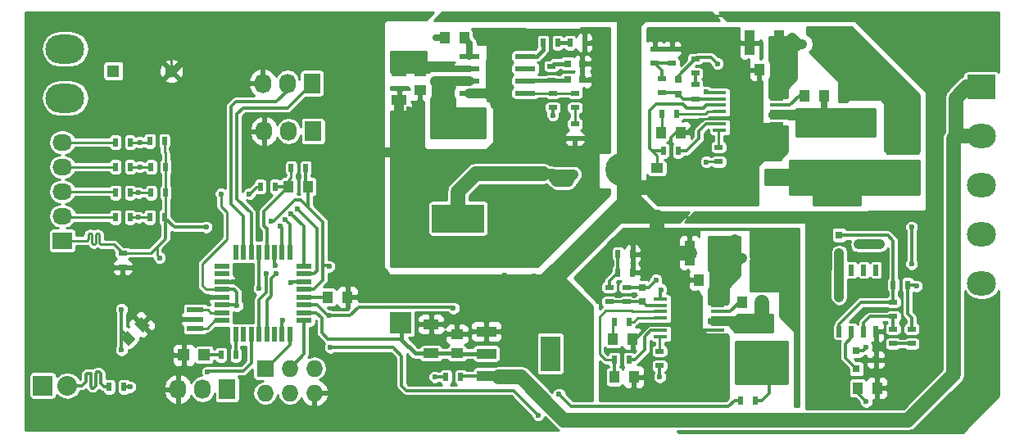
<source format=gtl>
G04 #@! TF.FileFunction,Copper,L1,Top,Signal*
%FSLAX46Y46*%
G04 Gerber Fmt 4.6, Leading zero omitted, Abs format (unit mm)*
G04 Created by KiCad (PCBNEW 0.201511171411+6319~30~ubuntu15.10.1-product) date Fr 04 Dez 2015 11:26:38 CET*
%MOMM*%
G01*
G04 APERTURE LIST*
%ADD10C,0.100000*%
%ADD11R,2.235200X2.235200*%
%ADD12C,3.400000*%
%ADD13C,3.500000*%
%ADD14R,1.800000X0.600000*%
%ADD15R,3.000000X2.500000*%
%ADD16O,3.000000X2.500000*%
%ADD17R,3.400000X1.000000*%
%ADD18R,8.300000X3.000000*%
%ADD19R,1.300000X1.300000*%
%ADD20C,1.300000*%
%ADD21R,1.000000X1.250000*%
%ADD22R,1.600000X1.000000*%
%ADD23R,1.250000X1.000000*%
%ADD24R,1.198880X1.198880*%
%ADD25R,1.600000X0.550000*%
%ADD26R,0.550000X1.600000*%
%ADD27O,4.000000X3.000000*%
%ADD28R,2.032000X2.032000*%
%ADD29O,2.032000X2.032000*%
%ADD30R,2.032000X1.727200*%
%ADD31O,2.032000X1.727200*%
%ADD32R,1.727200X2.032000*%
%ADD33O,1.727200X2.032000*%
%ADD34R,0.500000X0.900000*%
%ADD35R,0.900000X0.500000*%
%ADD36R,2.032000X3.657600*%
%ADD37R,2.032000X1.016000*%
%ADD38R,0.750000X0.800000*%
%ADD39R,0.800000X0.750000*%
%ADD40R,1.000000X1.600000*%
%ADD41R,5.400040X2.900680*%
%ADD42R,1.450000X0.300000*%
%ADD43R,2.310000X2.460000*%
%ADD44R,2.150000X0.508000*%
%ADD45R,2.400000X3.100000*%
%ADD46R,1.000000X2.500000*%
%ADD47R,1.727200X1.727200*%
%ADD48O,1.727200X1.727200*%
%ADD49R,0.800100X0.800100*%
%ADD50R,0.508000X1.143000*%
%ADD51C,0.600000*%
%ADD52C,1.000000*%
%ADD53C,0.300000*%
%ADD54C,0.250000*%
%ADD55C,0.700000*%
%ADD56C,1.500000*%
%ADD57C,0.450000*%
%ADD58C,0.254000*%
G04 APERTURE END LIST*
D10*
D11*
X131064000Y-39624000D03*
D12*
X158564000Y-66124000D03*
X129064000Y-79624000D03*
X184064000Y-54624000D03*
X215064000Y-41624000D03*
X213564000Y-75624000D03*
D13*
X156064000Y-40124000D03*
D14*
X139954000Y-69154000D03*
X139954000Y-70104000D03*
X139954000Y-71054000D03*
D15*
X221234000Y-46101000D03*
D16*
X221234000Y-51181000D03*
X221234000Y-56261000D03*
X221234000Y-61341000D03*
X221234000Y-66421000D03*
X221234000Y-71501000D03*
X221234000Y-76581000D03*
D17*
X197739000Y-73067000D03*
X197739000Y-70697000D03*
D18*
X206121000Y-55378000D03*
X206121000Y-49778000D03*
D19*
X131488000Y-44450000D03*
D20*
X137488000Y-44450000D03*
D21*
X200263000Y-44323000D03*
X198263000Y-44323000D03*
X204962000Y-46990000D03*
X202962000Y-46990000D03*
D22*
X199771000Y-55348000D03*
X199771000Y-52348000D03*
X161036000Y-44474000D03*
X161036000Y-47474000D03*
D23*
X187706000Y-54499000D03*
X187706000Y-56499000D03*
D21*
X188103000Y-50800000D03*
X190103000Y-50800000D03*
X149622000Y-56388000D03*
X151622000Y-56388000D03*
D23*
X167005000Y-73644000D03*
X167005000Y-71644000D03*
D22*
X164338000Y-73636000D03*
X164338000Y-70636000D03*
D21*
X155686000Y-67818000D03*
X153686000Y-67818000D03*
D10*
G36*
X133112281Y-72876602D02*
X132228398Y-71992719D01*
X132935505Y-71285612D01*
X133819388Y-72169495D01*
X133112281Y-72876602D01*
X133112281Y-72876602D01*
G37*
G36*
X134526495Y-71462388D02*
X133642612Y-70578505D01*
X134349719Y-69871398D01*
X135233602Y-70755281D01*
X134526495Y-71462388D01*
X134526495Y-71462388D01*
G37*
D24*
X140876020Y-73787000D03*
X138777980Y-73787000D03*
D25*
X142689000Y-64637000D03*
X142689000Y-65437000D03*
X142689000Y-66237000D03*
X142689000Y-67037000D03*
X142689000Y-67837000D03*
X142689000Y-68637000D03*
X142689000Y-69437000D03*
X142689000Y-70237000D03*
D26*
X144139000Y-71687000D03*
X144939000Y-71687000D03*
X145739000Y-71687000D03*
X146539000Y-71687000D03*
X147339000Y-71687000D03*
X148139000Y-71687000D03*
X148939000Y-71687000D03*
X149739000Y-71687000D03*
D25*
X151189000Y-70237000D03*
X151189000Y-69437000D03*
X151189000Y-68637000D03*
X151189000Y-67837000D03*
X151189000Y-67037000D03*
X151189000Y-66237000D03*
X151189000Y-65437000D03*
X151189000Y-64637000D03*
D26*
X149739000Y-63187000D03*
X148939000Y-63187000D03*
X148139000Y-63187000D03*
X147339000Y-63187000D03*
X146539000Y-63187000D03*
X145739000Y-63187000D03*
X144939000Y-63187000D03*
X144139000Y-63187000D03*
D27*
X126492000Y-47244000D03*
X126492000Y-42164000D03*
D28*
X124206000Y-76962000D03*
D29*
X126746000Y-76962000D03*
D30*
X126238000Y-61976000D03*
D31*
X126238000Y-59436000D03*
X126238000Y-56896000D03*
X126238000Y-54356000D03*
X126238000Y-51816000D03*
D11*
X161163000Y-70485000D03*
D32*
X152146000Y-50673000D03*
D33*
X149606000Y-50673000D03*
X147066000Y-50673000D03*
D32*
X152019000Y-45720000D03*
D33*
X149479000Y-45720000D03*
X146939000Y-45720000D03*
D27*
X126238000Y-71882000D03*
X126238000Y-66802000D03*
D32*
X143256000Y-77343000D03*
D33*
X140716000Y-77343000D03*
X138176000Y-77343000D03*
D34*
X132576000Y-77089000D03*
X131076000Y-77089000D03*
D35*
X191643000Y-43192000D03*
X191643000Y-44692000D03*
D34*
X189853000Y-52705000D03*
X188353000Y-52705000D03*
X189726000Y-48895000D03*
X188226000Y-48895000D03*
D35*
X188214000Y-46724000D03*
X188214000Y-45224000D03*
X194056000Y-52336000D03*
X194056000Y-53836000D03*
D34*
X133211000Y-51816000D03*
X131711000Y-51816000D03*
X136767000Y-51689000D03*
X135267000Y-51689000D03*
X148197000Y-56388000D03*
X146697000Y-56388000D03*
X133211000Y-54356000D03*
X131711000Y-54356000D03*
X136894000Y-54356000D03*
X135394000Y-54356000D03*
X151372000Y-54483000D03*
X149872000Y-54483000D03*
D35*
X132461000Y-64758000D03*
X132461000Y-63258000D03*
D34*
X133211000Y-57023000D03*
X131711000Y-57023000D03*
X136894000Y-57023000D03*
X135394000Y-57023000D03*
X133211000Y-59563000D03*
X131711000Y-59563000D03*
X136767000Y-59563000D03*
X135267000Y-59563000D03*
D35*
X191643000Y-45859000D03*
X191643000Y-47359000D03*
X187452000Y-43676000D03*
X187452000Y-42176000D03*
D34*
X142633000Y-73787000D03*
X144133000Y-73787000D03*
D36*
X176657000Y-73660000D03*
D37*
X170053000Y-73660000D03*
X170053000Y-75946000D03*
X170053000Y-71374000D03*
D38*
X189865000Y-46851000D03*
X189865000Y-45351000D03*
D23*
X163195000Y-44466000D03*
X163195000Y-46466000D03*
D21*
X167751000Y-41021000D03*
X165751000Y-41021000D03*
D22*
X174752000Y-55094000D03*
X174752000Y-52094000D03*
D39*
X178447000Y-45339000D03*
X179947000Y-45339000D03*
X178447000Y-43688000D03*
X179947000Y-43688000D03*
D21*
X194040000Y-66040000D03*
X192040000Y-66040000D03*
X198485000Y-68326000D03*
X196485000Y-68326000D03*
D40*
X197461000Y-75565000D03*
X194461000Y-75565000D03*
D38*
X186182000Y-68314000D03*
X186182000Y-66814000D03*
D21*
X183277000Y-76073000D03*
X185277000Y-76073000D03*
X183150000Y-72136000D03*
X185150000Y-72136000D03*
D41*
X167132000Y-59687460D03*
X167132000Y-49786540D03*
D35*
X189230000Y-43676000D03*
X189230000Y-42176000D03*
D34*
X165874000Y-76073000D03*
X167374000Y-76073000D03*
D35*
X176911000Y-48248000D03*
X176911000Y-46748000D03*
D34*
X175907000Y-41529000D03*
X177407000Y-41529000D03*
D35*
X176784000Y-45454000D03*
X176784000Y-43954000D03*
X179197000Y-48248000D03*
X179197000Y-46748000D03*
X179197000Y-51423000D03*
X179197000Y-49923000D03*
D34*
X178701000Y-41529000D03*
X180201000Y-41529000D03*
D35*
X184531000Y-66814000D03*
X184531000Y-68314000D03*
D34*
X184773000Y-74295000D03*
X183273000Y-74295000D03*
X184773000Y-70358000D03*
X183273000Y-70358000D03*
D35*
X182753000Y-68314000D03*
X182753000Y-66814000D03*
X187960000Y-73418000D03*
X187960000Y-74918000D03*
D34*
X196354000Y-78486000D03*
X197854000Y-78486000D03*
X183654000Y-63373000D03*
X185154000Y-63373000D03*
X183654000Y-65278000D03*
X185154000Y-65278000D03*
D42*
X194154000Y-46691000D03*
X194154000Y-47341000D03*
X194154000Y-47991000D03*
X194154000Y-48641000D03*
X194154000Y-49291000D03*
X194154000Y-49941000D03*
X194154000Y-50591000D03*
X200054000Y-50591000D03*
X200054000Y-49941000D03*
X200054000Y-49291000D03*
X200054000Y-48641000D03*
X200054000Y-47991000D03*
X200054000Y-47341000D03*
X200054000Y-46691000D03*
D43*
X197104000Y-48641000D03*
D42*
X188058000Y-68027000D03*
X188058000Y-68677000D03*
X188058000Y-69327000D03*
X188058000Y-69977000D03*
X188058000Y-70627000D03*
X188058000Y-71277000D03*
X188058000Y-71927000D03*
X193958000Y-71927000D03*
X193958000Y-71277000D03*
X193958000Y-70627000D03*
X193958000Y-69977000D03*
X193958000Y-69327000D03*
X193958000Y-68677000D03*
X193958000Y-68027000D03*
D43*
X191008000Y-69977000D03*
D44*
X174071000Y-42926000D03*
X174071000Y-44196000D03*
X174071000Y-45466000D03*
X174071000Y-46736000D03*
X168321000Y-46736000D03*
X168321000Y-45466000D03*
X168321000Y-44196000D03*
X168321000Y-42926000D03*
D45*
X171196000Y-44831000D03*
D46*
X200255000Y-41529000D03*
X197255000Y-41529000D03*
X194032000Y-63246000D03*
X191032000Y-63246000D03*
D47*
X147193000Y-75184000D03*
D48*
X147193000Y-77724000D03*
X149733000Y-75184000D03*
X149733000Y-77724000D03*
X152273000Y-75184000D03*
X152273000Y-77724000D03*
D21*
X208423000Y-77216000D03*
X210423000Y-77216000D03*
D49*
X206517240Y-61407000D03*
X206517240Y-63307000D03*
X208516220Y-62357000D03*
D34*
X212102000Y-66548000D03*
X213602000Y-66548000D03*
D35*
X213995000Y-72632000D03*
X213995000Y-71132000D03*
X212090000Y-71132000D03*
X212090000Y-72632000D03*
X212090000Y-68338000D03*
X212090000Y-69838000D03*
D50*
X206502000Y-65024000D03*
X207772000Y-65024000D03*
X209042000Y-65024000D03*
X210312000Y-65024000D03*
X210312000Y-71374000D03*
X209042000Y-71374000D03*
X207772000Y-71374000D03*
X206502000Y-71374000D03*
D49*
X208295240Y-73345000D03*
X208295240Y-75245000D03*
X210294220Y-74295000D03*
D51*
X160655000Y-44196000D03*
X187960000Y-76073000D03*
X192786000Y-53848000D03*
X196469000Y-63754000D03*
X195707000Y-64389000D03*
X195707000Y-63119000D03*
X195707000Y-61849000D03*
X201676000Y-41021000D03*
X201676000Y-42291000D03*
X202692000Y-41656000D03*
X163195000Y-44196000D03*
X160655000Y-42926000D03*
X163195000Y-42926000D03*
X178562000Y-77343000D03*
X179324000Y-77343000D03*
X180086000Y-77343000D03*
X180594000Y-77978000D03*
X180594000Y-75565000D03*
X179832000Y-75565000D03*
X179070000Y-75565000D03*
X178308000Y-75565000D03*
X204216000Y-74422000D03*
X203327000Y-74422000D03*
X203835000Y-73660000D03*
X203454000Y-76962000D03*
X204597000Y-76962000D03*
X203962000Y-77851000D03*
X140970000Y-67818000D03*
X144272000Y-66294000D03*
X161036000Y-52832000D03*
X161036000Y-51816000D03*
X188087000Y-63246000D03*
X189103000Y-63246000D03*
X190119000Y-63246000D03*
X138811000Y-43561000D03*
X139827000Y-43561000D03*
X139827000Y-44704000D03*
X139446000Y-40640000D03*
X138430000Y-40640000D03*
X137414000Y-40640000D03*
X153670000Y-80137000D03*
X146812000Y-80137000D03*
X138811000Y-80137000D03*
X131953000Y-80137000D03*
X129286000Y-74422000D03*
X129286000Y-73279000D03*
X129286000Y-72136000D03*
X129286000Y-71120000D03*
X129286000Y-70104000D03*
X129286000Y-69088000D03*
X129286000Y-68072000D03*
X129286000Y-67056000D03*
X129286000Y-66040000D03*
X129286000Y-65024000D03*
X129286000Y-64008000D03*
X158115000Y-80137000D03*
X159766000Y-80137000D03*
X161544000Y-80137000D03*
X163195000Y-80137000D03*
X165481000Y-80137000D03*
X173355000Y-80137000D03*
X174371000Y-80645000D03*
X172466000Y-80264000D03*
X183007000Y-38735000D03*
X181102000Y-38735000D03*
X178943000Y-38735000D03*
X167640000Y-38735000D03*
X166624000Y-38735000D03*
X163195000Y-38735000D03*
X162179000Y-38735000D03*
X187706000Y-59563000D03*
X189103000Y-59563000D03*
X192024000Y-59563000D03*
X193040000Y-59563000D03*
X198120000Y-59563000D03*
X199136000Y-59563000D03*
X202692000Y-59563000D03*
X205486000Y-59563000D03*
X206502000Y-59563000D03*
X207518000Y-59563000D03*
X211963000Y-59563000D03*
X212979000Y-59563000D03*
X214757000Y-59563000D03*
X215773000Y-59563000D03*
X216154000Y-57912000D03*
X216916000Y-58547000D03*
X216916000Y-54356000D03*
X216027000Y-53848000D03*
X216027000Y-46101000D03*
X215138000Y-45212000D03*
X213741000Y-43815000D03*
X211455000Y-41529000D03*
X209550000Y-39624000D03*
X206502000Y-38862000D03*
X200025000Y-38735000D03*
X199009000Y-38735000D03*
X192659000Y-38735000D03*
X191643000Y-38735000D03*
X190627000Y-38735000D03*
X186309000Y-38735000D03*
X185547000Y-39497000D03*
X185547000Y-40513000D03*
X185547000Y-47879000D03*
X184785000Y-47244000D03*
X184150000Y-48006000D03*
X184912000Y-48641000D03*
X175006000Y-67691000D03*
X178562000Y-64770000D03*
X177800000Y-64008000D03*
X181229000Y-60579000D03*
X181991000Y-61341000D03*
X184531000Y-59436000D03*
X185547000Y-56769000D03*
X185928000Y-57785000D03*
X179705000Y-67945000D03*
X178181000Y-69469000D03*
X178943000Y-68707000D03*
X171958000Y-67564000D03*
X171958000Y-66548000D03*
X171958000Y-65532000D03*
X171069000Y-66040000D03*
X175006000Y-65659000D03*
X175006000Y-66675000D03*
X157226000Y-73787000D03*
X158242000Y-73787000D03*
X159258000Y-73787000D03*
X158115000Y-76327000D03*
X161163000Y-66040000D03*
X162179000Y-66040000D03*
X162179000Y-67056000D03*
X161163000Y-67056000D03*
X159004000Y-68072000D03*
X157988000Y-68072000D03*
X158369000Y-61722000D03*
X157353000Y-54102000D03*
X158496000Y-55245000D03*
X157353000Y-56388000D03*
X158496000Y-57531000D03*
X157353000Y-58674000D03*
X158115000Y-42672000D03*
X158115000Y-45847000D03*
X158877000Y-45339000D03*
X157353000Y-45339000D03*
X157353000Y-46863000D03*
X158877000Y-46863000D03*
X146939000Y-38862000D03*
X147955000Y-38862000D03*
X148971000Y-38862000D03*
X158877000Y-41402000D03*
X156083000Y-43053000D03*
X157353000Y-43053000D03*
X158877000Y-43053000D03*
X137033000Y-62738000D03*
X197612000Y-46736000D03*
X196850000Y-46736000D03*
X196088000Y-46736000D03*
X193421000Y-75565000D03*
X193421000Y-74803000D03*
X189865000Y-67945000D03*
X190627000Y-67945000D03*
X191389000Y-67945000D03*
X191770000Y-69088000D03*
X191008000Y-69088000D03*
X190246000Y-69088000D03*
X191770000Y-69977000D03*
X191008000Y-69977000D03*
X190246000Y-69977000D03*
X190246000Y-70866000D03*
X191008000Y-70866000D03*
X186309000Y-70866000D03*
X189611000Y-72009000D03*
X190373000Y-72009000D03*
X191135000Y-72009000D03*
X191897000Y-72009000D03*
X191770000Y-70866000D03*
X208153000Y-45720000D03*
X209042000Y-46609000D03*
X209169000Y-45593000D03*
X206248000Y-42037000D03*
X206248000Y-41148000D03*
X198501000Y-53213000D03*
X199263000Y-53213000D03*
X200025000Y-53213000D03*
X197866000Y-48641000D03*
X197866000Y-47879000D03*
X197104000Y-47879000D03*
X197104000Y-48641000D03*
X197866000Y-49403000D03*
X197104000Y-49403000D03*
X196342000Y-47879000D03*
X196342000Y-48641000D03*
X196342000Y-49403000D03*
X196088000Y-50419000D03*
X196850000Y-50419000D03*
X197612000Y-50419000D03*
X198374000Y-50419000D03*
X191516000Y-49911000D03*
X191516000Y-54737000D03*
X170307000Y-42672000D03*
X171196000Y-42672000D03*
X172085000Y-42672000D03*
X172085000Y-46863000D03*
X171196000Y-46863000D03*
X170180000Y-46863000D03*
X180467000Y-51435000D03*
X180848000Y-45339000D03*
X181102000Y-41529000D03*
X180848000Y-43688000D03*
X161036000Y-48387000D03*
X162052000Y-48387000D03*
X163068000Y-48387000D03*
X175133000Y-51308000D03*
X174371000Y-50546000D03*
X173609000Y-49784000D03*
X140462000Y-51816000D03*
X140462000Y-54356000D03*
X140462000Y-59436000D03*
X140462000Y-57150000D03*
X213995000Y-60579000D03*
X213995000Y-64389000D03*
X145542000Y-57150000D03*
X142621000Y-57150000D03*
X209296000Y-73025000D03*
X209296000Y-78613000D03*
X144272000Y-68707000D03*
X213995000Y-56769000D03*
X213995000Y-55753000D03*
X213995000Y-54737000D03*
X212979000Y-54737000D03*
X212979000Y-55753000D03*
X212979000Y-56769000D03*
X193929000Y-43688000D03*
X192786000Y-46609000D03*
X136271000Y-63754000D03*
X141097000Y-60579000D03*
X153797000Y-64643000D03*
X147828000Y-59944000D03*
X218567000Y-51181000D03*
X218567000Y-49784000D03*
X218567000Y-48514000D03*
X218567000Y-47244000D03*
X179070000Y-55118000D03*
X177927000Y-55118000D03*
X178562000Y-55880000D03*
X177292000Y-55880000D03*
X176911000Y-55118000D03*
X176911000Y-49022000D03*
X172466000Y-76073000D03*
X173609000Y-76073000D03*
X171323000Y-76073000D03*
X166624000Y-68961000D03*
X164719000Y-76073000D03*
X153797000Y-69723000D03*
X150495000Y-58674000D03*
X134239000Y-51816000D03*
X149860000Y-59182000D03*
X134239000Y-54356000D03*
X149225000Y-59817000D03*
X134112000Y-57023000D03*
X148717000Y-60452000D03*
X134112000Y-59563000D03*
X148209000Y-64516000D03*
X133223000Y-77089000D03*
X132334000Y-73279000D03*
X132334000Y-69088000D03*
X141224000Y-75565000D03*
X147320000Y-65405000D03*
X148336000Y-65405000D03*
X148971000Y-70231000D03*
X177546000Y-77851000D03*
X175387000Y-80010000D03*
X153924000Y-73025000D03*
X149860000Y-66294000D03*
X146558000Y-66929000D03*
X214503000Y-66675000D03*
X206502000Y-67818000D03*
X206502000Y-66675000D03*
X187579000Y-66040000D03*
X188087000Y-67056000D03*
X199898000Y-75311000D03*
X199263000Y-74803000D03*
X200533000Y-74803000D03*
X199263000Y-75946000D03*
X200533000Y-75946000D03*
X165735000Y-45466000D03*
X164846000Y-41021000D03*
X164719000Y-45466000D03*
X166751000Y-45466000D03*
X210693000Y-62357000D03*
X209804000Y-62357000D03*
D52*
X160655000Y-44196000D02*
X160933000Y-44474000D01*
X160933000Y-44474000D02*
X161036000Y-44474000D01*
D53*
X193958000Y-68677000D02*
X193958000Y-68027000D01*
X187960000Y-74918000D02*
X187960000Y-76073000D01*
D54*
X200054000Y-47341000D02*
X200054000Y-44532000D01*
X200054000Y-44532000D02*
X200263000Y-44323000D01*
X187960000Y-74918000D02*
X187960000Y-76073000D01*
X194056000Y-53836000D02*
X192798000Y-53836000D01*
X192798000Y-53836000D02*
X192786000Y-53848000D01*
D52*
X195707000Y-64389000D02*
X196469000Y-63754000D01*
X195707000Y-61849000D02*
X195707000Y-63119000D01*
X202692000Y-41656000D02*
X202311000Y-41656000D01*
X202311000Y-41656000D02*
X201676000Y-41021000D01*
X200255000Y-41529000D02*
X201168000Y-41529000D01*
X201168000Y-41529000D02*
X201676000Y-41021000D01*
X201676000Y-42291000D02*
X202311000Y-41656000D01*
D55*
X163195000Y-44466000D02*
X163195000Y-44196000D01*
X163195000Y-44196000D02*
X163195000Y-44466000D01*
X161925000Y-44196000D02*
X161314000Y-44196000D01*
X161314000Y-44196000D02*
X161036000Y-44474000D01*
X161925000Y-42926000D02*
X160655000Y-42926000D01*
X163195000Y-42926000D02*
X161925000Y-42926000D01*
X163195000Y-44196000D02*
X161925000Y-44196000D01*
X168321000Y-44196000D02*
X163195000Y-44196000D01*
X163195000Y-42926000D02*
X163195000Y-44196000D01*
D54*
X178308000Y-75565000D02*
X178308000Y-77089000D01*
X178308000Y-77089000D02*
X178562000Y-77343000D01*
X179324000Y-77343000D02*
X180086000Y-77343000D01*
X180594000Y-75565000D02*
X179832000Y-75565000D01*
X179070000Y-75565000D02*
X178308000Y-75565000D01*
X204216000Y-74422000D02*
X203327000Y-74422000D01*
X203835000Y-73660000D02*
X203454000Y-74041000D01*
X203454000Y-74041000D02*
X203454000Y-76962000D01*
X204597000Y-76962000D02*
X203962000Y-77597000D01*
X203962000Y-77597000D02*
X203962000Y-77851000D01*
D53*
X142689000Y-67837000D02*
X140989000Y-67837000D01*
X140989000Y-67837000D02*
X140970000Y-67818000D01*
X144272000Y-66294000D02*
X144215000Y-66237000D01*
X144215000Y-66237000D02*
X142689000Y-66237000D01*
D54*
X138777980Y-73787000D02*
X138777980Y-72610980D01*
X138777980Y-72610980D02*
X137795000Y-71628000D01*
X137795000Y-71628000D02*
X137795000Y-70104000D01*
X139954000Y-70104000D02*
X137795000Y-70104000D01*
X137795000Y-70104000D02*
X136652000Y-70104000D01*
X136652000Y-70104000D02*
X136271000Y-69723000D01*
X136271000Y-69723000D02*
X135382000Y-69723000D01*
X135382000Y-69723000D02*
X134438107Y-70666893D01*
X200054000Y-49941000D02*
X198404000Y-49941000D01*
X198404000Y-49941000D02*
X197104000Y-48641000D01*
X200054000Y-49941000D02*
X198852000Y-49941000D01*
X198852000Y-49941000D02*
X198374000Y-50419000D01*
X192040000Y-66040000D02*
X190373000Y-66040000D01*
X190373000Y-66040000D02*
X189865000Y-66548000D01*
X189865000Y-66548000D02*
X189865000Y-67945000D01*
X162179000Y-54102000D02*
X162179000Y-53975000D01*
X162179000Y-53975000D02*
X161036000Y-52832000D01*
D56*
X187706000Y-56499000D02*
X194072000Y-56499000D01*
X194072000Y-56499000D02*
X194564000Y-56007000D01*
X185420000Y-56261000D02*
X185420000Y-56642000D01*
X185420000Y-56642000D02*
X185563000Y-56499000D01*
X185563000Y-56499000D02*
X187706000Y-56499000D01*
D54*
X189103000Y-63246000D02*
X190119000Y-63246000D01*
D56*
X187706000Y-59563000D02*
X187706000Y-62865000D01*
X187706000Y-62865000D02*
X188087000Y-63246000D01*
X188087000Y-63246000D02*
X191032000Y-63246000D01*
D54*
X137488000Y-44450000D02*
X137922000Y-44450000D01*
X137922000Y-44450000D02*
X138811000Y-43561000D01*
X139827000Y-43561000D02*
X139827000Y-44704000D01*
X139446000Y-40640000D02*
X138430000Y-40640000D01*
X137414000Y-40640000D02*
X137488000Y-40714000D01*
X137488000Y-40714000D02*
X137488000Y-44450000D01*
X158115000Y-80137000D02*
X153670000Y-80137000D01*
X146812000Y-80137000D02*
X138811000Y-80137000D01*
X131953000Y-80137000D02*
X134366000Y-77724000D01*
X134366000Y-77724000D02*
X134366000Y-76327000D01*
X134366000Y-76327000D02*
X132461000Y-74422000D01*
X132461000Y-74422000D02*
X129286000Y-74422000D01*
X129286000Y-73279000D02*
X129286000Y-72136000D01*
X129286000Y-71120000D02*
X129286000Y-70104000D01*
X129286000Y-69088000D02*
X129286000Y-68072000D01*
X129286000Y-67056000D02*
X129286000Y-66040000D01*
X129286000Y-65024000D02*
X129286000Y-64008000D01*
X158115000Y-76327000D02*
X158115000Y-80137000D01*
X159766000Y-80137000D02*
X161544000Y-80137000D01*
X163195000Y-80137000D02*
X165481000Y-80137000D01*
X173355000Y-80137000D02*
X174371000Y-80645000D01*
X185547000Y-39497000D02*
X184912000Y-39497000D01*
X184912000Y-39497000D02*
X184150000Y-38735000D01*
X184150000Y-38735000D02*
X183007000Y-38735000D01*
X181102000Y-38735000D02*
X178943000Y-38735000D01*
X167640000Y-38735000D02*
X166624000Y-38735000D01*
X163195000Y-38735000D02*
X162179000Y-38735000D01*
X185547000Y-56769000D02*
X186563000Y-58674000D01*
X186563000Y-58674000D02*
X187452000Y-59563000D01*
X187452000Y-59563000D02*
X187706000Y-59563000D01*
X189103000Y-59563000D02*
X192024000Y-59563000D01*
X193040000Y-59563000D02*
X198120000Y-59563000D01*
X199136000Y-59563000D02*
X202692000Y-59563000D01*
X205486000Y-59563000D02*
X206502000Y-59563000D01*
X207518000Y-59563000D02*
X211963000Y-59563000D01*
X212979000Y-59563000D02*
X214757000Y-59563000D01*
X215773000Y-59563000D02*
X216154000Y-59182000D01*
X216154000Y-59182000D02*
X216154000Y-57912000D01*
X216916000Y-58547000D02*
X216916000Y-54356000D01*
X216027000Y-53848000D02*
X216027000Y-46101000D01*
X215138000Y-45212000D02*
X213741000Y-43815000D01*
X211455000Y-41529000D02*
X209550000Y-39624000D01*
X206502000Y-38862000D02*
X206375000Y-38735000D01*
X206375000Y-38735000D02*
X200025000Y-38735000D01*
X199009000Y-38735000D02*
X192659000Y-38735000D01*
X191643000Y-38735000D02*
X190627000Y-38735000D01*
X186309000Y-38735000D02*
X185547000Y-39497000D01*
X185547000Y-40513000D02*
X185547000Y-47879000D01*
X184785000Y-47244000D02*
X184150000Y-47879000D01*
X184150000Y-47879000D02*
X184150000Y-48006000D01*
X184912000Y-48641000D02*
X185420000Y-49149000D01*
X185420000Y-49149000D02*
X185420000Y-56261000D01*
X185420000Y-56261000D02*
X185420000Y-56642000D01*
X178562000Y-64770000D02*
X177800000Y-64008000D01*
X181229000Y-60579000D02*
X181991000Y-61341000D01*
X184531000Y-59436000D02*
X185547000Y-56769000D01*
X185928000Y-57785000D02*
X185420000Y-57277000D01*
X185420000Y-57277000D02*
X185420000Y-56642000D01*
X175006000Y-67691000D02*
X176403000Y-67691000D01*
X176403000Y-67691000D02*
X178181000Y-69469000D01*
X178943000Y-68707000D02*
X179705000Y-67945000D01*
X162179000Y-67056000D02*
X171450000Y-67056000D01*
X171450000Y-67056000D02*
X171958000Y-67564000D01*
X171958000Y-66548000D02*
X171958000Y-65532000D01*
X171069000Y-66040000D02*
X174117000Y-66040000D01*
X174117000Y-66040000D02*
X174498000Y-65659000D01*
X174498000Y-65659000D02*
X175006000Y-65659000D01*
X175006000Y-66675000D02*
X175006000Y-67691000D01*
X157226000Y-73787000D02*
X158242000Y-73787000D01*
X159258000Y-73787000D02*
X158115000Y-74930000D01*
X158115000Y-74930000D02*
X158115000Y-76327000D01*
X158369000Y-63627000D02*
X158369000Y-64643000D01*
X158369000Y-64643000D02*
X159766000Y-66040000D01*
X159766000Y-66040000D02*
X161163000Y-66040000D01*
X162179000Y-66040000D02*
X162179000Y-67056000D01*
X161163000Y-67056000D02*
X160147000Y-68072000D01*
X160147000Y-68072000D02*
X159004000Y-68072000D01*
X157988000Y-68072000D02*
X157861000Y-68072000D01*
X158369000Y-61722000D02*
X158369000Y-63627000D01*
X157734000Y-52832000D02*
X157734000Y-53721000D01*
X157734000Y-53721000D02*
X157353000Y-54102000D01*
X158496000Y-55245000D02*
X157353000Y-56388000D01*
X158496000Y-57531000D02*
X157353000Y-58674000D01*
X158115000Y-43053000D02*
X158115000Y-42672000D01*
X158115000Y-45847000D02*
X158877000Y-46609000D01*
X158877000Y-46609000D02*
X158877000Y-46863000D01*
D52*
X161036000Y-47474000D02*
X161036000Y-48387000D01*
X157734000Y-52832000D02*
X161036000Y-52832000D01*
X161036000Y-52832000D02*
X161036000Y-51816000D01*
X161036000Y-51816000D02*
X161036000Y-48387000D01*
D53*
X158877000Y-43053000D02*
X158877000Y-45339000D01*
X157353000Y-45339000D02*
X157353000Y-46863000D01*
X158877000Y-46863000D02*
X158877000Y-48641000D01*
X158877000Y-48641000D02*
X157734000Y-49784000D01*
X157734000Y-49784000D02*
X157734000Y-52832000D01*
X146939000Y-45720000D02*
X146939000Y-38862000D01*
X147955000Y-38862000D02*
X148971000Y-38862000D01*
X158877000Y-41402000D02*
X156083000Y-43053000D01*
X157353000Y-43053000D02*
X158115000Y-43053000D01*
X158115000Y-43053000D02*
X158877000Y-43053000D01*
X141351000Y-59436000D02*
X140462000Y-59436000D01*
X142240000Y-60325000D02*
X141351000Y-59436000D01*
X142240000Y-61341000D02*
X142240000Y-60325000D01*
X141859000Y-61722000D02*
X142240000Y-61341000D01*
X138049000Y-61722000D02*
X141859000Y-61722000D01*
X137033000Y-62738000D02*
X138049000Y-61722000D01*
X197612000Y-46736000D02*
X196850000Y-46736000D01*
X190103000Y-50800000D02*
X189611000Y-50800000D01*
X189611000Y-50800000D02*
X189103000Y-51308000D01*
X189103000Y-51308000D02*
X189103000Y-53467000D01*
X189103000Y-53467000D02*
X190373000Y-54737000D01*
X190373000Y-54737000D02*
X191516000Y-54737000D01*
X194461000Y-75565000D02*
X193421000Y-75565000D01*
X193421000Y-74803000D02*
X194183000Y-75565000D01*
X194183000Y-75565000D02*
X194461000Y-75565000D01*
X189865000Y-67945000D02*
X190627000Y-67945000D01*
X191770000Y-69088000D02*
X191008000Y-69850000D01*
X191008000Y-69850000D02*
X191008000Y-69977000D01*
X191008000Y-69088000D02*
X191008000Y-69977000D01*
X190246000Y-69088000D02*
X191008000Y-69850000D01*
X191008000Y-69850000D02*
X191008000Y-69977000D01*
X191770000Y-69977000D02*
X191008000Y-69977000D01*
X190246000Y-69977000D02*
X191008000Y-69977000D01*
X190246000Y-70866000D02*
X191008000Y-70104000D01*
X191008000Y-70104000D02*
X191008000Y-69977000D01*
X191008000Y-70866000D02*
X191008000Y-69977000D01*
X185150000Y-72136000D02*
X185420000Y-72136000D01*
X185420000Y-72136000D02*
X186309000Y-71247000D01*
X186309000Y-71247000D02*
X186309000Y-70866000D01*
X189611000Y-72009000D02*
X190373000Y-72009000D01*
X191135000Y-72009000D02*
X191897000Y-72009000D01*
X191770000Y-70866000D02*
X191008000Y-70104000D01*
X191008000Y-70104000D02*
X191008000Y-69977000D01*
X193958000Y-71277000D02*
X192308000Y-71277000D01*
X192308000Y-71277000D02*
X191008000Y-69977000D01*
D54*
X208153000Y-45720000D02*
X209042000Y-46609000D01*
X209169000Y-45593000D02*
X206248000Y-42672000D01*
X206248000Y-42672000D02*
X206248000Y-42037000D01*
X198501000Y-53213000D02*
X199263000Y-53213000D01*
X200025000Y-53213000D02*
X199771000Y-52959000D01*
X199771000Y-52959000D02*
X199771000Y-52348000D01*
X197866000Y-48641000D02*
X197104000Y-48641000D01*
X197866000Y-47879000D02*
X197104000Y-48514000D01*
X197104000Y-48514000D02*
X197104000Y-48641000D01*
X197104000Y-47879000D02*
X197104000Y-48641000D01*
X197866000Y-49403000D02*
X197104000Y-48641000D01*
X197104000Y-49403000D02*
X197104000Y-48641000D01*
X196342000Y-47879000D02*
X197104000Y-48641000D01*
X196342000Y-48641000D02*
X197104000Y-48641000D01*
X196342000Y-49403000D02*
X197104000Y-48641000D01*
X195453000Y-49291000D02*
X195453000Y-49784000D01*
X195453000Y-49784000D02*
X196088000Y-50419000D01*
X196850000Y-50419000D02*
X197612000Y-50419000D01*
X194154000Y-49291000D02*
X195453000Y-49291000D01*
X195453000Y-49291000D02*
X196454000Y-49291000D01*
X196454000Y-49291000D02*
X197104000Y-48641000D01*
X188058000Y-70627000D02*
X190358000Y-70627000D01*
X190358000Y-70627000D02*
X191008000Y-69977000D01*
X188058000Y-70627000D02*
X186929000Y-70627000D01*
X186929000Y-70627000D02*
X185420000Y-72136000D01*
X185420000Y-72136000D02*
X185150000Y-72136000D01*
X191389000Y-50038000D02*
X191516000Y-49911000D01*
X191516000Y-54737000D02*
X189754000Y-56499000D01*
X189754000Y-56499000D02*
X187706000Y-56499000D01*
X190103000Y-50800000D02*
X190627000Y-50800000D01*
X190627000Y-50800000D02*
X191389000Y-50038000D01*
X191389000Y-50038000D02*
X191897000Y-49530000D01*
X191897000Y-49530000D02*
X192024000Y-49403000D01*
X192024000Y-49403000D02*
X192913000Y-49403000D01*
X192913000Y-49403000D02*
X193025000Y-49291000D01*
X193025000Y-49291000D02*
X194154000Y-49291000D01*
D52*
X173609000Y-49784000D02*
X175133000Y-51308000D01*
X175133000Y-51308000D02*
X175133000Y-51713000D01*
X175133000Y-51713000D02*
X174752000Y-52094000D01*
D57*
X171196000Y-44831000D02*
X171196000Y-42672000D01*
X171196000Y-42672000D02*
X170307000Y-42672000D01*
X171196000Y-42672000D02*
X172085000Y-42672000D01*
X172085000Y-46863000D02*
X171196000Y-46863000D01*
X170180000Y-46863000D02*
X170053000Y-46736000D01*
X170053000Y-46736000D02*
X168321000Y-46736000D01*
X179197000Y-51423000D02*
X180455000Y-51423000D01*
X180455000Y-51423000D02*
X180467000Y-51435000D01*
X179947000Y-45339000D02*
X180848000Y-45339000D01*
X180201000Y-41529000D02*
X181102000Y-41529000D01*
X180848000Y-43688000D02*
X179947000Y-43688000D01*
X163195000Y-46466000D02*
X163195000Y-48260000D01*
X163195000Y-48260000D02*
X163068000Y-48387000D01*
X161036000Y-47474000D02*
X161036000Y-48387000D01*
X162052000Y-48387000D02*
X163068000Y-48387000D01*
X175133000Y-51308000D02*
X174371000Y-50546000D01*
D52*
X168321000Y-46736000D02*
X170180000Y-46736000D01*
X170180000Y-46736000D02*
X171196000Y-47752000D01*
D56*
X173609000Y-49784000D02*
X172720000Y-48895000D01*
X172720000Y-48895000D02*
X172339000Y-48895000D01*
X172339000Y-48895000D02*
X171196000Y-47752000D01*
X171196000Y-47752000D02*
X171196000Y-44831000D01*
D53*
X140462000Y-51816000D02*
X140462000Y-54356000D01*
X140462000Y-57150000D02*
X140462000Y-54356000D01*
X140462000Y-59436000D02*
X140462000Y-57150000D01*
D55*
X204962000Y-46990000D02*
X204962000Y-48619000D01*
X204962000Y-48619000D02*
X206121000Y-49778000D01*
D53*
X200054000Y-48641000D02*
X202184000Y-48641000D01*
X202184000Y-48641000D02*
X202311000Y-48768000D01*
X202311000Y-48768000D02*
X202311000Y-49022000D01*
X202311000Y-49022000D02*
X202042000Y-49291000D01*
X202042000Y-49291000D02*
X200054000Y-49291000D01*
X200054000Y-47991000D02*
X201437000Y-47991000D01*
X201437000Y-47991000D02*
X202438000Y-46990000D01*
X202438000Y-46990000D02*
X202962000Y-46990000D01*
X213995000Y-60579000D02*
X213995000Y-64389000D01*
D54*
X146697000Y-56388000D02*
X146304000Y-56388000D01*
X146304000Y-56388000D02*
X145542000Y-57150000D01*
X142621000Y-57150000D02*
X142621000Y-58420000D01*
X142621000Y-58420000D02*
X143256000Y-59055000D01*
X143256000Y-59055000D02*
X143256000Y-61849000D01*
X143256000Y-61849000D02*
X140716000Y-64389000D01*
X140716000Y-64389000D02*
X140716000Y-66675000D01*
X140716000Y-66675000D02*
X141078000Y-67037000D01*
X141078000Y-67037000D02*
X142689000Y-67037000D01*
D53*
X208295240Y-73345000D02*
X208976000Y-73345000D01*
X208976000Y-73345000D02*
X209296000Y-73025000D01*
X209296000Y-78613000D02*
X208423000Y-77740000D01*
X208423000Y-77740000D02*
X208423000Y-77216000D01*
X144272000Y-68707000D02*
X144272000Y-67310000D01*
X144272000Y-67310000D02*
X143999000Y-67037000D01*
X143999000Y-67037000D02*
X142689000Y-67037000D01*
X144272000Y-68707000D02*
X144202000Y-68637000D01*
X144202000Y-68637000D02*
X142689000Y-68637000D01*
D52*
X213995000Y-56769000D02*
X213995000Y-55753000D01*
X213995000Y-54737000D02*
X212979000Y-54737000D01*
X212979000Y-55753000D02*
X212979000Y-56769000D01*
D53*
X193929000Y-43688000D02*
X193294000Y-43053000D01*
X193294000Y-43053000D02*
X191782000Y-43053000D01*
X191782000Y-43053000D02*
X189865000Y-44970000D01*
X189865000Y-44970000D02*
X189865000Y-45351000D01*
X192786000Y-46609000D02*
X192868000Y-46691000D01*
X192868000Y-46691000D02*
X194154000Y-46691000D01*
D54*
X187706000Y-54499000D02*
X187706000Y-53213000D01*
X187706000Y-53213000D02*
X187198000Y-52705000D01*
D53*
X194154000Y-47991000D02*
X192801000Y-47991000D01*
X192801000Y-47991000D02*
X192532000Y-48260000D01*
X192532000Y-48260000D02*
X190754000Y-48260000D01*
X190754000Y-48260000D02*
X190373000Y-47879000D01*
X190373000Y-47879000D02*
X187579000Y-47879000D01*
X187579000Y-47879000D02*
X186944000Y-48514000D01*
X186944000Y-48514000D02*
X186944000Y-52451000D01*
X186944000Y-52451000D02*
X187198000Y-52705000D01*
X187198000Y-52705000D02*
X188353000Y-52705000D01*
D54*
X188226000Y-48895000D02*
X188226000Y-50677000D01*
X188226000Y-50677000D02*
X188103000Y-50800000D01*
X149622000Y-56388000D02*
X149622000Y-55737000D01*
X149622000Y-55737000D02*
X149872000Y-55487000D01*
X149872000Y-55487000D02*
X149872000Y-54483000D01*
D53*
X148197000Y-56388000D02*
X149622000Y-56388000D01*
X147339000Y-63187000D02*
X147339000Y-60725000D01*
X147066000Y-58944000D02*
X149622000Y-56388000D01*
X147066000Y-60452000D02*
X147066000Y-58944000D01*
X147339000Y-60725000D02*
X147066000Y-60452000D01*
D54*
X136271000Y-63754000D02*
X136017000Y-63500000D01*
X136017000Y-63500000D02*
X136017000Y-62611000D01*
D53*
X136906000Y-61722000D02*
X136906000Y-59702000D01*
X136906000Y-59702000D02*
X137783000Y-60579000D01*
X137783000Y-60579000D02*
X141097000Y-60579000D01*
X151372000Y-54483000D02*
X151372000Y-56138000D01*
X151372000Y-56138000D02*
X151622000Y-56388000D01*
X151622000Y-56388000D02*
X151622000Y-58531000D01*
X151622000Y-58531000D02*
X151511000Y-58420000D01*
X151511000Y-58420000D02*
X151511000Y-58293000D01*
X151511000Y-58293000D02*
X151511000Y-58420000D01*
X153162000Y-64516000D02*
X153670000Y-64516000D01*
X153670000Y-64516000D02*
X153797000Y-64643000D01*
X151189000Y-67037000D02*
X152165000Y-67037000D01*
X152165000Y-67037000D02*
X153162000Y-66040000D01*
X153162000Y-66040000D02*
X153162000Y-64516000D01*
X153162000Y-64516000D02*
X153162000Y-60071000D01*
X153162000Y-60071000D02*
X151511000Y-58420000D01*
X151511000Y-58420000D02*
X150876000Y-57785000D01*
X150876000Y-57785000D02*
X150241000Y-57785000D01*
X150241000Y-57785000D02*
X148082000Y-59944000D01*
X148082000Y-59944000D02*
X147828000Y-59944000D01*
D54*
X136894000Y-54356000D02*
X136894000Y-53479000D01*
X136894000Y-57023000D02*
X136894000Y-56400000D01*
X136894000Y-53479000D02*
X136894000Y-56400000D01*
X136767000Y-59563000D02*
X136767000Y-59194000D01*
X136767000Y-59194000D02*
X136906000Y-59055000D01*
X136767000Y-51689000D02*
X136767000Y-52820000D01*
X136894000Y-52947000D02*
X136894000Y-53479000D01*
X136767000Y-52820000D02*
X136894000Y-52947000D01*
X136894000Y-57023000D02*
X136906000Y-57035000D01*
X136906000Y-57035000D02*
X136906000Y-59055000D01*
X136906000Y-59055000D02*
X136906000Y-59424000D01*
X136906000Y-59424000D02*
X136906000Y-61722000D01*
X136906000Y-61722000D02*
X136017000Y-62611000D01*
X136017000Y-62611000D02*
X135370000Y-63258000D01*
X135370000Y-63258000D02*
X132461000Y-63258000D01*
X132461000Y-63258000D02*
X131572000Y-62369000D01*
X131572000Y-62369000D02*
X130187000Y-62369000D01*
X130187000Y-62369000D02*
X130048000Y-62230000D01*
X130048000Y-62230000D02*
X130048000Y-61341000D01*
X130048000Y-61341000D02*
X129921000Y-61214000D01*
X129921000Y-61214000D02*
X129794000Y-61214000D01*
X129794000Y-61214000D02*
X129667000Y-61341000D01*
X129667000Y-61341000D02*
X129667000Y-62230000D01*
X129667000Y-62230000D02*
X129540000Y-62357000D01*
X129540000Y-62357000D02*
X129413000Y-62357000D01*
X129413000Y-62357000D02*
X129286000Y-62230000D01*
X129286000Y-62230000D02*
X129286000Y-61341000D01*
X129286000Y-61341000D02*
X129159000Y-61214000D01*
X129159000Y-61214000D02*
X129032000Y-61214000D01*
X129032000Y-61214000D02*
X128905000Y-61341000D01*
X128905000Y-61341000D02*
X128905000Y-61849000D01*
X128905000Y-61849000D02*
X128778000Y-61976000D01*
X128778000Y-61976000D02*
X126238000Y-61976000D01*
X174752000Y-55094000D02*
X173252000Y-55094000D01*
D53*
X170053000Y-75946000D02*
X167501000Y-75946000D01*
X167501000Y-75946000D02*
X167374000Y-76073000D01*
D56*
X218567000Y-51181000D02*
X218567000Y-47244000D01*
X218567000Y-49784000D02*
X218567000Y-48514000D01*
X218567000Y-47244000D02*
X219710000Y-46101000D01*
X219710000Y-46101000D02*
X221234000Y-46101000D01*
X221234000Y-51181000D02*
X218567000Y-51181000D01*
X218567000Y-51181000D02*
X218313000Y-51435000D01*
X218313000Y-51435000D02*
X218313000Y-75819000D01*
X218313000Y-75819000D02*
X217170000Y-76962000D01*
X171323000Y-76073000D02*
X173609000Y-76073000D01*
X173609000Y-76073000D02*
X177292000Y-79756000D01*
X177292000Y-79756000D02*
X178054000Y-80518000D01*
X178054000Y-80518000D02*
X213614000Y-80518000D01*
X213614000Y-80518000D02*
X217170000Y-76962000D01*
D52*
X177292000Y-55880000D02*
X177292000Y-55753000D01*
X177292000Y-55753000D02*
X177927000Y-55118000D01*
X178562000Y-55880000D02*
X177292000Y-55880000D01*
X177927000Y-55118000D02*
X179070000Y-55118000D01*
X176911000Y-55118000D02*
X177927000Y-55118000D01*
X178562000Y-55753000D02*
X178562000Y-55880000D01*
X179070000Y-55118000D02*
X178562000Y-55753000D01*
X175895000Y-55094000D02*
X176887000Y-55094000D01*
X176887000Y-55094000D02*
X176911000Y-55118000D01*
X177292000Y-55880000D02*
X176911000Y-55499000D01*
X176911000Y-55499000D02*
X176911000Y-55118000D01*
D53*
X176911000Y-48248000D02*
X176911000Y-49022000D01*
X176911000Y-55118000D02*
X176887000Y-55094000D01*
D56*
X167132000Y-59687460D02*
X167132000Y-56896000D01*
X168934000Y-55094000D02*
X173252000Y-55094000D01*
X173252000Y-55094000D02*
X175895000Y-55094000D01*
X167132000Y-56896000D02*
X168934000Y-55094000D01*
D57*
X173609000Y-76073000D02*
X170180000Y-76073000D01*
X170180000Y-76073000D02*
X170053000Y-75946000D01*
X173609000Y-76073000D02*
X172466000Y-76073000D01*
X171196000Y-75946000D02*
X170053000Y-75946000D01*
X171323000Y-76073000D02*
X171196000Y-75946000D01*
D53*
X165874000Y-76073000D02*
X164719000Y-76073000D01*
X155956000Y-69723000D02*
X153797000Y-69723000D01*
X156845000Y-68834000D02*
X155956000Y-69723000D01*
X166497000Y-68834000D02*
X156845000Y-68834000D01*
X166624000Y-68961000D02*
X166497000Y-68834000D01*
X153797000Y-69723000D02*
X154190000Y-69723000D01*
X154190000Y-69723000D02*
X153670000Y-69723000D01*
X152584000Y-68637000D02*
X151189000Y-68637000D01*
X153670000Y-69723000D02*
X152584000Y-68637000D01*
X151189000Y-69437000D02*
X152495000Y-69437000D01*
X161163000Y-72136000D02*
X161290000Y-72263000D01*
X153670000Y-72136000D02*
X161163000Y-72136000D01*
X153035000Y-71501000D02*
X153670000Y-72136000D01*
X153035000Y-69977000D02*
X153035000Y-71501000D01*
X152495000Y-69437000D02*
X153035000Y-69977000D01*
D57*
X164338000Y-73636000D02*
X162663000Y-73636000D01*
X161290000Y-72263000D02*
X161290000Y-70739000D01*
X162663000Y-73636000D02*
X161290000Y-72263000D01*
X164338000Y-73636000D02*
X166997000Y-73636000D01*
X166997000Y-73636000D02*
X167021000Y-73660000D01*
X167021000Y-73660000D02*
X170053000Y-73660000D01*
D53*
X153686000Y-67818000D02*
X151208000Y-67818000D01*
X151208000Y-67818000D02*
X151189000Y-67837000D01*
X151189000Y-65437000D02*
X152241000Y-65437000D01*
X152241000Y-65437000D02*
X152527000Y-65151000D01*
X152527000Y-65151000D02*
X152527000Y-65024000D01*
X152527000Y-65024000D02*
X152527000Y-60706000D01*
X152527000Y-60706000D02*
X150495000Y-58674000D01*
D54*
X133211000Y-51816000D02*
X134239000Y-51816000D01*
X134239000Y-51816000D02*
X135140000Y-51816000D01*
X135140000Y-51816000D02*
X135267000Y-51689000D01*
D53*
X149860000Y-59182000D02*
X151189000Y-60511000D01*
X151189000Y-60511000D02*
X151189000Y-64637000D01*
D54*
X133211000Y-54356000D02*
X134239000Y-54356000D01*
X134239000Y-54356000D02*
X135394000Y-54356000D01*
D53*
X149225000Y-59817000D02*
X149739000Y-60331000D01*
X149739000Y-60331000D02*
X149739000Y-63187000D01*
D54*
X133211000Y-57023000D02*
X134112000Y-57023000D01*
X134112000Y-57023000D02*
X135394000Y-57023000D01*
D53*
X148939000Y-63187000D02*
X148939000Y-60674000D01*
X148939000Y-60674000D02*
X148717000Y-60452000D01*
D54*
X133211000Y-59563000D02*
X134112000Y-59563000D01*
X134112000Y-59563000D02*
X135267000Y-59563000D01*
D53*
X133023893Y-72081107D02*
X133023893Y-71936893D01*
X133023893Y-71936893D02*
X132334000Y-71247000D01*
X148139000Y-63187000D02*
X148139000Y-64446000D01*
X148139000Y-64446000D02*
X148209000Y-64516000D01*
X133223000Y-77089000D02*
X132576000Y-77089000D01*
X132334000Y-69088000D02*
X132334000Y-71247000D01*
X132334000Y-71247000D02*
X132334000Y-73279000D01*
X140876020Y-73787000D02*
X142633000Y-73787000D01*
D54*
X142689000Y-69437000D02*
X141573000Y-69437000D01*
X141573000Y-69437000D02*
X141290000Y-69154000D01*
X141290000Y-69154000D02*
X139954000Y-69154000D01*
X139954000Y-71054000D02*
X141163000Y-71054000D01*
X141163000Y-71054000D02*
X141980000Y-70237000D01*
X141980000Y-70237000D02*
X142689000Y-70237000D01*
D53*
X144133000Y-73787000D02*
X144133000Y-71693000D01*
X144133000Y-71693000D02*
X144139000Y-71687000D01*
X145739000Y-74606000D02*
X145739000Y-71687000D01*
X144907000Y-75438000D02*
X145739000Y-74606000D01*
X141351000Y-75438000D02*
X144907000Y-75438000D01*
X141224000Y-75565000D02*
X141351000Y-75438000D01*
X146539000Y-71687000D02*
X146539000Y-68091000D01*
X147320000Y-67310000D02*
X147320000Y-65405000D01*
X146539000Y-68091000D02*
X147320000Y-67310000D01*
X147828000Y-65913000D02*
X147828000Y-67691000D01*
X147828000Y-67691000D02*
X147339000Y-68180000D01*
X147828000Y-65913000D02*
X148336000Y-65405000D01*
X147339000Y-68180000D02*
X147339000Y-71687000D01*
X148939000Y-71687000D02*
X148939000Y-70263000D01*
X148939000Y-70263000D02*
X148971000Y-70231000D01*
X149739000Y-71687000D02*
X149739000Y-72765000D01*
X149739000Y-72765000D02*
X147320000Y-75184000D01*
X147320000Y-75184000D02*
X147193000Y-75184000D01*
X151189000Y-70237000D02*
X151189000Y-73728000D01*
X151189000Y-73728000D02*
X149733000Y-75184000D01*
X195707000Y-78486000D02*
X196354000Y-78486000D01*
X195072000Y-79121000D02*
X195707000Y-78486000D01*
X178816000Y-79121000D02*
X195072000Y-79121000D01*
X177546000Y-77851000D02*
X178816000Y-79121000D01*
X172847000Y-77470000D02*
X175387000Y-80010000D01*
X161798000Y-77470000D02*
X172847000Y-77470000D01*
X161290000Y-76962000D02*
X161798000Y-77470000D01*
X161290000Y-73914000D02*
X161290000Y-76962000D01*
X160401000Y-73025000D02*
X161290000Y-73914000D01*
X153924000Y-73025000D02*
X160401000Y-73025000D01*
X149917000Y-66237000D02*
X151189000Y-66237000D01*
X149860000Y-66294000D02*
X149917000Y-66237000D01*
X146558000Y-66929000D02*
X146539000Y-66910000D01*
X146539000Y-66910000D02*
X146539000Y-63187000D01*
X145739000Y-63187000D02*
X145739000Y-59125000D01*
X149479000Y-48260000D02*
X152019000Y-45720000D01*
X144907000Y-48260000D02*
X149479000Y-48260000D01*
X144272000Y-48895000D02*
X144907000Y-48260000D01*
X144272000Y-57658000D02*
X144272000Y-48895000D01*
X145739000Y-59125000D02*
X144272000Y-57658000D01*
X149479000Y-45720000D02*
X149479000Y-46482000D01*
X149479000Y-46482000D02*
X148336000Y-47625000D01*
X148336000Y-47625000D02*
X144145000Y-47625000D01*
X144145000Y-47625000D02*
X143637000Y-48133000D01*
X143637000Y-48133000D02*
X143637000Y-58166000D01*
X143637000Y-58166000D02*
X144939000Y-59468000D01*
X144939000Y-59468000D02*
X144939000Y-63187000D01*
X128651000Y-75946000D02*
X128651000Y-75819000D01*
X128778000Y-75692000D02*
X129159000Y-75692000D01*
X128651000Y-75819000D02*
X128778000Y-75692000D01*
X129159000Y-75692000D02*
X129032000Y-75692000D01*
X129032000Y-75692000D02*
X129159000Y-75692000D01*
X126746000Y-76962000D02*
X128270000Y-76962000D01*
X128270000Y-76962000D02*
X128651000Y-76581000D01*
X128651000Y-76581000D02*
X128651000Y-75946000D01*
X129159000Y-75692000D02*
X129159000Y-77089000D01*
X129159000Y-77089000D02*
X129286000Y-77216000D01*
X129286000Y-77216000D02*
X129413000Y-77216000D01*
X129413000Y-77216000D02*
X129667000Y-76962000D01*
X129667000Y-76962000D02*
X129667000Y-75692000D01*
X129667000Y-75692000D02*
X129794000Y-75565000D01*
X129794000Y-75565000D02*
X129921000Y-75565000D01*
X129921000Y-75565000D02*
X130048000Y-75565000D01*
X130048000Y-75565000D02*
X130175000Y-75692000D01*
X130175000Y-75692000D02*
X130175000Y-76708000D01*
X130175000Y-76708000D02*
X130556000Y-77089000D01*
X130556000Y-77089000D02*
X131076000Y-77089000D01*
D54*
X131711000Y-59563000D02*
X126365000Y-59563000D01*
X126365000Y-59563000D02*
X126238000Y-59436000D01*
X126238000Y-56896000D02*
X131584000Y-56896000D01*
X131584000Y-56896000D02*
X131711000Y-57023000D01*
X131711000Y-54356000D02*
X126238000Y-54356000D01*
X131711000Y-51816000D02*
X126238000Y-51816000D01*
D53*
X191643000Y-47359000D02*
X190373000Y-47359000D01*
X190373000Y-47359000D02*
X189738000Y-46724000D01*
X189738000Y-46724000D02*
X188214000Y-46724000D01*
X191643000Y-47359000D02*
X194136000Y-47359000D01*
X194136000Y-47359000D02*
X194154000Y-47341000D01*
X189853000Y-52705000D02*
X190754000Y-52705000D01*
X190754000Y-52705000D02*
X192024000Y-51435000D01*
X192024000Y-51435000D02*
X192024000Y-50673000D01*
X192024000Y-50673000D02*
X192756000Y-49941000D01*
X192756000Y-49941000D02*
X194154000Y-49941000D01*
D54*
X194154000Y-48641000D02*
X192913000Y-48641000D01*
X192913000Y-48641000D02*
X192659000Y-48895000D01*
X192659000Y-48895000D02*
X189726000Y-48895000D01*
X194056000Y-52336000D02*
X194056000Y-50689000D01*
X194056000Y-50689000D02*
X194154000Y-50591000D01*
X179197000Y-46748000D02*
X176911000Y-46748000D01*
X176911000Y-46748000D02*
X176899000Y-46736000D01*
X176899000Y-46736000D02*
X174071000Y-46736000D01*
D53*
X191643000Y-44692000D02*
X191643000Y-45859000D01*
D55*
X168321000Y-42926000D02*
X168321000Y-41591000D01*
X168321000Y-41591000D02*
X167751000Y-41021000D01*
D57*
X176784000Y-45454000D02*
X174083000Y-45454000D01*
X174083000Y-45454000D02*
X174071000Y-45466000D01*
X176784000Y-45454000D02*
X178332000Y-45454000D01*
X178332000Y-45454000D02*
X178447000Y-45339000D01*
X178447000Y-43688000D02*
X177050000Y-43688000D01*
X177050000Y-43688000D02*
X176784000Y-43954000D01*
D53*
X193958000Y-69327000D02*
X195214000Y-69327000D01*
X195214000Y-69327000D02*
X196215000Y-68326000D01*
X196215000Y-68326000D02*
X196485000Y-68326000D01*
X213602000Y-66548000D02*
X213602000Y-69584000D01*
X213602000Y-69584000D02*
X213995000Y-69977000D01*
X213995000Y-69977000D02*
X213995000Y-71132000D01*
X214503000Y-66675000D02*
X214376000Y-66548000D01*
X214376000Y-66548000D02*
X213602000Y-66548000D01*
D52*
X206502000Y-66675000D02*
X206502000Y-67818000D01*
X206502000Y-66675000D02*
X206502000Y-65024000D01*
X206502000Y-65024000D02*
X206517240Y-65008760D01*
X206517240Y-65008760D02*
X206517240Y-63307000D01*
D53*
X197854000Y-78486000D02*
X198501000Y-78486000D01*
X199263000Y-77724000D02*
X199263000Y-75946000D01*
X198501000Y-78486000D02*
X199263000Y-77724000D01*
X186182000Y-66814000D02*
X186805000Y-66814000D01*
X186805000Y-66814000D02*
X187579000Y-66040000D01*
X186182000Y-66814000D02*
X184531000Y-66814000D01*
X188087000Y-67056000D02*
X188058000Y-67085000D01*
X188058000Y-67085000D02*
X188058000Y-68027000D01*
D52*
X199898000Y-75311000D02*
X199961500Y-75374500D01*
X199961500Y-75374500D02*
X200152000Y-75565000D01*
X199263000Y-74803000D02*
X199390000Y-74930000D01*
X199390000Y-74930000D02*
X199390000Y-75565000D01*
X200533000Y-74803000D02*
X199517000Y-75819000D01*
X199517000Y-75819000D02*
X199390000Y-75819000D01*
X199263000Y-75946000D02*
X199390000Y-75819000D01*
X199390000Y-75819000D02*
X199390000Y-75565000D01*
X200533000Y-75946000D02*
X200152000Y-75565000D01*
X200152000Y-75565000D02*
X199390000Y-75565000D01*
X199390000Y-75565000D02*
X197461000Y-75565000D01*
D53*
X183277000Y-76073000D02*
X183277000Y-74299000D01*
X183277000Y-74299000D02*
X183273000Y-74295000D01*
D54*
X188058000Y-69327000D02*
X185151000Y-69327000D01*
X185151000Y-69327000D02*
X185039000Y-69215000D01*
X185039000Y-69215000D02*
X182372000Y-69215000D01*
X182372000Y-69215000D02*
X181737000Y-69850000D01*
X181737000Y-69850000D02*
X181737000Y-73660000D01*
X181737000Y-73660000D02*
X182372000Y-74295000D01*
X182372000Y-74295000D02*
X183273000Y-74295000D01*
X183150000Y-72136000D02*
X183150000Y-70481000D01*
X183150000Y-70481000D02*
X183273000Y-70358000D01*
D53*
X189230000Y-43676000D02*
X187452000Y-43676000D01*
X188214000Y-45224000D02*
X188214000Y-44438000D01*
X188214000Y-44438000D02*
X187452000Y-43676000D01*
D57*
X174071000Y-42926000D02*
X175260000Y-42926000D01*
X175260000Y-42926000D02*
X175907000Y-42279000D01*
X175907000Y-42279000D02*
X175907000Y-41529000D01*
X177407000Y-41529000D02*
X178701000Y-41529000D01*
D54*
X179197000Y-48248000D02*
X179197000Y-49923000D01*
D53*
X184773000Y-74295000D02*
X185420000Y-74295000D01*
X185420000Y-74295000D02*
X186436000Y-73279000D01*
X186436000Y-73279000D02*
X186436000Y-71882000D01*
X186436000Y-71882000D02*
X187041000Y-71277000D01*
X187041000Y-71277000D02*
X188058000Y-71277000D01*
D54*
X184773000Y-70358000D02*
X185293000Y-70358000D01*
X185293000Y-70358000D02*
X185674000Y-69977000D01*
X185674000Y-69977000D02*
X188058000Y-69977000D01*
D53*
X182753000Y-66814000D02*
X182753000Y-66179000D01*
X182753000Y-66179000D02*
X183654000Y-65278000D01*
X183654000Y-65278000D02*
X183654000Y-63373000D01*
D54*
X187960000Y-73418000D02*
X187960000Y-72025000D01*
X187960000Y-72025000D02*
X188058000Y-71927000D01*
D57*
X165735000Y-45466000D02*
X164719000Y-45466000D01*
D55*
X165751000Y-41021000D02*
X164846000Y-41021000D01*
D52*
X168321000Y-45466000D02*
X164719000Y-45466000D01*
D57*
X168321000Y-45466000D02*
X166751000Y-45466000D01*
D53*
X193958000Y-70627000D02*
X195565000Y-70627000D01*
X195565000Y-70627000D02*
X196215000Y-69977000D01*
X193958000Y-69977000D02*
X196215000Y-69977000D01*
X196215000Y-69977000D02*
X197019000Y-69977000D01*
X197019000Y-69977000D02*
X197739000Y-70697000D01*
D56*
X198485000Y-68326000D02*
X198485000Y-69951000D01*
X198485000Y-69951000D02*
X197739000Y-70697000D01*
D53*
X182753000Y-68314000D02*
X184531000Y-68314000D01*
X184531000Y-68314000D02*
X186182000Y-68314000D01*
X186182000Y-68314000D02*
X186545000Y-68677000D01*
X186545000Y-68677000D02*
X188058000Y-68677000D01*
D52*
X209804000Y-62357000D02*
X210693000Y-62357000D01*
X209804000Y-62357000D02*
X208516220Y-62357000D01*
D53*
X212090000Y-68338000D02*
X208776000Y-68338000D01*
X208776000Y-68338000D02*
X206502000Y-70612000D01*
X206502000Y-70612000D02*
X206502000Y-71374000D01*
X212102000Y-66548000D02*
X212102000Y-61988000D01*
X212102000Y-61988000D02*
X211521000Y-61407000D01*
X211521000Y-61407000D02*
X206517240Y-61407000D01*
X212102000Y-66548000D02*
X212102000Y-68326000D01*
X212102000Y-68326000D02*
X212090000Y-68338000D01*
X212090000Y-72632000D02*
X213995000Y-72632000D01*
X212090000Y-69838000D02*
X209689000Y-69838000D01*
X209689000Y-69838000D02*
X209042000Y-70485000D01*
X209042000Y-70485000D02*
X209042000Y-71374000D01*
X212090000Y-69838000D02*
X212090000Y-71132000D01*
X207772000Y-71374000D02*
X207772000Y-72009000D01*
X207772000Y-72009000D02*
X207137000Y-72644000D01*
X207137000Y-72644000D02*
X207137000Y-74086760D01*
X207137000Y-74086760D02*
X208295240Y-75245000D01*
D58*
G36*
X163830000Y-43434000D02*
X163840006Y-43483410D01*
X163868447Y-43525035D01*
X163910841Y-43552315D01*
X163957000Y-43561000D01*
X166728975Y-43561000D01*
X166707673Y-43582302D01*
X166611000Y-43815691D01*
X166611000Y-43910250D01*
X166769750Y-44069000D01*
X168194000Y-44069000D01*
X168194000Y-44049000D01*
X168448000Y-44049000D01*
X168448000Y-44069000D01*
X168468000Y-44069000D01*
X168468000Y-44323000D01*
X168448000Y-44323000D01*
X168448000Y-44343000D01*
X168381328Y-44343000D01*
X168321000Y-44331000D01*
X168194000Y-44331000D01*
X168194000Y-44323000D01*
X166769750Y-44323000D01*
X166761750Y-44331000D01*
X164719000Y-44331000D01*
X164284654Y-44417397D01*
X164045791Y-44577000D01*
X160147000Y-44577000D01*
X160147000Y-42418000D01*
X163830000Y-42418000D01*
X163830000Y-43434000D01*
X163830000Y-43434000D01*
G37*
X163830000Y-43434000D02*
X163840006Y-43483410D01*
X163868447Y-43525035D01*
X163910841Y-43552315D01*
X163957000Y-43561000D01*
X166728975Y-43561000D01*
X166707673Y-43582302D01*
X166611000Y-43815691D01*
X166611000Y-43910250D01*
X166769750Y-44069000D01*
X168194000Y-44069000D01*
X168194000Y-44049000D01*
X168448000Y-44049000D01*
X168448000Y-44069000D01*
X168468000Y-44069000D01*
X168468000Y-44323000D01*
X168448000Y-44323000D01*
X168448000Y-44343000D01*
X168381328Y-44343000D01*
X168321000Y-44331000D01*
X168194000Y-44331000D01*
X168194000Y-44323000D01*
X166769750Y-44323000D01*
X166761750Y-44331000D01*
X164719000Y-44331000D01*
X164284654Y-44417397D01*
X164045791Y-44577000D01*
X160147000Y-44577000D01*
X160147000Y-42418000D01*
X163830000Y-42418000D01*
X163830000Y-43434000D01*
G36*
X168468000Y-45593000D02*
X168448000Y-45593000D01*
X168448000Y-45601000D01*
X168321000Y-45601000D01*
X168260672Y-45613000D01*
X168194000Y-45613000D01*
X168194000Y-45593000D01*
X166769750Y-45593000D01*
X166611000Y-45751750D01*
X166611000Y-45846309D01*
X166707673Y-46079698D01*
X166734209Y-46106235D01*
X166649569Y-46230110D01*
X166598560Y-46482000D01*
X166598560Y-46990000D01*
X166642838Y-47225317D01*
X166751000Y-47393406D01*
X166751000Y-48133000D01*
X166761006Y-48182410D01*
X166789447Y-48224035D01*
X166831841Y-48251315D01*
X166878000Y-48260000D01*
X169912048Y-48260000D01*
X169916427Y-48282017D01*
X169926000Y-48296344D01*
X169926000Y-51308000D01*
X164338000Y-51308000D01*
X164338000Y-47332678D01*
X164416431Y-47217890D01*
X164467440Y-46966000D01*
X164467440Y-45966000D01*
X164423162Y-45730683D01*
X164338000Y-45598338D01*
X164338000Y-45339000D01*
X168468000Y-45339000D01*
X168468000Y-45593000D01*
X168468000Y-45593000D01*
G37*
X168468000Y-45593000D02*
X168448000Y-45593000D01*
X168448000Y-45601000D01*
X168321000Y-45601000D01*
X168260672Y-45613000D01*
X168194000Y-45613000D01*
X168194000Y-45593000D01*
X166769750Y-45593000D01*
X166611000Y-45751750D01*
X166611000Y-45846309D01*
X166707673Y-46079698D01*
X166734209Y-46106235D01*
X166649569Y-46230110D01*
X166598560Y-46482000D01*
X166598560Y-46990000D01*
X166642838Y-47225317D01*
X166751000Y-47393406D01*
X166751000Y-48133000D01*
X166761006Y-48182410D01*
X166789447Y-48224035D01*
X166831841Y-48251315D01*
X166878000Y-48260000D01*
X169912048Y-48260000D01*
X169916427Y-48282017D01*
X169926000Y-48296344D01*
X169926000Y-51308000D01*
X164338000Y-51308000D01*
X164338000Y-47332678D01*
X164416431Y-47217890D01*
X164467440Y-46966000D01*
X164467440Y-45966000D01*
X164423162Y-45730683D01*
X164338000Y-45598338D01*
X164338000Y-45339000D01*
X168468000Y-45339000D01*
X168468000Y-45593000D01*
G36*
X182753000Y-52832000D02*
X181737000Y-52832000D01*
X181690841Y-52840685D01*
X181648447Y-52867965D01*
X181620006Y-52909590D01*
X181610000Y-52959000D01*
X181610000Y-56515000D01*
X181618685Y-56561159D01*
X181645965Y-56603553D01*
X181687590Y-56631994D01*
X181737000Y-56642000D01*
X182753000Y-56642000D01*
X182753000Y-57224394D01*
X175334394Y-64643000D01*
X160147000Y-64643000D01*
X160147000Y-58237120D01*
X163996615Y-58237120D01*
X163996615Y-61137800D01*
X164026389Y-61296037D01*
X164119907Y-61441367D01*
X164262599Y-61538864D01*
X164431980Y-61573165D01*
X169832020Y-61573165D01*
X169990257Y-61543391D01*
X170135587Y-61449873D01*
X170233084Y-61307181D01*
X170267385Y-61137800D01*
X170267385Y-58237120D01*
X170237611Y-58078883D01*
X170144093Y-57933553D01*
X170001401Y-57836056D01*
X169832020Y-57801755D01*
X168309000Y-57801755D01*
X168309000Y-57383530D01*
X169421530Y-56271000D01*
X175895000Y-56271000D01*
X176292880Y-56191856D01*
X176636512Y-56535488D01*
X176937252Y-56736436D01*
X177292000Y-56807000D01*
X178562000Y-56807000D01*
X178916748Y-56736436D01*
X179217488Y-56535488D01*
X179418436Y-56234748D01*
X179436536Y-56143754D01*
X179793866Y-55697092D01*
X179853940Y-55581246D01*
X179926436Y-55472748D01*
X179936537Y-55421967D01*
X179960374Y-55376000D01*
X179971543Y-55245983D01*
X179997000Y-55118000D01*
X179986899Y-55067217D01*
X179991330Y-55015630D01*
X179951894Y-54891238D01*
X179926436Y-54763252D01*
X179897670Y-54720201D01*
X179882023Y-54670845D01*
X179797986Y-54571013D01*
X179725488Y-54462512D01*
X179682437Y-54433746D01*
X179649092Y-54394134D01*
X179533246Y-54334060D01*
X179424748Y-54261564D01*
X179373967Y-54251463D01*
X179328000Y-54227626D01*
X179197983Y-54216457D01*
X179070000Y-54191000D01*
X177007656Y-54191000D01*
X176887000Y-54167000D01*
X176585483Y-54167000D01*
X176345418Y-54006594D01*
X175895000Y-53917000D01*
X168934005Y-53917000D01*
X168934000Y-53916999D01*
X168483582Y-54006594D01*
X168101735Y-54261735D01*
X166299735Y-56063735D01*
X166044594Y-56445581D01*
X166012678Y-56606035D01*
X165955000Y-56896000D01*
X165955000Y-57801755D01*
X164431980Y-57801755D01*
X164273743Y-57831529D01*
X164128413Y-57925047D01*
X164030916Y-58067739D01*
X163996615Y-58237120D01*
X160147000Y-58237120D01*
X160147000Y-48609000D01*
X160750250Y-48609000D01*
X160909000Y-48450250D01*
X160909000Y-47601000D01*
X160889000Y-47601000D01*
X160889000Y-47347000D01*
X160909000Y-47347000D01*
X160909000Y-46497750D01*
X160750250Y-46339000D01*
X160147000Y-46339000D01*
X160147000Y-46101000D01*
X161935000Y-46101000D01*
X161935000Y-46180250D01*
X162093748Y-46338998D01*
X161935000Y-46338998D01*
X161935000Y-46339000D01*
X161321750Y-46339000D01*
X161163000Y-46497750D01*
X161163000Y-47347000D01*
X161183000Y-47347000D01*
X161183000Y-47601000D01*
X161163000Y-47601000D01*
X161163000Y-48450250D01*
X161321750Y-48609000D01*
X161962310Y-48609000D01*
X162195699Y-48512327D01*
X162374327Y-48333698D01*
X162471000Y-48100309D01*
X162471000Y-47759750D01*
X162312252Y-47601002D01*
X162471000Y-47601002D01*
X162471000Y-47601000D01*
X162909250Y-47601000D01*
X163068000Y-47442250D01*
X163068000Y-46593000D01*
X163048000Y-46593000D01*
X163048000Y-46339000D01*
X163068000Y-46339000D01*
X163068000Y-46319000D01*
X163322000Y-46319000D01*
X163322000Y-46339000D01*
X163342000Y-46339000D01*
X163342000Y-46593000D01*
X163322000Y-46593000D01*
X163322000Y-47442250D01*
X163480750Y-47601000D01*
X163576000Y-47601000D01*
X163576000Y-52324000D01*
X163586006Y-52373410D01*
X163613197Y-52413803D01*
X163740197Y-52540803D01*
X163782211Y-52568666D01*
X163830000Y-52578000D01*
X170053000Y-52578000D01*
X170102410Y-52567994D01*
X170142803Y-52540803D01*
X170777803Y-51905803D01*
X170805666Y-51863789D01*
X170815000Y-51816000D01*
X170815000Y-51706750D01*
X178112000Y-51706750D01*
X178112000Y-51799309D01*
X178208673Y-52032698D01*
X178387301Y-52211327D01*
X178620690Y-52308000D01*
X178911250Y-52308000D01*
X179070000Y-52149250D01*
X179070000Y-51548000D01*
X179324000Y-51548000D01*
X179324000Y-52149250D01*
X179482750Y-52308000D01*
X179773310Y-52308000D01*
X180006699Y-52211327D01*
X180185327Y-52032698D01*
X180282000Y-51799309D01*
X180282000Y-51706750D01*
X180123250Y-51548000D01*
X179324000Y-51548000D01*
X179070000Y-51548000D01*
X178270750Y-51548000D01*
X178112000Y-51706750D01*
X170815000Y-51706750D01*
X170815000Y-51046691D01*
X178112000Y-51046691D01*
X178112000Y-51139250D01*
X178270750Y-51298000D01*
X179070000Y-51298000D01*
X179070000Y-51276000D01*
X179324000Y-51276000D01*
X179324000Y-51298000D01*
X180123250Y-51298000D01*
X180282000Y-51139250D01*
X180282000Y-51046691D01*
X180185327Y-50813302D01*
X180006699Y-50634673D01*
X179831110Y-50561942D01*
X179950567Y-50485073D01*
X180048064Y-50342381D01*
X180082365Y-50173000D01*
X180082365Y-49673000D01*
X180052591Y-49514763D01*
X179959073Y-49369433D01*
X179816381Y-49271936D01*
X179749000Y-49258291D01*
X179749000Y-48914173D01*
X179805237Y-48903591D01*
X179950567Y-48810073D01*
X180048064Y-48667381D01*
X180082365Y-48498000D01*
X180082365Y-47998000D01*
X180052591Y-47839763D01*
X179959073Y-47694433D01*
X179816381Y-47596936D01*
X179647000Y-47562635D01*
X178747000Y-47562635D01*
X178588763Y-47592409D01*
X178443433Y-47685927D01*
X178345936Y-47828619D01*
X178311635Y-47998000D01*
X178311635Y-48498000D01*
X178341409Y-48656237D01*
X178434927Y-48801567D01*
X178577619Y-48899064D01*
X178645000Y-48912709D01*
X178645000Y-49256827D01*
X178588763Y-49267409D01*
X178443433Y-49360927D01*
X178345936Y-49503619D01*
X178311635Y-49673000D01*
X178311635Y-50173000D01*
X178341409Y-50331237D01*
X178434927Y-50476567D01*
X178561014Y-50562719D01*
X178387301Y-50634673D01*
X178208673Y-50813302D01*
X178112000Y-51046691D01*
X170815000Y-51046691D01*
X170815000Y-47998000D01*
X176025635Y-47998000D01*
X176025635Y-48498000D01*
X176055409Y-48656237D01*
X176148927Y-48801567D01*
X176200668Y-48836920D01*
X176184126Y-48876756D01*
X176183874Y-49165975D01*
X176294320Y-49433275D01*
X176498650Y-49637961D01*
X176765756Y-49748874D01*
X177054975Y-49749126D01*
X177322275Y-49638680D01*
X177526961Y-49434350D01*
X177637874Y-49167244D01*
X177638126Y-48878025D01*
X177621500Y-48837786D01*
X177664567Y-48810073D01*
X177762064Y-48667381D01*
X177796365Y-48498000D01*
X177796365Y-47998000D01*
X177766591Y-47839763D01*
X177673073Y-47694433D01*
X177530381Y-47596936D01*
X177361000Y-47562635D01*
X176461000Y-47562635D01*
X176302763Y-47592409D01*
X176157433Y-47685927D01*
X176059936Y-47828619D01*
X176025635Y-47998000D01*
X170815000Y-47998000D01*
X170815000Y-47625000D01*
X170804994Y-47575590D01*
X170776553Y-47533965D01*
X170734159Y-47506685D01*
X170688000Y-47498000D01*
X170180000Y-47498000D01*
X170180000Y-42672000D01*
X172560635Y-42672000D01*
X172560635Y-43180000D01*
X172590409Y-43338237D01*
X172683927Y-43483567D01*
X172798367Y-43561760D01*
X172692433Y-43629927D01*
X172594936Y-43772619D01*
X172560635Y-43942000D01*
X172560635Y-44450000D01*
X172590409Y-44608237D01*
X172683927Y-44753567D01*
X172798367Y-44831760D01*
X172692433Y-44899927D01*
X172594936Y-45042619D01*
X172560635Y-45212000D01*
X172560635Y-45720000D01*
X172590409Y-45878237D01*
X172683927Y-46023567D01*
X172798367Y-46101760D01*
X172692433Y-46169927D01*
X172594936Y-46312619D01*
X172560635Y-46482000D01*
X172560635Y-46990000D01*
X172590409Y-47148237D01*
X172683927Y-47293567D01*
X172826619Y-47391064D01*
X172996000Y-47425365D01*
X175146000Y-47425365D01*
X175304237Y-47395591D01*
X175449567Y-47302073D01*
X175459183Y-47288000D01*
X176140197Y-47288000D01*
X176148927Y-47301567D01*
X176291619Y-47399064D01*
X176461000Y-47433365D01*
X177361000Y-47433365D01*
X177519237Y-47403591D01*
X177664567Y-47310073D01*
X177671450Y-47300000D01*
X178433919Y-47300000D01*
X178434927Y-47301567D01*
X178577619Y-47399064D01*
X178747000Y-47433365D01*
X179647000Y-47433365D01*
X179805237Y-47403591D01*
X179950567Y-47310073D01*
X180048064Y-47167381D01*
X180082365Y-46998000D01*
X180082365Y-46498000D01*
X180054329Y-46349000D01*
X180074002Y-46349000D01*
X180074002Y-46190252D01*
X180232750Y-46349000D01*
X180473309Y-46349000D01*
X180706698Y-46252327D01*
X180885327Y-46073699D01*
X180982000Y-45840310D01*
X180982000Y-45624750D01*
X180823250Y-45466000D01*
X180074000Y-45466000D01*
X180074000Y-45486000D01*
X179820000Y-45486000D01*
X179820000Y-45466000D01*
X179800000Y-45466000D01*
X179800000Y-45212000D01*
X179820000Y-45212000D01*
X179820000Y-43815000D01*
X180074000Y-43815000D01*
X180074000Y-45212000D01*
X180823250Y-45212000D01*
X180982000Y-45053250D01*
X180982000Y-44837690D01*
X180885327Y-44604301D01*
X180794525Y-44513500D01*
X180885327Y-44422699D01*
X180982000Y-44189310D01*
X180982000Y-43973750D01*
X180823250Y-43815000D01*
X180074000Y-43815000D01*
X179820000Y-43815000D01*
X179800000Y-43815000D01*
X179800000Y-43561000D01*
X179820000Y-43561000D01*
X179820000Y-42836750D01*
X180074000Y-42836750D01*
X180074000Y-43561000D01*
X180823250Y-43561000D01*
X180982000Y-43402250D01*
X180982000Y-43186690D01*
X180885327Y-42953301D01*
X180706698Y-42774673D01*
X180473309Y-42678000D01*
X180232750Y-42678000D01*
X180074000Y-42836750D01*
X179820000Y-42836750D01*
X179661250Y-42678000D01*
X179420691Y-42678000D01*
X179187302Y-42774673D01*
X179036376Y-42925598D01*
X179016381Y-42911936D01*
X178847000Y-42877635D01*
X178047000Y-42877635D01*
X177888763Y-42907409D01*
X177743433Y-43000927D01*
X177719469Y-43036000D01*
X177050005Y-43036000D01*
X177050000Y-43035999D01*
X176800491Y-43085630D01*
X176800489Y-43085631D01*
X176800490Y-43085631D01*
X176588966Y-43226966D01*
X176588964Y-43226969D01*
X176547298Y-43268635D01*
X176334000Y-43268635D01*
X176175763Y-43298409D01*
X176030433Y-43391927D01*
X175932936Y-43534619D01*
X175898635Y-43704000D01*
X175898635Y-44204000D01*
X175928409Y-44362237D01*
X176021927Y-44507567D01*
X176164619Y-44605064D01*
X176334000Y-44639365D01*
X177234000Y-44639365D01*
X177392237Y-44609591D01*
X177537567Y-44516073D01*
X177635064Y-44373381D01*
X177641824Y-44340000D01*
X177717831Y-44340000D01*
X177734927Y-44366567D01*
X177877619Y-44464064D01*
X178047000Y-44498365D01*
X178847000Y-44498365D01*
X179005237Y-44468591D01*
X179035251Y-44449277D01*
X179099475Y-44513500D01*
X179036376Y-44576598D01*
X179016381Y-44562936D01*
X178847000Y-44528635D01*
X178047000Y-44528635D01*
X177888763Y-44558409D01*
X177743433Y-44651927D01*
X177645936Y-44794619D01*
X177644441Y-44802000D01*
X177398759Y-44802000D01*
X177234000Y-44768635D01*
X176334000Y-44768635D01*
X176175763Y-44798409D01*
X176170182Y-44802000D01*
X175387519Y-44802000D01*
X175449567Y-44762073D01*
X175547064Y-44619381D01*
X175581365Y-44450000D01*
X175581365Y-43942000D01*
X175551591Y-43783763D01*
X175458073Y-43638433D01*
X175344908Y-43561111D01*
X175478089Y-43534619D01*
X175509510Y-43528369D01*
X175721034Y-43387034D01*
X176368031Y-42740036D01*
X176368034Y-42740034D01*
X176509369Y-42528510D01*
X176559000Y-42279000D01*
X176559000Y-42143759D01*
X176592365Y-41979000D01*
X176592365Y-41079000D01*
X176721635Y-41079000D01*
X176721635Y-41979000D01*
X176751409Y-42137237D01*
X176844927Y-42282567D01*
X176987619Y-42380064D01*
X177157000Y-42414365D01*
X177657000Y-42414365D01*
X177815237Y-42384591D01*
X177960567Y-42291073D01*
X178035776Y-42181000D01*
X178073570Y-42181000D01*
X178138927Y-42282567D01*
X178281619Y-42380064D01*
X178451000Y-42414365D01*
X178951000Y-42414365D01*
X179109237Y-42384591D01*
X179254567Y-42291073D01*
X179340719Y-42164986D01*
X179412673Y-42338699D01*
X179591302Y-42517327D01*
X179824691Y-42614000D01*
X179917250Y-42614000D01*
X180076000Y-42455250D01*
X180076000Y-41656000D01*
X180326000Y-41656000D01*
X180326000Y-42455250D01*
X180484750Y-42614000D01*
X180577309Y-42614000D01*
X180810698Y-42517327D01*
X180989327Y-42338699D01*
X181086000Y-42105310D01*
X181086000Y-41814750D01*
X180927250Y-41656000D01*
X180326000Y-41656000D01*
X180076000Y-41656000D01*
X180054000Y-41656000D01*
X180054000Y-41402000D01*
X180076000Y-41402000D01*
X180076000Y-40602750D01*
X180326000Y-40602750D01*
X180326000Y-41402000D01*
X180927250Y-41402000D01*
X181086000Y-41243250D01*
X181086000Y-40952690D01*
X180989327Y-40719301D01*
X180810698Y-40540673D01*
X180577309Y-40444000D01*
X180484750Y-40444000D01*
X180326000Y-40602750D01*
X180076000Y-40602750D01*
X179917250Y-40444000D01*
X179824691Y-40444000D01*
X179591302Y-40540673D01*
X179412673Y-40719301D01*
X179339942Y-40894890D01*
X179263073Y-40775433D01*
X179120381Y-40677936D01*
X178951000Y-40643635D01*
X178451000Y-40643635D01*
X178292763Y-40673409D01*
X178147433Y-40766927D01*
X178072224Y-40877000D01*
X178034430Y-40877000D01*
X177969073Y-40775433D01*
X177826381Y-40677936D01*
X177657000Y-40643635D01*
X177157000Y-40643635D01*
X176998763Y-40673409D01*
X176853433Y-40766927D01*
X176755936Y-40909619D01*
X176721635Y-41079000D01*
X176592365Y-41079000D01*
X176562591Y-40920763D01*
X176469073Y-40775433D01*
X176326381Y-40677936D01*
X176157000Y-40643635D01*
X175657000Y-40643635D01*
X175498763Y-40673409D01*
X175353433Y-40766927D01*
X175255936Y-40909619D01*
X175221635Y-41079000D01*
X175221635Y-41979000D01*
X175231659Y-42032274D01*
X175027297Y-42236635D01*
X172996000Y-42236635D01*
X172837763Y-42266409D01*
X172692433Y-42359927D01*
X172594936Y-42502619D01*
X172560635Y-42672000D01*
X170180000Y-42672000D01*
X170180000Y-41783000D01*
X170169994Y-41733590D01*
X170141553Y-41691965D01*
X170099159Y-41664685D01*
X170053000Y-41656000D01*
X169098000Y-41656000D01*
X169098000Y-41591000D01*
X169038854Y-41293655D01*
X168870422Y-41041578D01*
X168686365Y-40857521D01*
X168686365Y-40396000D01*
X168656591Y-40237763D01*
X168563073Y-40092433D01*
X168515329Y-40059811D01*
X179704181Y-40131997D01*
X179753654Y-40122311D01*
X179795461Y-40094139D01*
X179823014Y-40051921D01*
X179832000Y-40005000D01*
X182753000Y-40005000D01*
X182753000Y-52832000D01*
X182753000Y-52832000D01*
G37*
X182753000Y-52832000D02*
X181737000Y-52832000D01*
X181690841Y-52840685D01*
X181648447Y-52867965D01*
X181620006Y-52909590D01*
X181610000Y-52959000D01*
X181610000Y-56515000D01*
X181618685Y-56561159D01*
X181645965Y-56603553D01*
X181687590Y-56631994D01*
X181737000Y-56642000D01*
X182753000Y-56642000D01*
X182753000Y-57224394D01*
X175334394Y-64643000D01*
X160147000Y-64643000D01*
X160147000Y-58237120D01*
X163996615Y-58237120D01*
X163996615Y-61137800D01*
X164026389Y-61296037D01*
X164119907Y-61441367D01*
X164262599Y-61538864D01*
X164431980Y-61573165D01*
X169832020Y-61573165D01*
X169990257Y-61543391D01*
X170135587Y-61449873D01*
X170233084Y-61307181D01*
X170267385Y-61137800D01*
X170267385Y-58237120D01*
X170237611Y-58078883D01*
X170144093Y-57933553D01*
X170001401Y-57836056D01*
X169832020Y-57801755D01*
X168309000Y-57801755D01*
X168309000Y-57383530D01*
X169421530Y-56271000D01*
X175895000Y-56271000D01*
X176292880Y-56191856D01*
X176636512Y-56535488D01*
X176937252Y-56736436D01*
X177292000Y-56807000D01*
X178562000Y-56807000D01*
X178916748Y-56736436D01*
X179217488Y-56535488D01*
X179418436Y-56234748D01*
X179436536Y-56143754D01*
X179793866Y-55697092D01*
X179853940Y-55581246D01*
X179926436Y-55472748D01*
X179936537Y-55421967D01*
X179960374Y-55376000D01*
X179971543Y-55245983D01*
X179997000Y-55118000D01*
X179986899Y-55067217D01*
X179991330Y-55015630D01*
X179951894Y-54891238D01*
X179926436Y-54763252D01*
X179897670Y-54720201D01*
X179882023Y-54670845D01*
X179797986Y-54571013D01*
X179725488Y-54462512D01*
X179682437Y-54433746D01*
X179649092Y-54394134D01*
X179533246Y-54334060D01*
X179424748Y-54261564D01*
X179373967Y-54251463D01*
X179328000Y-54227626D01*
X179197983Y-54216457D01*
X179070000Y-54191000D01*
X177007656Y-54191000D01*
X176887000Y-54167000D01*
X176585483Y-54167000D01*
X176345418Y-54006594D01*
X175895000Y-53917000D01*
X168934005Y-53917000D01*
X168934000Y-53916999D01*
X168483582Y-54006594D01*
X168101735Y-54261735D01*
X166299735Y-56063735D01*
X166044594Y-56445581D01*
X166012678Y-56606035D01*
X165955000Y-56896000D01*
X165955000Y-57801755D01*
X164431980Y-57801755D01*
X164273743Y-57831529D01*
X164128413Y-57925047D01*
X164030916Y-58067739D01*
X163996615Y-58237120D01*
X160147000Y-58237120D01*
X160147000Y-48609000D01*
X160750250Y-48609000D01*
X160909000Y-48450250D01*
X160909000Y-47601000D01*
X160889000Y-47601000D01*
X160889000Y-47347000D01*
X160909000Y-47347000D01*
X160909000Y-46497750D01*
X160750250Y-46339000D01*
X160147000Y-46339000D01*
X160147000Y-46101000D01*
X161935000Y-46101000D01*
X161935000Y-46180250D01*
X162093748Y-46338998D01*
X161935000Y-46338998D01*
X161935000Y-46339000D01*
X161321750Y-46339000D01*
X161163000Y-46497750D01*
X161163000Y-47347000D01*
X161183000Y-47347000D01*
X161183000Y-47601000D01*
X161163000Y-47601000D01*
X161163000Y-48450250D01*
X161321750Y-48609000D01*
X161962310Y-48609000D01*
X162195699Y-48512327D01*
X162374327Y-48333698D01*
X162471000Y-48100309D01*
X162471000Y-47759750D01*
X162312252Y-47601002D01*
X162471000Y-47601002D01*
X162471000Y-47601000D01*
X162909250Y-47601000D01*
X163068000Y-47442250D01*
X163068000Y-46593000D01*
X163048000Y-46593000D01*
X163048000Y-46339000D01*
X163068000Y-46339000D01*
X163068000Y-46319000D01*
X163322000Y-46319000D01*
X163322000Y-46339000D01*
X163342000Y-46339000D01*
X163342000Y-46593000D01*
X163322000Y-46593000D01*
X163322000Y-47442250D01*
X163480750Y-47601000D01*
X163576000Y-47601000D01*
X163576000Y-52324000D01*
X163586006Y-52373410D01*
X163613197Y-52413803D01*
X163740197Y-52540803D01*
X163782211Y-52568666D01*
X163830000Y-52578000D01*
X170053000Y-52578000D01*
X170102410Y-52567994D01*
X170142803Y-52540803D01*
X170777803Y-51905803D01*
X170805666Y-51863789D01*
X170815000Y-51816000D01*
X170815000Y-51706750D01*
X178112000Y-51706750D01*
X178112000Y-51799309D01*
X178208673Y-52032698D01*
X178387301Y-52211327D01*
X178620690Y-52308000D01*
X178911250Y-52308000D01*
X179070000Y-52149250D01*
X179070000Y-51548000D01*
X179324000Y-51548000D01*
X179324000Y-52149250D01*
X179482750Y-52308000D01*
X179773310Y-52308000D01*
X180006699Y-52211327D01*
X180185327Y-52032698D01*
X180282000Y-51799309D01*
X180282000Y-51706750D01*
X180123250Y-51548000D01*
X179324000Y-51548000D01*
X179070000Y-51548000D01*
X178270750Y-51548000D01*
X178112000Y-51706750D01*
X170815000Y-51706750D01*
X170815000Y-51046691D01*
X178112000Y-51046691D01*
X178112000Y-51139250D01*
X178270750Y-51298000D01*
X179070000Y-51298000D01*
X179070000Y-51276000D01*
X179324000Y-51276000D01*
X179324000Y-51298000D01*
X180123250Y-51298000D01*
X180282000Y-51139250D01*
X180282000Y-51046691D01*
X180185327Y-50813302D01*
X180006699Y-50634673D01*
X179831110Y-50561942D01*
X179950567Y-50485073D01*
X180048064Y-50342381D01*
X180082365Y-50173000D01*
X180082365Y-49673000D01*
X180052591Y-49514763D01*
X179959073Y-49369433D01*
X179816381Y-49271936D01*
X179749000Y-49258291D01*
X179749000Y-48914173D01*
X179805237Y-48903591D01*
X179950567Y-48810073D01*
X180048064Y-48667381D01*
X180082365Y-48498000D01*
X180082365Y-47998000D01*
X180052591Y-47839763D01*
X179959073Y-47694433D01*
X179816381Y-47596936D01*
X179647000Y-47562635D01*
X178747000Y-47562635D01*
X178588763Y-47592409D01*
X178443433Y-47685927D01*
X178345936Y-47828619D01*
X178311635Y-47998000D01*
X178311635Y-48498000D01*
X178341409Y-48656237D01*
X178434927Y-48801567D01*
X178577619Y-48899064D01*
X178645000Y-48912709D01*
X178645000Y-49256827D01*
X178588763Y-49267409D01*
X178443433Y-49360927D01*
X178345936Y-49503619D01*
X178311635Y-49673000D01*
X178311635Y-50173000D01*
X178341409Y-50331237D01*
X178434927Y-50476567D01*
X178561014Y-50562719D01*
X178387301Y-50634673D01*
X178208673Y-50813302D01*
X178112000Y-51046691D01*
X170815000Y-51046691D01*
X170815000Y-47998000D01*
X176025635Y-47998000D01*
X176025635Y-48498000D01*
X176055409Y-48656237D01*
X176148927Y-48801567D01*
X176200668Y-48836920D01*
X176184126Y-48876756D01*
X176183874Y-49165975D01*
X176294320Y-49433275D01*
X176498650Y-49637961D01*
X176765756Y-49748874D01*
X177054975Y-49749126D01*
X177322275Y-49638680D01*
X177526961Y-49434350D01*
X177637874Y-49167244D01*
X177638126Y-48878025D01*
X177621500Y-48837786D01*
X177664567Y-48810073D01*
X177762064Y-48667381D01*
X177796365Y-48498000D01*
X177796365Y-47998000D01*
X177766591Y-47839763D01*
X177673073Y-47694433D01*
X177530381Y-47596936D01*
X177361000Y-47562635D01*
X176461000Y-47562635D01*
X176302763Y-47592409D01*
X176157433Y-47685927D01*
X176059936Y-47828619D01*
X176025635Y-47998000D01*
X170815000Y-47998000D01*
X170815000Y-47625000D01*
X170804994Y-47575590D01*
X170776553Y-47533965D01*
X170734159Y-47506685D01*
X170688000Y-47498000D01*
X170180000Y-47498000D01*
X170180000Y-42672000D01*
X172560635Y-42672000D01*
X172560635Y-43180000D01*
X172590409Y-43338237D01*
X172683927Y-43483567D01*
X172798367Y-43561760D01*
X172692433Y-43629927D01*
X172594936Y-43772619D01*
X172560635Y-43942000D01*
X172560635Y-44450000D01*
X172590409Y-44608237D01*
X172683927Y-44753567D01*
X172798367Y-44831760D01*
X172692433Y-44899927D01*
X172594936Y-45042619D01*
X172560635Y-45212000D01*
X172560635Y-45720000D01*
X172590409Y-45878237D01*
X172683927Y-46023567D01*
X172798367Y-46101760D01*
X172692433Y-46169927D01*
X172594936Y-46312619D01*
X172560635Y-46482000D01*
X172560635Y-46990000D01*
X172590409Y-47148237D01*
X172683927Y-47293567D01*
X172826619Y-47391064D01*
X172996000Y-47425365D01*
X175146000Y-47425365D01*
X175304237Y-47395591D01*
X175449567Y-47302073D01*
X175459183Y-47288000D01*
X176140197Y-47288000D01*
X176148927Y-47301567D01*
X176291619Y-47399064D01*
X176461000Y-47433365D01*
X177361000Y-47433365D01*
X177519237Y-47403591D01*
X177664567Y-47310073D01*
X177671450Y-47300000D01*
X178433919Y-47300000D01*
X178434927Y-47301567D01*
X178577619Y-47399064D01*
X178747000Y-47433365D01*
X179647000Y-47433365D01*
X179805237Y-47403591D01*
X179950567Y-47310073D01*
X180048064Y-47167381D01*
X180082365Y-46998000D01*
X180082365Y-46498000D01*
X180054329Y-46349000D01*
X180074002Y-46349000D01*
X180074002Y-46190252D01*
X180232750Y-46349000D01*
X180473309Y-46349000D01*
X180706698Y-46252327D01*
X180885327Y-46073699D01*
X180982000Y-45840310D01*
X180982000Y-45624750D01*
X180823250Y-45466000D01*
X180074000Y-45466000D01*
X180074000Y-45486000D01*
X179820000Y-45486000D01*
X179820000Y-45466000D01*
X179800000Y-45466000D01*
X179800000Y-45212000D01*
X179820000Y-45212000D01*
X179820000Y-43815000D01*
X180074000Y-43815000D01*
X180074000Y-45212000D01*
X180823250Y-45212000D01*
X180982000Y-45053250D01*
X180982000Y-44837690D01*
X180885327Y-44604301D01*
X180794525Y-44513500D01*
X180885327Y-44422699D01*
X180982000Y-44189310D01*
X180982000Y-43973750D01*
X180823250Y-43815000D01*
X180074000Y-43815000D01*
X179820000Y-43815000D01*
X179800000Y-43815000D01*
X179800000Y-43561000D01*
X179820000Y-43561000D01*
X179820000Y-42836750D01*
X180074000Y-42836750D01*
X180074000Y-43561000D01*
X180823250Y-43561000D01*
X180982000Y-43402250D01*
X180982000Y-43186690D01*
X180885327Y-42953301D01*
X180706698Y-42774673D01*
X180473309Y-42678000D01*
X180232750Y-42678000D01*
X180074000Y-42836750D01*
X179820000Y-42836750D01*
X179661250Y-42678000D01*
X179420691Y-42678000D01*
X179187302Y-42774673D01*
X179036376Y-42925598D01*
X179016381Y-42911936D01*
X178847000Y-42877635D01*
X178047000Y-42877635D01*
X177888763Y-42907409D01*
X177743433Y-43000927D01*
X177719469Y-43036000D01*
X177050005Y-43036000D01*
X177050000Y-43035999D01*
X176800491Y-43085630D01*
X176800489Y-43085631D01*
X176800490Y-43085631D01*
X176588966Y-43226966D01*
X176588964Y-43226969D01*
X176547298Y-43268635D01*
X176334000Y-43268635D01*
X176175763Y-43298409D01*
X176030433Y-43391927D01*
X175932936Y-43534619D01*
X175898635Y-43704000D01*
X175898635Y-44204000D01*
X175928409Y-44362237D01*
X176021927Y-44507567D01*
X176164619Y-44605064D01*
X176334000Y-44639365D01*
X177234000Y-44639365D01*
X177392237Y-44609591D01*
X177537567Y-44516073D01*
X177635064Y-44373381D01*
X177641824Y-44340000D01*
X177717831Y-44340000D01*
X177734927Y-44366567D01*
X177877619Y-44464064D01*
X178047000Y-44498365D01*
X178847000Y-44498365D01*
X179005237Y-44468591D01*
X179035251Y-44449277D01*
X179099475Y-44513500D01*
X179036376Y-44576598D01*
X179016381Y-44562936D01*
X178847000Y-44528635D01*
X178047000Y-44528635D01*
X177888763Y-44558409D01*
X177743433Y-44651927D01*
X177645936Y-44794619D01*
X177644441Y-44802000D01*
X177398759Y-44802000D01*
X177234000Y-44768635D01*
X176334000Y-44768635D01*
X176175763Y-44798409D01*
X176170182Y-44802000D01*
X175387519Y-44802000D01*
X175449567Y-44762073D01*
X175547064Y-44619381D01*
X175581365Y-44450000D01*
X175581365Y-43942000D01*
X175551591Y-43783763D01*
X175458073Y-43638433D01*
X175344908Y-43561111D01*
X175478089Y-43534619D01*
X175509510Y-43528369D01*
X175721034Y-43387034D01*
X176368031Y-42740036D01*
X176368034Y-42740034D01*
X176509369Y-42528510D01*
X176559000Y-42279000D01*
X176559000Y-42143759D01*
X176592365Y-41979000D01*
X176592365Y-41079000D01*
X176721635Y-41079000D01*
X176721635Y-41979000D01*
X176751409Y-42137237D01*
X176844927Y-42282567D01*
X176987619Y-42380064D01*
X177157000Y-42414365D01*
X177657000Y-42414365D01*
X177815237Y-42384591D01*
X177960567Y-42291073D01*
X178035776Y-42181000D01*
X178073570Y-42181000D01*
X178138927Y-42282567D01*
X178281619Y-42380064D01*
X178451000Y-42414365D01*
X178951000Y-42414365D01*
X179109237Y-42384591D01*
X179254567Y-42291073D01*
X179340719Y-42164986D01*
X179412673Y-42338699D01*
X179591302Y-42517327D01*
X179824691Y-42614000D01*
X179917250Y-42614000D01*
X180076000Y-42455250D01*
X180076000Y-41656000D01*
X180326000Y-41656000D01*
X180326000Y-42455250D01*
X180484750Y-42614000D01*
X180577309Y-42614000D01*
X180810698Y-42517327D01*
X180989327Y-42338699D01*
X181086000Y-42105310D01*
X181086000Y-41814750D01*
X180927250Y-41656000D01*
X180326000Y-41656000D01*
X180076000Y-41656000D01*
X180054000Y-41656000D01*
X180054000Y-41402000D01*
X180076000Y-41402000D01*
X180076000Y-40602750D01*
X180326000Y-40602750D01*
X180326000Y-41402000D01*
X180927250Y-41402000D01*
X181086000Y-41243250D01*
X181086000Y-40952690D01*
X180989327Y-40719301D01*
X180810698Y-40540673D01*
X180577309Y-40444000D01*
X180484750Y-40444000D01*
X180326000Y-40602750D01*
X180076000Y-40602750D01*
X179917250Y-40444000D01*
X179824691Y-40444000D01*
X179591302Y-40540673D01*
X179412673Y-40719301D01*
X179339942Y-40894890D01*
X179263073Y-40775433D01*
X179120381Y-40677936D01*
X178951000Y-40643635D01*
X178451000Y-40643635D01*
X178292763Y-40673409D01*
X178147433Y-40766927D01*
X178072224Y-40877000D01*
X178034430Y-40877000D01*
X177969073Y-40775433D01*
X177826381Y-40677936D01*
X177657000Y-40643635D01*
X177157000Y-40643635D01*
X176998763Y-40673409D01*
X176853433Y-40766927D01*
X176755936Y-40909619D01*
X176721635Y-41079000D01*
X176592365Y-41079000D01*
X176562591Y-40920763D01*
X176469073Y-40775433D01*
X176326381Y-40677936D01*
X176157000Y-40643635D01*
X175657000Y-40643635D01*
X175498763Y-40673409D01*
X175353433Y-40766927D01*
X175255936Y-40909619D01*
X175221635Y-41079000D01*
X175221635Y-41979000D01*
X175231659Y-42032274D01*
X175027297Y-42236635D01*
X172996000Y-42236635D01*
X172837763Y-42266409D01*
X172692433Y-42359927D01*
X172594936Y-42502619D01*
X172560635Y-42672000D01*
X170180000Y-42672000D01*
X170180000Y-41783000D01*
X170169994Y-41733590D01*
X170141553Y-41691965D01*
X170099159Y-41664685D01*
X170053000Y-41656000D01*
X169098000Y-41656000D01*
X169098000Y-41591000D01*
X169038854Y-41293655D01*
X168870422Y-41041578D01*
X168686365Y-40857521D01*
X168686365Y-40396000D01*
X168656591Y-40237763D01*
X168563073Y-40092433D01*
X168515329Y-40059811D01*
X179704181Y-40131997D01*
X179753654Y-40122311D01*
X179795461Y-40094139D01*
X179823014Y-40051921D01*
X179832000Y-40005000D01*
X182753000Y-40005000D01*
X182753000Y-52832000D01*
G36*
X210185000Y-51181000D02*
X202057000Y-51181000D01*
X202057000Y-49530000D01*
X202046994Y-49480590D01*
X202018553Y-49438965D01*
X201976159Y-49411685D01*
X201930000Y-49403000D01*
X201283913Y-49403000D01*
X201243090Y-49339559D01*
X201030890Y-49194569D01*
X200779000Y-49143560D01*
X199329000Y-49143560D01*
X199263000Y-49155979D01*
X199263000Y-48775075D01*
X199329000Y-48788440D01*
X200779000Y-48788440D01*
X200845113Y-48776000D01*
X201437000Y-48776000D01*
X201737407Y-48716245D01*
X201992079Y-48546079D01*
X202151158Y-48387000D01*
X210185000Y-48387000D01*
X210185000Y-51181000D01*
X210185000Y-51181000D01*
G37*
X210185000Y-51181000D02*
X202057000Y-51181000D01*
X202057000Y-49530000D01*
X202046994Y-49480590D01*
X202018553Y-49438965D01*
X201976159Y-49411685D01*
X201930000Y-49403000D01*
X201283913Y-49403000D01*
X201243090Y-49339559D01*
X201030890Y-49194569D01*
X200779000Y-49143560D01*
X199329000Y-49143560D01*
X199263000Y-49155979D01*
X199263000Y-48775075D01*
X199329000Y-48788440D01*
X200779000Y-48788440D01*
X200845113Y-48776000D01*
X201437000Y-48776000D01*
X201737407Y-48716245D01*
X201992079Y-48546079D01*
X202151158Y-48387000D01*
X210185000Y-48387000D01*
X210185000Y-51181000D01*
G36*
X214757000Y-57150000D02*
X208788000Y-57150000D01*
X208738590Y-57160006D01*
X208696965Y-57188447D01*
X208669685Y-57230841D01*
X208661000Y-57277000D01*
X208661000Y-58293000D01*
X203835000Y-58293000D01*
X203835000Y-57277000D01*
X203824994Y-57227590D01*
X203796553Y-57185965D01*
X203754159Y-57158685D01*
X203708000Y-57150000D01*
X201422000Y-57150000D01*
X201422000Y-56261000D01*
X201411994Y-56211590D01*
X201383553Y-56169965D01*
X201341159Y-56142685D01*
X201295000Y-56134000D01*
X198882000Y-56134000D01*
X198882000Y-54610000D01*
X201295000Y-54610000D01*
X201344410Y-54599994D01*
X201386035Y-54571553D01*
X201413315Y-54529159D01*
X201422000Y-54483000D01*
X201422000Y-53721000D01*
X214757000Y-53721000D01*
X214757000Y-57150000D01*
X214757000Y-57150000D01*
G37*
X214757000Y-57150000D02*
X208788000Y-57150000D01*
X208738590Y-57160006D01*
X208696965Y-57188447D01*
X208669685Y-57230841D01*
X208661000Y-57277000D01*
X208661000Y-58293000D01*
X203835000Y-58293000D01*
X203835000Y-57277000D01*
X203824994Y-57227590D01*
X203796553Y-57185965D01*
X203754159Y-57158685D01*
X203708000Y-57150000D01*
X201422000Y-57150000D01*
X201422000Y-56261000D01*
X201411994Y-56211590D01*
X201383553Y-56169965D01*
X201341159Y-56142685D01*
X201295000Y-56134000D01*
X198882000Y-56134000D01*
X198882000Y-54610000D01*
X201295000Y-54610000D01*
X201344410Y-54599994D01*
X201386035Y-54571553D01*
X201413315Y-54529159D01*
X201422000Y-54483000D01*
X201422000Y-53721000D01*
X214757000Y-53721000D01*
X214757000Y-57150000D01*
G36*
X196120000Y-40152690D02*
X196120000Y-41243250D01*
X196278750Y-41402000D01*
X197128000Y-41402000D01*
X197128000Y-41382000D01*
X197382000Y-41382000D01*
X197382000Y-41402000D01*
X198231250Y-41402000D01*
X198339822Y-41293428D01*
X198501000Y-41454606D01*
X198501000Y-43110750D01*
X198390002Y-43221748D01*
X198390002Y-43063000D01*
X198324683Y-43063000D01*
X198390000Y-42905310D01*
X198390000Y-41814750D01*
X198231250Y-41656000D01*
X197382000Y-41656000D01*
X197382000Y-41676000D01*
X197128000Y-41676000D01*
X197128000Y-41656000D01*
X196278750Y-41656000D01*
X196120000Y-41814750D01*
X196120000Y-42905310D01*
X196216673Y-43138699D01*
X196395302Y-43317327D01*
X196628691Y-43414000D01*
X196969250Y-43414000D01*
X197127998Y-43255252D01*
X197127998Y-43414000D01*
X197193317Y-43414000D01*
X197128000Y-43571690D01*
X197128000Y-44037250D01*
X197286750Y-44196000D01*
X198136000Y-44196000D01*
X198136000Y-44176000D01*
X198390000Y-44176000D01*
X198390000Y-44196000D01*
X198410000Y-44196000D01*
X198410000Y-44450000D01*
X198390000Y-44450000D01*
X198390000Y-45424250D01*
X198501000Y-45535250D01*
X198501000Y-49911000D01*
X198511006Y-49960410D01*
X198538197Y-50000803D01*
X198665197Y-50127803D01*
X198707211Y-50155666D01*
X198755000Y-50165000D01*
X201168000Y-50165000D01*
X201168000Y-52779394D01*
X200353394Y-53594000D01*
X198755000Y-53594000D01*
X198705590Y-53604006D01*
X198665197Y-53631197D01*
X198157197Y-54139197D01*
X198129334Y-54181211D01*
X198120000Y-54229000D01*
X198120000Y-58293000D01*
X187758606Y-58293000D01*
X186690000Y-57224394D01*
X186690000Y-55179912D01*
X186768927Y-55302567D01*
X186911619Y-55400064D01*
X187081000Y-55434365D01*
X188331000Y-55434365D01*
X188489237Y-55404591D01*
X188634567Y-55311073D01*
X188732064Y-55168381D01*
X188766365Y-54999000D01*
X188766365Y-53999000D01*
X188765044Y-53991975D01*
X192058874Y-53991975D01*
X192169320Y-54259275D01*
X192373650Y-54463961D01*
X192640756Y-54574874D01*
X192929975Y-54575126D01*
X193197275Y-54464680D01*
X193274089Y-54388000D01*
X193292919Y-54388000D01*
X193293927Y-54389567D01*
X193436619Y-54487064D01*
X193606000Y-54521365D01*
X194506000Y-54521365D01*
X194664237Y-54491591D01*
X194809567Y-54398073D01*
X194907064Y-54255381D01*
X194941365Y-54086000D01*
X194941365Y-53586000D01*
X194911591Y-53427763D01*
X194818073Y-53282433D01*
X194675381Y-53184936D01*
X194506000Y-53150635D01*
X193606000Y-53150635D01*
X193447763Y-53180409D01*
X193302433Y-53273927D01*
X193295550Y-53284000D01*
X193250221Y-53284000D01*
X193198350Y-53232039D01*
X192931244Y-53121126D01*
X192642025Y-53120874D01*
X192374725Y-53231320D01*
X192170039Y-53435650D01*
X192059126Y-53702756D01*
X192058874Y-53991975D01*
X188765044Y-53991975D01*
X188736591Y-53840763D01*
X188643073Y-53695433D01*
X188500381Y-53597936D01*
X188462995Y-53590365D01*
X188603000Y-53590365D01*
X188761237Y-53560591D01*
X188906567Y-53467073D01*
X189004064Y-53324381D01*
X189038365Y-53155000D01*
X189038365Y-52255000D01*
X189008591Y-52096763D01*
X188915073Y-51951433D01*
X188772381Y-51853936D01*
X188707257Y-51840748D01*
X188761237Y-51830591D01*
X188906567Y-51737073D01*
X188992719Y-51610986D01*
X189064673Y-51784699D01*
X189243302Y-51963327D01*
X189276187Y-51976948D01*
X189201936Y-52085619D01*
X189167635Y-52255000D01*
X189167635Y-53155000D01*
X189197409Y-53313237D01*
X189290927Y-53458567D01*
X189433619Y-53556064D01*
X189603000Y-53590365D01*
X190103000Y-53590365D01*
X190261237Y-53560591D01*
X190406567Y-53467073D01*
X190504064Y-53324381D01*
X190512646Y-53282000D01*
X190753995Y-53282000D01*
X190754000Y-53282001D01*
X190974808Y-53238078D01*
X191162001Y-53113001D01*
X192431998Y-51843003D01*
X192432001Y-51843001D01*
X192557078Y-51655808D01*
X192601000Y-51435000D01*
X192601000Y-50912002D01*
X192993635Y-50519366D01*
X192993635Y-50741000D01*
X193023409Y-50899237D01*
X193116927Y-51044567D01*
X193259619Y-51142064D01*
X193429000Y-51176365D01*
X193504000Y-51176365D01*
X193504000Y-51669827D01*
X193447763Y-51680409D01*
X193302433Y-51773927D01*
X193204936Y-51916619D01*
X193170635Y-52086000D01*
X193170635Y-52586000D01*
X193200409Y-52744237D01*
X193293927Y-52889567D01*
X193436619Y-52987064D01*
X193606000Y-53021365D01*
X194506000Y-53021365D01*
X194664237Y-52991591D01*
X194809567Y-52898073D01*
X194907064Y-52755381D01*
X194941365Y-52586000D01*
X194941365Y-52086000D01*
X194911591Y-51927763D01*
X194818073Y-51782433D01*
X194675381Y-51684936D01*
X194608000Y-51671291D01*
X194608000Y-51176365D01*
X194879000Y-51176365D01*
X195037237Y-51146591D01*
X195182567Y-51053073D01*
X195280064Y-50910381D01*
X195314365Y-50741000D01*
X195314365Y-50441000D01*
X195284591Y-50282763D01*
X195274978Y-50267824D01*
X195280064Y-50260381D01*
X195314365Y-50091000D01*
X195314365Y-49791000D01*
X195284591Y-49632763D01*
X195191073Y-49487433D01*
X195048381Y-49389936D01*
X194879000Y-49355635D01*
X193429000Y-49355635D01*
X193384543Y-49364000D01*
X192931575Y-49364000D01*
X193049323Y-49285323D01*
X193141646Y-49193000D01*
X193264241Y-49193000D01*
X193429000Y-49226365D01*
X194879000Y-49226365D01*
X195037237Y-49196591D01*
X195182567Y-49103073D01*
X195280064Y-48960381D01*
X195314365Y-48791000D01*
X195314365Y-48491000D01*
X195284591Y-48332763D01*
X195274978Y-48317824D01*
X195280064Y-48310381D01*
X195314365Y-48141000D01*
X195314365Y-47841000D01*
X195284591Y-47682763D01*
X195274978Y-47667824D01*
X195280064Y-47660381D01*
X195314365Y-47491000D01*
X195314365Y-47191000D01*
X195284591Y-47032763D01*
X195274978Y-47017824D01*
X195280064Y-47010381D01*
X195314365Y-46841000D01*
X195314365Y-46541000D01*
X195284591Y-46382763D01*
X195191073Y-46237433D01*
X195048381Y-46139936D01*
X194879000Y-46105635D01*
X193429000Y-46105635D01*
X193384543Y-46114000D01*
X193319101Y-46114000D01*
X193198350Y-45993039D01*
X192931244Y-45882126D01*
X192642025Y-45881874D01*
X192528365Y-45928837D01*
X192528365Y-45609000D01*
X192498591Y-45450763D01*
X192405073Y-45305433D01*
X192362237Y-45276164D01*
X192396567Y-45254073D01*
X192494064Y-45111381D01*
X192528365Y-44942000D01*
X192528365Y-44608750D01*
X197128000Y-44608750D01*
X197128000Y-45074310D01*
X197224673Y-45307699D01*
X197403302Y-45486327D01*
X197636691Y-45583000D01*
X197977250Y-45583000D01*
X198136000Y-45424250D01*
X198136000Y-44450000D01*
X197286750Y-44450000D01*
X197128000Y-44608750D01*
X192528365Y-44608750D01*
X192528365Y-44442000D01*
X192498591Y-44283763D01*
X192405073Y-44138433D01*
X192262381Y-44040936D01*
X192093000Y-44006635D01*
X191644366Y-44006635D01*
X191773636Y-43877365D01*
X192093000Y-43877365D01*
X192251237Y-43847591D01*
X192396567Y-43754073D01*
X192481342Y-43630000D01*
X193054998Y-43630000D01*
X193201922Y-43776923D01*
X193201874Y-43831975D01*
X193312320Y-44099275D01*
X193516650Y-44303961D01*
X193783756Y-44414874D01*
X194072975Y-44415126D01*
X194340275Y-44304680D01*
X194544961Y-44100350D01*
X194655874Y-43833244D01*
X194656126Y-43544025D01*
X194545680Y-43276725D01*
X194341350Y-43072039D01*
X194074244Y-42961126D01*
X194018079Y-42961077D01*
X193702001Y-42644999D01*
X193514808Y-42519922D01*
X193294000Y-42475999D01*
X193293995Y-42476000D01*
X191782000Y-42476000D01*
X191627989Y-42506635D01*
X191193000Y-42506635D01*
X191034763Y-42536409D01*
X190889433Y-42629927D01*
X190791936Y-42772619D01*
X190757635Y-42942000D01*
X190757635Y-43261364D01*
X190115365Y-43903633D01*
X190115365Y-43426000D01*
X190085591Y-43267763D01*
X189992073Y-43122433D01*
X189865986Y-43036281D01*
X190039699Y-42964327D01*
X190218327Y-42785698D01*
X190315000Y-42552309D01*
X190315000Y-42459750D01*
X190156250Y-42301000D01*
X189357000Y-42301000D01*
X189357000Y-42323000D01*
X189103000Y-42323000D01*
X189103000Y-42301000D01*
X187579000Y-42301000D01*
X187579000Y-42323000D01*
X187325000Y-42323000D01*
X187325000Y-42301000D01*
X187305000Y-42301000D01*
X187305000Y-42051000D01*
X187325000Y-42051000D01*
X187325000Y-41449750D01*
X187579000Y-41449750D01*
X187579000Y-42051000D01*
X189103000Y-42051000D01*
X189103000Y-41449750D01*
X189357000Y-41449750D01*
X189357000Y-42051000D01*
X190156250Y-42051000D01*
X190315000Y-41892250D01*
X190315000Y-41799691D01*
X190218327Y-41566302D01*
X190039699Y-41387673D01*
X189806310Y-41291000D01*
X189515750Y-41291000D01*
X189357000Y-41449750D01*
X189103000Y-41449750D01*
X188944250Y-41291000D01*
X188653690Y-41291000D01*
X188420301Y-41387673D01*
X188341000Y-41466974D01*
X188261699Y-41387673D01*
X188028310Y-41291000D01*
X187737750Y-41291000D01*
X187579000Y-41449750D01*
X187325000Y-41449750D01*
X187166250Y-41291000D01*
X186875690Y-41291000D01*
X186690000Y-41367915D01*
X186690000Y-40057606D01*
X186742606Y-40005000D01*
X196181175Y-40005000D01*
X196120000Y-40152690D01*
X196120000Y-40152690D01*
G37*
X196120000Y-40152690D02*
X196120000Y-41243250D01*
X196278750Y-41402000D01*
X197128000Y-41402000D01*
X197128000Y-41382000D01*
X197382000Y-41382000D01*
X197382000Y-41402000D01*
X198231250Y-41402000D01*
X198339822Y-41293428D01*
X198501000Y-41454606D01*
X198501000Y-43110750D01*
X198390002Y-43221748D01*
X198390002Y-43063000D01*
X198324683Y-43063000D01*
X198390000Y-42905310D01*
X198390000Y-41814750D01*
X198231250Y-41656000D01*
X197382000Y-41656000D01*
X197382000Y-41676000D01*
X197128000Y-41676000D01*
X197128000Y-41656000D01*
X196278750Y-41656000D01*
X196120000Y-41814750D01*
X196120000Y-42905310D01*
X196216673Y-43138699D01*
X196395302Y-43317327D01*
X196628691Y-43414000D01*
X196969250Y-43414000D01*
X197127998Y-43255252D01*
X197127998Y-43414000D01*
X197193317Y-43414000D01*
X197128000Y-43571690D01*
X197128000Y-44037250D01*
X197286750Y-44196000D01*
X198136000Y-44196000D01*
X198136000Y-44176000D01*
X198390000Y-44176000D01*
X198390000Y-44196000D01*
X198410000Y-44196000D01*
X198410000Y-44450000D01*
X198390000Y-44450000D01*
X198390000Y-45424250D01*
X198501000Y-45535250D01*
X198501000Y-49911000D01*
X198511006Y-49960410D01*
X198538197Y-50000803D01*
X198665197Y-50127803D01*
X198707211Y-50155666D01*
X198755000Y-50165000D01*
X201168000Y-50165000D01*
X201168000Y-52779394D01*
X200353394Y-53594000D01*
X198755000Y-53594000D01*
X198705590Y-53604006D01*
X198665197Y-53631197D01*
X198157197Y-54139197D01*
X198129334Y-54181211D01*
X198120000Y-54229000D01*
X198120000Y-58293000D01*
X187758606Y-58293000D01*
X186690000Y-57224394D01*
X186690000Y-55179912D01*
X186768927Y-55302567D01*
X186911619Y-55400064D01*
X187081000Y-55434365D01*
X188331000Y-55434365D01*
X188489237Y-55404591D01*
X188634567Y-55311073D01*
X188732064Y-55168381D01*
X188766365Y-54999000D01*
X188766365Y-53999000D01*
X188765044Y-53991975D01*
X192058874Y-53991975D01*
X192169320Y-54259275D01*
X192373650Y-54463961D01*
X192640756Y-54574874D01*
X192929975Y-54575126D01*
X193197275Y-54464680D01*
X193274089Y-54388000D01*
X193292919Y-54388000D01*
X193293927Y-54389567D01*
X193436619Y-54487064D01*
X193606000Y-54521365D01*
X194506000Y-54521365D01*
X194664237Y-54491591D01*
X194809567Y-54398073D01*
X194907064Y-54255381D01*
X194941365Y-54086000D01*
X194941365Y-53586000D01*
X194911591Y-53427763D01*
X194818073Y-53282433D01*
X194675381Y-53184936D01*
X194506000Y-53150635D01*
X193606000Y-53150635D01*
X193447763Y-53180409D01*
X193302433Y-53273927D01*
X193295550Y-53284000D01*
X193250221Y-53284000D01*
X193198350Y-53232039D01*
X192931244Y-53121126D01*
X192642025Y-53120874D01*
X192374725Y-53231320D01*
X192170039Y-53435650D01*
X192059126Y-53702756D01*
X192058874Y-53991975D01*
X188765044Y-53991975D01*
X188736591Y-53840763D01*
X188643073Y-53695433D01*
X188500381Y-53597936D01*
X188462995Y-53590365D01*
X188603000Y-53590365D01*
X188761237Y-53560591D01*
X188906567Y-53467073D01*
X189004064Y-53324381D01*
X189038365Y-53155000D01*
X189038365Y-52255000D01*
X189008591Y-52096763D01*
X188915073Y-51951433D01*
X188772381Y-51853936D01*
X188707257Y-51840748D01*
X188761237Y-51830591D01*
X188906567Y-51737073D01*
X188992719Y-51610986D01*
X189064673Y-51784699D01*
X189243302Y-51963327D01*
X189276187Y-51976948D01*
X189201936Y-52085619D01*
X189167635Y-52255000D01*
X189167635Y-53155000D01*
X189197409Y-53313237D01*
X189290927Y-53458567D01*
X189433619Y-53556064D01*
X189603000Y-53590365D01*
X190103000Y-53590365D01*
X190261237Y-53560591D01*
X190406567Y-53467073D01*
X190504064Y-53324381D01*
X190512646Y-53282000D01*
X190753995Y-53282000D01*
X190754000Y-53282001D01*
X190974808Y-53238078D01*
X191162001Y-53113001D01*
X192431998Y-51843003D01*
X192432001Y-51843001D01*
X192557078Y-51655808D01*
X192601000Y-51435000D01*
X192601000Y-50912002D01*
X192993635Y-50519366D01*
X192993635Y-50741000D01*
X193023409Y-50899237D01*
X193116927Y-51044567D01*
X193259619Y-51142064D01*
X193429000Y-51176365D01*
X193504000Y-51176365D01*
X193504000Y-51669827D01*
X193447763Y-51680409D01*
X193302433Y-51773927D01*
X193204936Y-51916619D01*
X193170635Y-52086000D01*
X193170635Y-52586000D01*
X193200409Y-52744237D01*
X193293927Y-52889567D01*
X193436619Y-52987064D01*
X193606000Y-53021365D01*
X194506000Y-53021365D01*
X194664237Y-52991591D01*
X194809567Y-52898073D01*
X194907064Y-52755381D01*
X194941365Y-52586000D01*
X194941365Y-52086000D01*
X194911591Y-51927763D01*
X194818073Y-51782433D01*
X194675381Y-51684936D01*
X194608000Y-51671291D01*
X194608000Y-51176365D01*
X194879000Y-51176365D01*
X195037237Y-51146591D01*
X195182567Y-51053073D01*
X195280064Y-50910381D01*
X195314365Y-50741000D01*
X195314365Y-50441000D01*
X195284591Y-50282763D01*
X195274978Y-50267824D01*
X195280064Y-50260381D01*
X195314365Y-50091000D01*
X195314365Y-49791000D01*
X195284591Y-49632763D01*
X195191073Y-49487433D01*
X195048381Y-49389936D01*
X194879000Y-49355635D01*
X193429000Y-49355635D01*
X193384543Y-49364000D01*
X192931575Y-49364000D01*
X193049323Y-49285323D01*
X193141646Y-49193000D01*
X193264241Y-49193000D01*
X193429000Y-49226365D01*
X194879000Y-49226365D01*
X195037237Y-49196591D01*
X195182567Y-49103073D01*
X195280064Y-48960381D01*
X195314365Y-48791000D01*
X195314365Y-48491000D01*
X195284591Y-48332763D01*
X195274978Y-48317824D01*
X195280064Y-48310381D01*
X195314365Y-48141000D01*
X195314365Y-47841000D01*
X195284591Y-47682763D01*
X195274978Y-47667824D01*
X195280064Y-47660381D01*
X195314365Y-47491000D01*
X195314365Y-47191000D01*
X195284591Y-47032763D01*
X195274978Y-47017824D01*
X195280064Y-47010381D01*
X195314365Y-46841000D01*
X195314365Y-46541000D01*
X195284591Y-46382763D01*
X195191073Y-46237433D01*
X195048381Y-46139936D01*
X194879000Y-46105635D01*
X193429000Y-46105635D01*
X193384543Y-46114000D01*
X193319101Y-46114000D01*
X193198350Y-45993039D01*
X192931244Y-45882126D01*
X192642025Y-45881874D01*
X192528365Y-45928837D01*
X192528365Y-45609000D01*
X192498591Y-45450763D01*
X192405073Y-45305433D01*
X192362237Y-45276164D01*
X192396567Y-45254073D01*
X192494064Y-45111381D01*
X192528365Y-44942000D01*
X192528365Y-44608750D01*
X197128000Y-44608750D01*
X197128000Y-45074310D01*
X197224673Y-45307699D01*
X197403302Y-45486327D01*
X197636691Y-45583000D01*
X197977250Y-45583000D01*
X198136000Y-45424250D01*
X198136000Y-44450000D01*
X197286750Y-44450000D01*
X197128000Y-44608750D01*
X192528365Y-44608750D01*
X192528365Y-44442000D01*
X192498591Y-44283763D01*
X192405073Y-44138433D01*
X192262381Y-44040936D01*
X192093000Y-44006635D01*
X191644366Y-44006635D01*
X191773636Y-43877365D01*
X192093000Y-43877365D01*
X192251237Y-43847591D01*
X192396567Y-43754073D01*
X192481342Y-43630000D01*
X193054998Y-43630000D01*
X193201922Y-43776923D01*
X193201874Y-43831975D01*
X193312320Y-44099275D01*
X193516650Y-44303961D01*
X193783756Y-44414874D01*
X194072975Y-44415126D01*
X194340275Y-44304680D01*
X194544961Y-44100350D01*
X194655874Y-43833244D01*
X194656126Y-43544025D01*
X194545680Y-43276725D01*
X194341350Y-43072039D01*
X194074244Y-42961126D01*
X194018079Y-42961077D01*
X193702001Y-42644999D01*
X193514808Y-42519922D01*
X193294000Y-42475999D01*
X193293995Y-42476000D01*
X191782000Y-42476000D01*
X191627989Y-42506635D01*
X191193000Y-42506635D01*
X191034763Y-42536409D01*
X190889433Y-42629927D01*
X190791936Y-42772619D01*
X190757635Y-42942000D01*
X190757635Y-43261364D01*
X190115365Y-43903633D01*
X190115365Y-43426000D01*
X190085591Y-43267763D01*
X189992073Y-43122433D01*
X189865986Y-43036281D01*
X190039699Y-42964327D01*
X190218327Y-42785698D01*
X190315000Y-42552309D01*
X190315000Y-42459750D01*
X190156250Y-42301000D01*
X189357000Y-42301000D01*
X189357000Y-42323000D01*
X189103000Y-42323000D01*
X189103000Y-42301000D01*
X187579000Y-42301000D01*
X187579000Y-42323000D01*
X187325000Y-42323000D01*
X187325000Y-42301000D01*
X187305000Y-42301000D01*
X187305000Y-42051000D01*
X187325000Y-42051000D01*
X187325000Y-41449750D01*
X187579000Y-41449750D01*
X187579000Y-42051000D01*
X189103000Y-42051000D01*
X189103000Y-41449750D01*
X189357000Y-41449750D01*
X189357000Y-42051000D01*
X190156250Y-42051000D01*
X190315000Y-41892250D01*
X190315000Y-41799691D01*
X190218327Y-41566302D01*
X190039699Y-41387673D01*
X189806310Y-41291000D01*
X189515750Y-41291000D01*
X189357000Y-41449750D01*
X189103000Y-41449750D01*
X188944250Y-41291000D01*
X188653690Y-41291000D01*
X188420301Y-41387673D01*
X188341000Y-41466974D01*
X188261699Y-41387673D01*
X188028310Y-41291000D01*
X187737750Y-41291000D01*
X187579000Y-41449750D01*
X187325000Y-41449750D01*
X187166250Y-41291000D01*
X186875690Y-41291000D01*
X186690000Y-41367915D01*
X186690000Y-40057606D01*
X186742606Y-40005000D01*
X196181175Y-40005000D01*
X196120000Y-40152690D01*
G36*
X192347999Y-49532999D02*
X192347997Y-49533002D01*
X191615999Y-50264999D01*
X191490922Y-50452192D01*
X191446999Y-50673000D01*
X191447000Y-50673005D01*
X191447000Y-51195999D01*
X191238000Y-51404999D01*
X191238000Y-51085750D01*
X191079250Y-50927000D01*
X190230000Y-50927000D01*
X190230000Y-50947000D01*
X189976000Y-50947000D01*
X189976000Y-50927000D01*
X189956000Y-50927000D01*
X189956000Y-50673000D01*
X189976000Y-50673000D01*
X189976000Y-50653000D01*
X190230000Y-50653000D01*
X190230000Y-50673000D01*
X191079250Y-50673000D01*
X191238000Y-50514250D01*
X191238000Y-50048690D01*
X191141327Y-49815301D01*
X190962698Y-49636673D01*
X190729309Y-49540000D01*
X190388750Y-49540000D01*
X190296588Y-49632162D01*
X190377064Y-49514381D01*
X190390709Y-49447000D01*
X192476707Y-49447000D01*
X192347999Y-49532999D01*
X192347999Y-49532999D01*
G37*
X192347999Y-49532999D02*
X192347997Y-49533002D01*
X191615999Y-50264999D01*
X191490922Y-50452192D01*
X191446999Y-50673000D01*
X191447000Y-50673005D01*
X191447000Y-51195999D01*
X191238000Y-51404999D01*
X191238000Y-51085750D01*
X191079250Y-50927000D01*
X190230000Y-50927000D01*
X190230000Y-50947000D01*
X189976000Y-50947000D01*
X189976000Y-50927000D01*
X189956000Y-50927000D01*
X189956000Y-50673000D01*
X189976000Y-50673000D01*
X189976000Y-50653000D01*
X190230000Y-50653000D01*
X190230000Y-50673000D01*
X191079250Y-50673000D01*
X191238000Y-50514250D01*
X191238000Y-50048690D01*
X191141327Y-49815301D01*
X190962698Y-49636673D01*
X190729309Y-49540000D01*
X190388750Y-49540000D01*
X190296588Y-49632162D01*
X190377064Y-49514381D01*
X190390709Y-49447000D01*
X192476707Y-49447000D01*
X192347999Y-49532999D01*
G36*
X202057000Y-45286394D02*
X201205197Y-46138197D01*
X201177334Y-46180211D01*
X201168000Y-46228000D01*
X201168000Y-47149842D01*
X201111842Y-47206000D01*
X200840431Y-47206000D01*
X200779000Y-47193560D01*
X199329000Y-47193560D01*
X199263000Y-47205979D01*
X199263000Y-45341022D01*
X199359431Y-45199890D01*
X199410440Y-44948000D01*
X199410440Y-43698000D01*
X199366162Y-43462683D01*
X199263000Y-43302365D01*
X199263000Y-40894000D01*
X202057000Y-40894000D01*
X202057000Y-45286394D01*
X202057000Y-45286394D01*
G37*
X202057000Y-45286394D02*
X201205197Y-46138197D01*
X201177334Y-46180211D01*
X201168000Y-46228000D01*
X201168000Y-47149842D01*
X201111842Y-47206000D01*
X200840431Y-47206000D01*
X200779000Y-47193560D01*
X199329000Y-47193560D01*
X199263000Y-47205979D01*
X199263000Y-45341022D01*
X199359431Y-45199890D01*
X199410440Y-44948000D01*
X199410440Y-43698000D01*
X199366162Y-43462683D01*
X199263000Y-43302365D01*
X199263000Y-40894000D01*
X202057000Y-40894000D01*
X202057000Y-45286394D01*
G36*
X214757000Y-46915606D02*
X214757000Y-52779394D01*
X214577394Y-52959000D01*
X211507606Y-52959000D01*
X211201000Y-52652394D01*
X211201000Y-47752000D01*
X211190994Y-47702590D01*
X211163803Y-47662197D01*
X210909803Y-47408197D01*
X210867789Y-47380334D01*
X210820000Y-47371000D01*
X207518000Y-47371000D01*
X207468590Y-47381006D01*
X207428197Y-47408197D01*
X207211394Y-47625000D01*
X206502000Y-47625000D01*
X206502000Y-45593000D01*
X206491994Y-45543590D01*
X206464803Y-45503197D01*
X203449970Y-42488364D01*
X203494566Y-42458566D01*
X203740603Y-42090346D01*
X203827000Y-41656000D01*
X203740603Y-41221654D01*
X203494566Y-40853434D01*
X203200000Y-40656611D01*
X203200000Y-39878000D01*
X207719394Y-39878000D01*
X214757000Y-46915606D01*
X214757000Y-46915606D01*
G37*
X214757000Y-46915606D02*
X214757000Y-52779394D01*
X214577394Y-52959000D01*
X211507606Y-52959000D01*
X211201000Y-52652394D01*
X211201000Y-47752000D01*
X211190994Y-47702590D01*
X211163803Y-47662197D01*
X210909803Y-47408197D01*
X210867789Y-47380334D01*
X210820000Y-47371000D01*
X207518000Y-47371000D01*
X207468590Y-47381006D01*
X207428197Y-47408197D01*
X207211394Y-47625000D01*
X206502000Y-47625000D01*
X206502000Y-45593000D01*
X206491994Y-45543590D01*
X206464803Y-45503197D01*
X203449970Y-42488364D01*
X203494566Y-42458566D01*
X203740603Y-42090346D01*
X203827000Y-41656000D01*
X203740603Y-41221654D01*
X203494566Y-40853434D01*
X203200000Y-40656611D01*
X203200000Y-39878000D01*
X207719394Y-39878000D01*
X214757000Y-46915606D01*
G36*
X196215000Y-65606394D02*
X195109197Y-66712197D01*
X195081334Y-66754211D01*
X195072000Y-66802000D01*
X195072000Y-68358842D01*
X194888842Y-68542000D01*
X194744431Y-68542000D01*
X194683000Y-68529560D01*
X193233000Y-68529560D01*
X193040000Y-68565875D01*
X193040000Y-67058022D01*
X193136431Y-66916890D01*
X193187440Y-66665000D01*
X193187440Y-65415000D01*
X193143162Y-65179683D01*
X193040000Y-65019365D01*
X193040000Y-61595000D01*
X196215000Y-61595000D01*
X196215000Y-65606394D01*
X196215000Y-65606394D01*
G37*
X196215000Y-65606394D02*
X195109197Y-66712197D01*
X195081334Y-66754211D01*
X195072000Y-66802000D01*
X195072000Y-68358842D01*
X194888842Y-68542000D01*
X194744431Y-68542000D01*
X194683000Y-68529560D01*
X193233000Y-68529560D01*
X193040000Y-68565875D01*
X193040000Y-67058022D01*
X193136431Y-66916890D01*
X193187440Y-66665000D01*
X193187440Y-65415000D01*
X193143162Y-65179683D01*
X193040000Y-65019365D01*
X193040000Y-61595000D01*
X196215000Y-61595000D01*
X196215000Y-65606394D01*
G36*
X199644000Y-71374000D02*
X195759606Y-71374000D01*
X195288219Y-70902613D01*
X195286162Y-70891683D01*
X195147090Y-70675559D01*
X194934890Y-70530569D01*
X194683000Y-70479560D01*
X193233000Y-70479560D01*
X193166887Y-70492000D01*
X193040000Y-70492000D01*
X193040000Y-70085357D01*
X193233000Y-70124440D01*
X194683000Y-70124440D01*
X194749113Y-70112000D01*
X195214000Y-70112000D01*
X195514407Y-70052245D01*
X195769079Y-69882079D01*
X196052718Y-69598440D01*
X196985000Y-69598440D01*
X196997967Y-69596000D01*
X199644000Y-69596000D01*
X199644000Y-71374000D01*
X199644000Y-71374000D01*
G37*
X199644000Y-71374000D02*
X195759606Y-71374000D01*
X195288219Y-70902613D01*
X195286162Y-70891683D01*
X195147090Y-70675559D01*
X194934890Y-70530569D01*
X194683000Y-70479560D01*
X193233000Y-70479560D01*
X193166887Y-70492000D01*
X193040000Y-70492000D01*
X193040000Y-70085357D01*
X193233000Y-70124440D01*
X194683000Y-70124440D01*
X194749113Y-70112000D01*
X195214000Y-70112000D01*
X195514407Y-70052245D01*
X195769079Y-69882079D01*
X196052718Y-69598440D01*
X196985000Y-69598440D01*
X196997967Y-69596000D01*
X199644000Y-69596000D01*
X199644000Y-71374000D01*
G36*
X201168000Y-76708000D02*
X195834000Y-76708000D01*
X195834000Y-72390000D01*
X201168000Y-72390000D01*
X201168000Y-76708000D01*
X201168000Y-76708000D01*
G37*
X201168000Y-76708000D02*
X195834000Y-76708000D01*
X195834000Y-72390000D01*
X201168000Y-72390000D01*
X201168000Y-76708000D01*
G36*
X202311000Y-79121000D02*
X201930000Y-79121000D01*
X201930000Y-71374000D01*
X201919994Y-71324590D01*
X201892803Y-71284197D01*
X200406000Y-69797394D01*
X200406000Y-67310000D01*
X200395994Y-67260590D01*
X200367553Y-67218965D01*
X200325159Y-67191685D01*
X200279000Y-67183000D01*
X198655929Y-67183000D01*
X198485000Y-67149000D01*
X198314071Y-67183000D01*
X197358000Y-67183000D01*
X197358000Y-63953772D01*
X197392193Y-63837926D01*
X197358000Y-63515605D01*
X197358000Y-60960000D01*
X197347994Y-60910590D01*
X197319553Y-60868965D01*
X197277159Y-60841685D01*
X197231000Y-60833000D01*
X192151000Y-60833000D01*
X192101590Y-60843006D01*
X192059965Y-60871447D01*
X192032685Y-60913841D01*
X192024000Y-60960000D01*
X192024000Y-61589974D01*
X191891698Y-61457673D01*
X191658309Y-61361000D01*
X191317750Y-61361000D01*
X191159000Y-61519750D01*
X191159000Y-63119000D01*
X191179000Y-63119000D01*
X191179000Y-63373000D01*
X191159000Y-63373000D01*
X191159000Y-63393000D01*
X190905000Y-63393000D01*
X190905000Y-63373000D01*
X190055750Y-63373000D01*
X189897000Y-63531750D01*
X189897000Y-64622310D01*
X189993673Y-64855699D01*
X190172302Y-65034327D01*
X190405691Y-65131000D01*
X190746250Y-65131000D01*
X190904998Y-64972252D01*
X190904998Y-65131000D01*
X190970317Y-65131000D01*
X190905000Y-65288690D01*
X190905000Y-65754250D01*
X191063750Y-65913000D01*
X191913000Y-65913000D01*
X191913000Y-65893000D01*
X192024000Y-65893000D01*
X192024000Y-66187000D01*
X191913000Y-66187000D01*
X191913000Y-66167000D01*
X191063750Y-66167000D01*
X190905000Y-66325750D01*
X190905000Y-66791310D01*
X191001673Y-67024699D01*
X191180302Y-67203327D01*
X191413691Y-67300000D01*
X191754250Y-67300000D01*
X191912998Y-67141252D01*
X191912998Y-67300000D01*
X192024000Y-67300000D01*
X192024000Y-67437000D01*
X192034006Y-67486410D01*
X192061197Y-67526803D01*
X192278000Y-67743606D01*
X192278000Y-71120000D01*
X192288006Y-71169410D01*
X192315197Y-71209803D01*
X192696197Y-71590803D01*
X192738211Y-71618666D01*
X192786000Y-71628000D01*
X194892394Y-71628000D01*
X195072000Y-71807606D01*
X195072000Y-78304999D01*
X194832998Y-78544000D01*
X181737000Y-78544000D01*
X181737000Y-74440646D01*
X181981677Y-74685323D01*
X182160758Y-74804982D01*
X182372000Y-74847000D01*
X182606827Y-74847000D01*
X182617409Y-74903237D01*
X182697438Y-75027605D01*
X182618763Y-75042409D01*
X182473433Y-75135927D01*
X182375936Y-75278619D01*
X182341635Y-75448000D01*
X182341635Y-76698000D01*
X182371409Y-76856237D01*
X182464927Y-77001567D01*
X182607619Y-77099064D01*
X182777000Y-77133365D01*
X183777000Y-77133365D01*
X183935237Y-77103591D01*
X184080567Y-77010073D01*
X184166719Y-76883986D01*
X184238673Y-77057699D01*
X184417302Y-77236327D01*
X184650691Y-77333000D01*
X184991250Y-77333000D01*
X185150000Y-77174250D01*
X185150000Y-76200000D01*
X185404000Y-76200000D01*
X185404000Y-77174250D01*
X185562750Y-77333000D01*
X185903309Y-77333000D01*
X186136698Y-77236327D01*
X186315327Y-77057699D01*
X186412000Y-76824310D01*
X186412000Y-76358750D01*
X186253250Y-76200000D01*
X185404000Y-76200000D01*
X185150000Y-76200000D01*
X185130000Y-76200000D01*
X185130000Y-75946000D01*
X185150000Y-75946000D01*
X185150000Y-75926000D01*
X185404000Y-75926000D01*
X185404000Y-75946000D01*
X186253250Y-75946000D01*
X186412000Y-75787250D01*
X186412000Y-75321690D01*
X186315327Y-75088301D01*
X186136698Y-74909673D01*
X185903309Y-74813000D01*
X185663374Y-74813000D01*
X185828001Y-74703001D01*
X185863002Y-74668000D01*
X187074635Y-74668000D01*
X187074635Y-75168000D01*
X187104409Y-75326237D01*
X187197927Y-75471567D01*
X187340619Y-75569064D01*
X187383000Y-75577646D01*
X187383000Y-75621757D01*
X187344039Y-75660650D01*
X187233126Y-75927756D01*
X187232874Y-76216975D01*
X187343320Y-76484275D01*
X187547650Y-76688961D01*
X187814756Y-76799874D01*
X188103975Y-76800126D01*
X188371275Y-76689680D01*
X188575961Y-76485350D01*
X188686874Y-76218244D01*
X188687126Y-75929025D01*
X188576680Y-75661725D01*
X188537000Y-75621976D01*
X188537000Y-75579469D01*
X188568237Y-75573591D01*
X188713567Y-75480073D01*
X188811064Y-75337381D01*
X188845365Y-75168000D01*
X188845365Y-74668000D01*
X188815591Y-74509763D01*
X188722073Y-74364433D01*
X188579381Y-74266936D01*
X188410000Y-74232635D01*
X187510000Y-74232635D01*
X187351763Y-74262409D01*
X187206433Y-74355927D01*
X187108936Y-74498619D01*
X187074635Y-74668000D01*
X185863002Y-74668000D01*
X186844001Y-73687001D01*
X186969078Y-73499808D01*
X187013001Y-73279000D01*
X187013000Y-73278995D01*
X187013000Y-72368248D01*
X187020927Y-72380567D01*
X187163619Y-72478064D01*
X187333000Y-72512365D01*
X187408000Y-72512365D01*
X187408000Y-72751827D01*
X187351763Y-72762409D01*
X187206433Y-72855927D01*
X187108936Y-72998619D01*
X187074635Y-73168000D01*
X187074635Y-73668000D01*
X187104409Y-73826237D01*
X187197927Y-73971567D01*
X187340619Y-74069064D01*
X187510000Y-74103365D01*
X188410000Y-74103365D01*
X188568237Y-74073591D01*
X188713567Y-73980073D01*
X188811064Y-73837381D01*
X188845365Y-73668000D01*
X188845365Y-73168000D01*
X188815591Y-73009763D01*
X188722073Y-72864433D01*
X188579381Y-72766936D01*
X188512000Y-72753291D01*
X188512000Y-72512365D01*
X188783000Y-72512365D01*
X188941237Y-72482591D01*
X189086567Y-72389073D01*
X189184064Y-72246381D01*
X189218365Y-72077000D01*
X189218365Y-71777000D01*
X189188591Y-71618763D01*
X189178978Y-71603824D01*
X189184064Y-71596381D01*
X189218365Y-71427000D01*
X189218365Y-71127000D01*
X189188591Y-70968763D01*
X189095073Y-70823433D01*
X188952381Y-70725936D01*
X188783000Y-70691635D01*
X187333000Y-70691635D01*
X187288543Y-70700000D01*
X187041000Y-70700000D01*
X186820192Y-70743922D01*
X186632999Y-70868999D01*
X186632997Y-70869002D01*
X186235884Y-71266114D01*
X186188327Y-71151301D01*
X186009698Y-70972673D01*
X185776309Y-70876000D01*
X185463932Y-70876000D01*
X185504242Y-70867982D01*
X185683323Y-70748323D01*
X185902646Y-70529000D01*
X187168241Y-70529000D01*
X187333000Y-70562365D01*
X188783000Y-70562365D01*
X188941237Y-70532591D01*
X189086567Y-70439073D01*
X189184064Y-70296381D01*
X189218365Y-70127000D01*
X189218365Y-69827000D01*
X189188591Y-69668763D01*
X189178978Y-69653824D01*
X189184064Y-69646381D01*
X189218365Y-69477000D01*
X189218365Y-69177000D01*
X189188591Y-69018763D01*
X189178978Y-69003824D01*
X189184064Y-68996381D01*
X189218365Y-68827000D01*
X189218365Y-68527000D01*
X189188591Y-68368763D01*
X189178978Y-68353824D01*
X189184064Y-68346381D01*
X189218365Y-68177000D01*
X189218365Y-67877000D01*
X189188591Y-67718763D01*
X189095073Y-67573433D01*
X188952381Y-67475936D01*
X188783000Y-67441635D01*
X188714054Y-67441635D01*
X188813874Y-67201244D01*
X188814126Y-66912025D01*
X188703680Y-66644725D01*
X188499350Y-66440039D01*
X188244087Y-66334043D01*
X188305874Y-66185244D01*
X188306126Y-65896025D01*
X188195680Y-65628725D01*
X187991350Y-65424039D01*
X187724244Y-65313126D01*
X187435025Y-65312874D01*
X187167725Y-65423320D01*
X186963039Y-65627650D01*
X186852126Y-65894756D01*
X186852077Y-65950922D01*
X186764213Y-66038785D01*
X186726381Y-66012936D01*
X186557000Y-65978635D01*
X185987503Y-65978635D01*
X186039000Y-65854310D01*
X186039000Y-65563750D01*
X185880250Y-65405000D01*
X185279000Y-65405000D01*
X185279000Y-65425000D01*
X185029000Y-65425000D01*
X185029000Y-65405000D01*
X185007000Y-65405000D01*
X185007000Y-65151000D01*
X185029000Y-65151000D01*
X185029000Y-64351750D01*
X185002750Y-64325500D01*
X185029000Y-64299250D01*
X185029000Y-63500000D01*
X185279000Y-63500000D01*
X185279000Y-64299250D01*
X185305250Y-64325500D01*
X185279000Y-64351750D01*
X185279000Y-65151000D01*
X185880250Y-65151000D01*
X186039000Y-64992250D01*
X186039000Y-64701690D01*
X185942327Y-64468301D01*
X185799525Y-64325500D01*
X185942327Y-64182699D01*
X186039000Y-63949310D01*
X186039000Y-63658750D01*
X185880250Y-63500000D01*
X185279000Y-63500000D01*
X185029000Y-63500000D01*
X185007000Y-63500000D01*
X185007000Y-63246000D01*
X185029000Y-63246000D01*
X185029000Y-62446750D01*
X185279000Y-62446750D01*
X185279000Y-63246000D01*
X185880250Y-63246000D01*
X186039000Y-63087250D01*
X186039000Y-62796690D01*
X185942327Y-62563301D01*
X185763698Y-62384673D01*
X185530309Y-62288000D01*
X185437750Y-62288000D01*
X185279000Y-62446750D01*
X185029000Y-62446750D01*
X184870250Y-62288000D01*
X184777691Y-62288000D01*
X184544302Y-62384673D01*
X184365673Y-62563301D01*
X184292942Y-62738890D01*
X184216073Y-62619433D01*
X184073381Y-62521936D01*
X183904000Y-62487635D01*
X183404000Y-62487635D01*
X183245763Y-62517409D01*
X183100433Y-62610927D01*
X183002936Y-62753619D01*
X182968635Y-62923000D01*
X182968635Y-63823000D01*
X182998409Y-63981237D01*
X183077000Y-64103370D01*
X183077000Y-64550222D01*
X183002936Y-64658619D01*
X182968635Y-64828000D01*
X182968635Y-65147364D01*
X182344999Y-65770999D01*
X182219922Y-65958192D01*
X182181469Y-66151502D01*
X182144763Y-66158409D01*
X181999433Y-66251927D01*
X181901936Y-66394619D01*
X181867635Y-66564000D01*
X181867635Y-67064000D01*
X181897409Y-67222237D01*
X181990927Y-67367567D01*
X182133619Y-67465064D01*
X182303000Y-67499365D01*
X183203000Y-67499365D01*
X183361237Y-67469591D01*
X183506567Y-67376073D01*
X183604064Y-67233381D01*
X183638365Y-67064000D01*
X183638365Y-66564000D01*
X183608591Y-66405763D01*
X183515073Y-66260433D01*
X183498733Y-66249268D01*
X183584637Y-66163365D01*
X183904000Y-66163365D01*
X183919632Y-66160424D01*
X183777433Y-66251927D01*
X183679936Y-66394619D01*
X183645635Y-66564000D01*
X183645635Y-67064000D01*
X183675409Y-67222237D01*
X183768927Y-67367567D01*
X183911619Y-67465064D01*
X184081000Y-67499365D01*
X184981000Y-67499365D01*
X185139237Y-67469591D01*
X185261370Y-67391000D01*
X185413483Y-67391000D01*
X185494927Y-67517567D01*
X185562636Y-67563831D01*
X185503433Y-67601927D01*
X185411142Y-67737000D01*
X185258778Y-67737000D01*
X185150381Y-67662936D01*
X184981000Y-67628635D01*
X184081000Y-67628635D01*
X183922763Y-67658409D01*
X183800630Y-67737000D01*
X183480778Y-67737000D01*
X183372381Y-67662936D01*
X183203000Y-67628635D01*
X182303000Y-67628635D01*
X182144763Y-67658409D01*
X181999433Y-67751927D01*
X181901936Y-67894619D01*
X181867635Y-68064000D01*
X181867635Y-68564000D01*
X181897409Y-68722237D01*
X181970512Y-68835842D01*
X181737000Y-69069354D01*
X181737000Y-68453000D01*
X181726994Y-68403590D01*
X181698553Y-68361965D01*
X181656159Y-68334685D01*
X181610000Y-68326000D01*
X181537429Y-68326000D01*
X179120442Y-65788164D01*
X183038916Y-61869690D01*
X189897000Y-61869690D01*
X189897000Y-62960250D01*
X190055750Y-63119000D01*
X190905000Y-63119000D01*
X190905000Y-61519750D01*
X190746250Y-61361000D01*
X190405691Y-61361000D01*
X190172302Y-61457673D01*
X189993673Y-61636301D01*
X189897000Y-61869690D01*
X183038916Y-61869690D01*
X184202606Y-60706000D01*
X202311000Y-60706000D01*
X202311000Y-79121000D01*
X202311000Y-79121000D01*
G37*
X202311000Y-79121000D02*
X201930000Y-79121000D01*
X201930000Y-71374000D01*
X201919994Y-71324590D01*
X201892803Y-71284197D01*
X200406000Y-69797394D01*
X200406000Y-67310000D01*
X200395994Y-67260590D01*
X200367553Y-67218965D01*
X200325159Y-67191685D01*
X200279000Y-67183000D01*
X198655929Y-67183000D01*
X198485000Y-67149000D01*
X198314071Y-67183000D01*
X197358000Y-67183000D01*
X197358000Y-63953772D01*
X197392193Y-63837926D01*
X197358000Y-63515605D01*
X197358000Y-60960000D01*
X197347994Y-60910590D01*
X197319553Y-60868965D01*
X197277159Y-60841685D01*
X197231000Y-60833000D01*
X192151000Y-60833000D01*
X192101590Y-60843006D01*
X192059965Y-60871447D01*
X192032685Y-60913841D01*
X192024000Y-60960000D01*
X192024000Y-61589974D01*
X191891698Y-61457673D01*
X191658309Y-61361000D01*
X191317750Y-61361000D01*
X191159000Y-61519750D01*
X191159000Y-63119000D01*
X191179000Y-63119000D01*
X191179000Y-63373000D01*
X191159000Y-63373000D01*
X191159000Y-63393000D01*
X190905000Y-63393000D01*
X190905000Y-63373000D01*
X190055750Y-63373000D01*
X189897000Y-63531750D01*
X189897000Y-64622310D01*
X189993673Y-64855699D01*
X190172302Y-65034327D01*
X190405691Y-65131000D01*
X190746250Y-65131000D01*
X190904998Y-64972252D01*
X190904998Y-65131000D01*
X190970317Y-65131000D01*
X190905000Y-65288690D01*
X190905000Y-65754250D01*
X191063750Y-65913000D01*
X191913000Y-65913000D01*
X191913000Y-65893000D01*
X192024000Y-65893000D01*
X192024000Y-66187000D01*
X191913000Y-66187000D01*
X191913000Y-66167000D01*
X191063750Y-66167000D01*
X190905000Y-66325750D01*
X190905000Y-66791310D01*
X191001673Y-67024699D01*
X191180302Y-67203327D01*
X191413691Y-67300000D01*
X191754250Y-67300000D01*
X191912998Y-67141252D01*
X191912998Y-67300000D01*
X192024000Y-67300000D01*
X192024000Y-67437000D01*
X192034006Y-67486410D01*
X192061197Y-67526803D01*
X192278000Y-67743606D01*
X192278000Y-71120000D01*
X192288006Y-71169410D01*
X192315197Y-71209803D01*
X192696197Y-71590803D01*
X192738211Y-71618666D01*
X192786000Y-71628000D01*
X194892394Y-71628000D01*
X195072000Y-71807606D01*
X195072000Y-78304999D01*
X194832998Y-78544000D01*
X181737000Y-78544000D01*
X181737000Y-74440646D01*
X181981677Y-74685323D01*
X182160758Y-74804982D01*
X182372000Y-74847000D01*
X182606827Y-74847000D01*
X182617409Y-74903237D01*
X182697438Y-75027605D01*
X182618763Y-75042409D01*
X182473433Y-75135927D01*
X182375936Y-75278619D01*
X182341635Y-75448000D01*
X182341635Y-76698000D01*
X182371409Y-76856237D01*
X182464927Y-77001567D01*
X182607619Y-77099064D01*
X182777000Y-77133365D01*
X183777000Y-77133365D01*
X183935237Y-77103591D01*
X184080567Y-77010073D01*
X184166719Y-76883986D01*
X184238673Y-77057699D01*
X184417302Y-77236327D01*
X184650691Y-77333000D01*
X184991250Y-77333000D01*
X185150000Y-77174250D01*
X185150000Y-76200000D01*
X185404000Y-76200000D01*
X185404000Y-77174250D01*
X185562750Y-77333000D01*
X185903309Y-77333000D01*
X186136698Y-77236327D01*
X186315327Y-77057699D01*
X186412000Y-76824310D01*
X186412000Y-76358750D01*
X186253250Y-76200000D01*
X185404000Y-76200000D01*
X185150000Y-76200000D01*
X185130000Y-76200000D01*
X185130000Y-75946000D01*
X185150000Y-75946000D01*
X185150000Y-75926000D01*
X185404000Y-75926000D01*
X185404000Y-75946000D01*
X186253250Y-75946000D01*
X186412000Y-75787250D01*
X186412000Y-75321690D01*
X186315327Y-75088301D01*
X186136698Y-74909673D01*
X185903309Y-74813000D01*
X185663374Y-74813000D01*
X185828001Y-74703001D01*
X185863002Y-74668000D01*
X187074635Y-74668000D01*
X187074635Y-75168000D01*
X187104409Y-75326237D01*
X187197927Y-75471567D01*
X187340619Y-75569064D01*
X187383000Y-75577646D01*
X187383000Y-75621757D01*
X187344039Y-75660650D01*
X187233126Y-75927756D01*
X187232874Y-76216975D01*
X187343320Y-76484275D01*
X187547650Y-76688961D01*
X187814756Y-76799874D01*
X188103975Y-76800126D01*
X188371275Y-76689680D01*
X188575961Y-76485350D01*
X188686874Y-76218244D01*
X188687126Y-75929025D01*
X188576680Y-75661725D01*
X188537000Y-75621976D01*
X188537000Y-75579469D01*
X188568237Y-75573591D01*
X188713567Y-75480073D01*
X188811064Y-75337381D01*
X188845365Y-75168000D01*
X188845365Y-74668000D01*
X188815591Y-74509763D01*
X188722073Y-74364433D01*
X188579381Y-74266936D01*
X188410000Y-74232635D01*
X187510000Y-74232635D01*
X187351763Y-74262409D01*
X187206433Y-74355927D01*
X187108936Y-74498619D01*
X187074635Y-74668000D01*
X185863002Y-74668000D01*
X186844001Y-73687001D01*
X186969078Y-73499808D01*
X187013001Y-73279000D01*
X187013000Y-73278995D01*
X187013000Y-72368248D01*
X187020927Y-72380567D01*
X187163619Y-72478064D01*
X187333000Y-72512365D01*
X187408000Y-72512365D01*
X187408000Y-72751827D01*
X187351763Y-72762409D01*
X187206433Y-72855927D01*
X187108936Y-72998619D01*
X187074635Y-73168000D01*
X187074635Y-73668000D01*
X187104409Y-73826237D01*
X187197927Y-73971567D01*
X187340619Y-74069064D01*
X187510000Y-74103365D01*
X188410000Y-74103365D01*
X188568237Y-74073591D01*
X188713567Y-73980073D01*
X188811064Y-73837381D01*
X188845365Y-73668000D01*
X188845365Y-73168000D01*
X188815591Y-73009763D01*
X188722073Y-72864433D01*
X188579381Y-72766936D01*
X188512000Y-72753291D01*
X188512000Y-72512365D01*
X188783000Y-72512365D01*
X188941237Y-72482591D01*
X189086567Y-72389073D01*
X189184064Y-72246381D01*
X189218365Y-72077000D01*
X189218365Y-71777000D01*
X189188591Y-71618763D01*
X189178978Y-71603824D01*
X189184064Y-71596381D01*
X189218365Y-71427000D01*
X189218365Y-71127000D01*
X189188591Y-70968763D01*
X189095073Y-70823433D01*
X188952381Y-70725936D01*
X188783000Y-70691635D01*
X187333000Y-70691635D01*
X187288543Y-70700000D01*
X187041000Y-70700000D01*
X186820192Y-70743922D01*
X186632999Y-70868999D01*
X186632997Y-70869002D01*
X186235884Y-71266114D01*
X186188327Y-71151301D01*
X186009698Y-70972673D01*
X185776309Y-70876000D01*
X185463932Y-70876000D01*
X185504242Y-70867982D01*
X185683323Y-70748323D01*
X185902646Y-70529000D01*
X187168241Y-70529000D01*
X187333000Y-70562365D01*
X188783000Y-70562365D01*
X188941237Y-70532591D01*
X189086567Y-70439073D01*
X189184064Y-70296381D01*
X189218365Y-70127000D01*
X189218365Y-69827000D01*
X189188591Y-69668763D01*
X189178978Y-69653824D01*
X189184064Y-69646381D01*
X189218365Y-69477000D01*
X189218365Y-69177000D01*
X189188591Y-69018763D01*
X189178978Y-69003824D01*
X189184064Y-68996381D01*
X189218365Y-68827000D01*
X189218365Y-68527000D01*
X189188591Y-68368763D01*
X189178978Y-68353824D01*
X189184064Y-68346381D01*
X189218365Y-68177000D01*
X189218365Y-67877000D01*
X189188591Y-67718763D01*
X189095073Y-67573433D01*
X188952381Y-67475936D01*
X188783000Y-67441635D01*
X188714054Y-67441635D01*
X188813874Y-67201244D01*
X188814126Y-66912025D01*
X188703680Y-66644725D01*
X188499350Y-66440039D01*
X188244087Y-66334043D01*
X188305874Y-66185244D01*
X188306126Y-65896025D01*
X188195680Y-65628725D01*
X187991350Y-65424039D01*
X187724244Y-65313126D01*
X187435025Y-65312874D01*
X187167725Y-65423320D01*
X186963039Y-65627650D01*
X186852126Y-65894756D01*
X186852077Y-65950922D01*
X186764213Y-66038785D01*
X186726381Y-66012936D01*
X186557000Y-65978635D01*
X185987503Y-65978635D01*
X186039000Y-65854310D01*
X186039000Y-65563750D01*
X185880250Y-65405000D01*
X185279000Y-65405000D01*
X185279000Y-65425000D01*
X185029000Y-65425000D01*
X185029000Y-65405000D01*
X185007000Y-65405000D01*
X185007000Y-65151000D01*
X185029000Y-65151000D01*
X185029000Y-64351750D01*
X185002750Y-64325500D01*
X185029000Y-64299250D01*
X185029000Y-63500000D01*
X185279000Y-63500000D01*
X185279000Y-64299250D01*
X185305250Y-64325500D01*
X185279000Y-64351750D01*
X185279000Y-65151000D01*
X185880250Y-65151000D01*
X186039000Y-64992250D01*
X186039000Y-64701690D01*
X185942327Y-64468301D01*
X185799525Y-64325500D01*
X185942327Y-64182699D01*
X186039000Y-63949310D01*
X186039000Y-63658750D01*
X185880250Y-63500000D01*
X185279000Y-63500000D01*
X185029000Y-63500000D01*
X185007000Y-63500000D01*
X185007000Y-63246000D01*
X185029000Y-63246000D01*
X185029000Y-62446750D01*
X185279000Y-62446750D01*
X185279000Y-63246000D01*
X185880250Y-63246000D01*
X186039000Y-63087250D01*
X186039000Y-62796690D01*
X185942327Y-62563301D01*
X185763698Y-62384673D01*
X185530309Y-62288000D01*
X185437750Y-62288000D01*
X185279000Y-62446750D01*
X185029000Y-62446750D01*
X184870250Y-62288000D01*
X184777691Y-62288000D01*
X184544302Y-62384673D01*
X184365673Y-62563301D01*
X184292942Y-62738890D01*
X184216073Y-62619433D01*
X184073381Y-62521936D01*
X183904000Y-62487635D01*
X183404000Y-62487635D01*
X183245763Y-62517409D01*
X183100433Y-62610927D01*
X183002936Y-62753619D01*
X182968635Y-62923000D01*
X182968635Y-63823000D01*
X182998409Y-63981237D01*
X183077000Y-64103370D01*
X183077000Y-64550222D01*
X183002936Y-64658619D01*
X182968635Y-64828000D01*
X182968635Y-65147364D01*
X182344999Y-65770999D01*
X182219922Y-65958192D01*
X182181469Y-66151502D01*
X182144763Y-66158409D01*
X181999433Y-66251927D01*
X181901936Y-66394619D01*
X181867635Y-66564000D01*
X181867635Y-67064000D01*
X181897409Y-67222237D01*
X181990927Y-67367567D01*
X182133619Y-67465064D01*
X182303000Y-67499365D01*
X183203000Y-67499365D01*
X183361237Y-67469591D01*
X183506567Y-67376073D01*
X183604064Y-67233381D01*
X183638365Y-67064000D01*
X183638365Y-66564000D01*
X183608591Y-66405763D01*
X183515073Y-66260433D01*
X183498733Y-66249268D01*
X183584637Y-66163365D01*
X183904000Y-66163365D01*
X183919632Y-66160424D01*
X183777433Y-66251927D01*
X183679936Y-66394619D01*
X183645635Y-66564000D01*
X183645635Y-67064000D01*
X183675409Y-67222237D01*
X183768927Y-67367567D01*
X183911619Y-67465064D01*
X184081000Y-67499365D01*
X184981000Y-67499365D01*
X185139237Y-67469591D01*
X185261370Y-67391000D01*
X185413483Y-67391000D01*
X185494927Y-67517567D01*
X185562636Y-67563831D01*
X185503433Y-67601927D01*
X185411142Y-67737000D01*
X185258778Y-67737000D01*
X185150381Y-67662936D01*
X184981000Y-67628635D01*
X184081000Y-67628635D01*
X183922763Y-67658409D01*
X183800630Y-67737000D01*
X183480778Y-67737000D01*
X183372381Y-67662936D01*
X183203000Y-67628635D01*
X182303000Y-67628635D01*
X182144763Y-67658409D01*
X181999433Y-67751927D01*
X181901936Y-67894619D01*
X181867635Y-68064000D01*
X181867635Y-68564000D01*
X181897409Y-68722237D01*
X181970512Y-68835842D01*
X181737000Y-69069354D01*
X181737000Y-68453000D01*
X181726994Y-68403590D01*
X181698553Y-68361965D01*
X181656159Y-68334685D01*
X181610000Y-68326000D01*
X181537429Y-68326000D01*
X179120442Y-65788164D01*
X183038916Y-61869690D01*
X189897000Y-61869690D01*
X189897000Y-62960250D01*
X190055750Y-63119000D01*
X190905000Y-63119000D01*
X190905000Y-61519750D01*
X190746250Y-61361000D01*
X190405691Y-61361000D01*
X190172302Y-61457673D01*
X189993673Y-61636301D01*
X189897000Y-61869690D01*
X183038916Y-61869690D01*
X184202606Y-60706000D01*
X202311000Y-60706000D01*
X202311000Y-79121000D01*
G36*
X185277000Y-72009000D02*
X185297000Y-72009000D01*
X185297000Y-72263000D01*
X185277000Y-72263000D01*
X185277000Y-73237250D01*
X185435750Y-73396000D01*
X185502998Y-73396000D01*
X185343879Y-73555119D01*
X185335073Y-73541433D01*
X185192381Y-73443936D01*
X185023000Y-73409635D01*
X184523000Y-73409635D01*
X184364763Y-73439409D01*
X184219433Y-73532927D01*
X184121936Y-73675619D01*
X184087635Y-73845000D01*
X184087635Y-74745000D01*
X184117409Y-74903237D01*
X184210927Y-75048567D01*
X184251016Y-75075958D01*
X184238673Y-75088301D01*
X184165942Y-75263890D01*
X184089073Y-75144433D01*
X183946381Y-75046936D01*
X183854000Y-75028228D01*
X183854000Y-75016923D01*
X183924064Y-74914381D01*
X183958365Y-74745000D01*
X183958365Y-73845000D01*
X183928591Y-73686763D01*
X183835073Y-73541433D01*
X183692381Y-73443936D01*
X183523000Y-73409635D01*
X183023000Y-73409635D01*
X182864763Y-73439409D01*
X182719433Y-73532927D01*
X182621936Y-73675619D01*
X182608291Y-73743000D01*
X182600646Y-73743000D01*
X182289000Y-73431354D01*
X182289000Y-72988533D01*
X182337927Y-73064567D01*
X182480619Y-73162064D01*
X182650000Y-73196365D01*
X183650000Y-73196365D01*
X183808237Y-73166591D01*
X183953567Y-73073073D01*
X184039719Y-72946986D01*
X184111673Y-73120699D01*
X184290302Y-73299327D01*
X184523691Y-73396000D01*
X184864250Y-73396000D01*
X185023000Y-73237250D01*
X185023000Y-72263000D01*
X185003000Y-72263000D01*
X185003000Y-72009000D01*
X185023000Y-72009000D01*
X185023000Y-71989000D01*
X185277000Y-71989000D01*
X185277000Y-72009000D01*
X185277000Y-72009000D01*
G37*
X185277000Y-72009000D02*
X185297000Y-72009000D01*
X185297000Y-72263000D01*
X185277000Y-72263000D01*
X185277000Y-73237250D01*
X185435750Y-73396000D01*
X185502998Y-73396000D01*
X185343879Y-73555119D01*
X185335073Y-73541433D01*
X185192381Y-73443936D01*
X185023000Y-73409635D01*
X184523000Y-73409635D01*
X184364763Y-73439409D01*
X184219433Y-73532927D01*
X184121936Y-73675619D01*
X184087635Y-73845000D01*
X184087635Y-74745000D01*
X184117409Y-74903237D01*
X184210927Y-75048567D01*
X184251016Y-75075958D01*
X184238673Y-75088301D01*
X184165942Y-75263890D01*
X184089073Y-75144433D01*
X183946381Y-75046936D01*
X183854000Y-75028228D01*
X183854000Y-75016923D01*
X183924064Y-74914381D01*
X183958365Y-74745000D01*
X183958365Y-73845000D01*
X183928591Y-73686763D01*
X183835073Y-73541433D01*
X183692381Y-73443936D01*
X183523000Y-73409635D01*
X183023000Y-73409635D01*
X182864763Y-73439409D01*
X182719433Y-73532927D01*
X182621936Y-73675619D01*
X182608291Y-73743000D01*
X182600646Y-73743000D01*
X182289000Y-73431354D01*
X182289000Y-72988533D01*
X182337927Y-73064567D01*
X182480619Y-73162064D01*
X182650000Y-73196365D01*
X183650000Y-73196365D01*
X183808237Y-73166591D01*
X183953567Y-73073073D01*
X184039719Y-72946986D01*
X184111673Y-73120699D01*
X184290302Y-73299327D01*
X184523691Y-73396000D01*
X184864250Y-73396000D01*
X185023000Y-73237250D01*
X185023000Y-72263000D01*
X185003000Y-72263000D01*
X185003000Y-72009000D01*
X185023000Y-72009000D01*
X185023000Y-71989000D01*
X185277000Y-71989000D01*
X185277000Y-72009000D01*
G36*
X223018000Y-78024064D02*
X219254064Y-81788000D01*
X189917606Y-81788000D01*
X189824606Y-81695000D01*
X213614000Y-81695000D01*
X214064419Y-81605406D01*
X214446265Y-81350265D01*
X218002262Y-77794267D01*
X218002265Y-77794265D01*
X219145265Y-76651265D01*
X219400406Y-76269419D01*
X219490000Y-75819000D01*
X219490000Y-67202091D01*
X219760430Y-67606818D01*
X220304488Y-67970346D01*
X220946248Y-68098000D01*
X221521752Y-68098000D01*
X222163512Y-67970346D01*
X222707570Y-67606818D01*
X223018000Y-67142227D01*
X223018000Y-78024064D01*
X223018000Y-78024064D01*
G37*
X223018000Y-78024064D02*
X219254064Y-81788000D01*
X189917606Y-81788000D01*
X189824606Y-81695000D01*
X213614000Y-81695000D01*
X214064419Y-81605406D01*
X214446265Y-81350265D01*
X218002262Y-77794267D01*
X218002265Y-77794265D01*
X219145265Y-76651265D01*
X219400406Y-76269419D01*
X219490000Y-75819000D01*
X219490000Y-67202091D01*
X219760430Y-67606818D01*
X220304488Y-67970346D01*
X220946248Y-68098000D01*
X221521752Y-68098000D01*
X222163512Y-67970346D01*
X222707570Y-67606818D01*
X223018000Y-67142227D01*
X223018000Y-78024064D01*
G36*
X223018000Y-44528252D02*
X222903381Y-44449936D01*
X222734000Y-44415635D01*
X219734000Y-44415635D01*
X219575763Y-44445409D01*
X219430433Y-44538927D01*
X219332936Y-44681619D01*
X219298635Y-44851000D01*
X219298635Y-45005826D01*
X219259581Y-45013594D01*
X218877735Y-45268735D01*
X217734735Y-46411735D01*
X217479594Y-46793581D01*
X217408087Y-47153073D01*
X217390000Y-47244000D01*
X217390000Y-50738530D01*
X217225594Y-50984581D01*
X217176976Y-51229000D01*
X217136000Y-51435000D01*
X217136000Y-75331470D01*
X216337735Y-76129735D01*
X216337733Y-76129738D01*
X213126470Y-79341000D01*
X203073000Y-79341000D01*
X203073000Y-76591000D01*
X207487635Y-76591000D01*
X207487635Y-77841000D01*
X207517409Y-77999237D01*
X207610927Y-78144567D01*
X207753619Y-78242064D01*
X207923000Y-78276365D01*
X208143363Y-78276365D01*
X208568922Y-78701923D01*
X208568874Y-78756975D01*
X208679320Y-79024275D01*
X208883650Y-79228961D01*
X209150756Y-79339874D01*
X209439975Y-79340126D01*
X209707275Y-79229680D01*
X209911961Y-79025350D01*
X210022874Y-78758244D01*
X210023120Y-78476000D01*
X210137250Y-78476000D01*
X210296000Y-78317250D01*
X210296000Y-77343000D01*
X210550000Y-77343000D01*
X210550000Y-78317250D01*
X210708750Y-78476000D01*
X211049309Y-78476000D01*
X211282698Y-78379327D01*
X211461327Y-78200699D01*
X211558000Y-77967310D01*
X211558000Y-77501750D01*
X211399250Y-77343000D01*
X210550000Y-77343000D01*
X210296000Y-77343000D01*
X210276000Y-77343000D01*
X210276000Y-77089000D01*
X210296000Y-77089000D01*
X210296000Y-76114750D01*
X210550000Y-76114750D01*
X210550000Y-77089000D01*
X211399250Y-77089000D01*
X211558000Y-76930250D01*
X211558000Y-76464690D01*
X211461327Y-76231301D01*
X211282698Y-76052673D01*
X211049309Y-75956000D01*
X210708750Y-75956000D01*
X210550000Y-76114750D01*
X210296000Y-76114750D01*
X210137250Y-75956000D01*
X209796691Y-75956000D01*
X209563302Y-76052673D01*
X209384673Y-76231301D01*
X209311942Y-76406890D01*
X209235073Y-76287433D01*
X209092381Y-76189936D01*
X208923000Y-76155635D01*
X207923000Y-76155635D01*
X207764763Y-76185409D01*
X207619433Y-76278927D01*
X207521936Y-76421619D01*
X207487635Y-76591000D01*
X203073000Y-76591000D01*
X203073000Y-65024000D01*
X205575000Y-65024000D01*
X205575000Y-67818000D01*
X205645564Y-68172748D01*
X205846512Y-68473488D01*
X206147252Y-68674436D01*
X206502000Y-68745000D01*
X206856748Y-68674436D01*
X207157488Y-68473488D01*
X207358436Y-68172748D01*
X207429000Y-67818000D01*
X207429000Y-66012842D01*
X207518000Y-66030865D01*
X208026000Y-66030865D01*
X208184237Y-66001091D01*
X208329567Y-65907573D01*
X208407760Y-65793133D01*
X208475927Y-65899067D01*
X208618619Y-65996564D01*
X208788000Y-66030865D01*
X209296000Y-66030865D01*
X209454237Y-66001091D01*
X209599567Y-65907573D01*
X209677760Y-65793133D01*
X209745927Y-65899067D01*
X209888619Y-65996564D01*
X210058000Y-66030865D01*
X210566000Y-66030865D01*
X210724237Y-66001091D01*
X210869567Y-65907573D01*
X210967064Y-65764881D01*
X211001365Y-65595500D01*
X211001365Y-64452500D01*
X210971591Y-64294263D01*
X210878073Y-64148933D01*
X210735381Y-64051436D01*
X210566000Y-64017135D01*
X210058000Y-64017135D01*
X209899763Y-64046909D01*
X209754433Y-64140427D01*
X209676240Y-64254867D01*
X209608073Y-64148933D01*
X209465381Y-64051436D01*
X209296000Y-64017135D01*
X208788000Y-64017135D01*
X208629763Y-64046909D01*
X208484433Y-64140427D01*
X208406240Y-64254867D01*
X208338073Y-64148933D01*
X208195381Y-64051436D01*
X208026000Y-64017135D01*
X207518000Y-64017135D01*
X207444240Y-64031014D01*
X207444240Y-63307000D01*
X207373676Y-62952252D01*
X207352655Y-62920792D01*
X207352655Y-62906950D01*
X207322881Y-62748713D01*
X207229363Y-62603383D01*
X207086671Y-62505886D01*
X206917290Y-62471585D01*
X206903448Y-62471585D01*
X206871988Y-62450564D01*
X206517240Y-62380000D01*
X206162492Y-62450564D01*
X206131032Y-62471585D01*
X206117190Y-62471585D01*
X205958953Y-62501359D01*
X205813623Y-62594877D01*
X205716126Y-62737569D01*
X205681825Y-62906950D01*
X205681825Y-62920792D01*
X205660804Y-62952252D01*
X205590240Y-63307000D01*
X205590240Y-64947384D01*
X205575000Y-65024000D01*
X203073000Y-65024000D01*
X203073000Y-61006950D01*
X205681825Y-61006950D01*
X205681825Y-61807050D01*
X205711599Y-61965287D01*
X205805117Y-62110617D01*
X205947809Y-62208114D01*
X206117190Y-62242415D01*
X206917290Y-62242415D01*
X207075527Y-62212641D01*
X207220857Y-62119123D01*
X207313182Y-61984000D01*
X207671980Y-61984000D01*
X207659784Y-62002252D01*
X207589220Y-62357000D01*
X207659784Y-62711748D01*
X207680805Y-62743208D01*
X207680805Y-62757050D01*
X207710579Y-62915287D01*
X207804097Y-63060617D01*
X207946789Y-63158114D01*
X208116170Y-63192415D01*
X208130012Y-63192415D01*
X208161472Y-63213436D01*
X208516220Y-63284000D01*
X210693000Y-63284000D01*
X211047748Y-63213436D01*
X211348488Y-63012488D01*
X211525000Y-62748319D01*
X211525000Y-65820222D01*
X211450936Y-65928619D01*
X211416635Y-66098000D01*
X211416635Y-66998000D01*
X211446409Y-67156237D01*
X211525000Y-67278370D01*
X211525000Y-67674273D01*
X211481763Y-67682409D01*
X211359630Y-67761000D01*
X208776005Y-67761000D01*
X208776000Y-67760999D01*
X208555192Y-67804922D01*
X208367999Y-67929999D01*
X208367997Y-67930002D01*
X206093999Y-70203999D01*
X205968922Y-70391192D01*
X205949879Y-70486922D01*
X205944433Y-70490427D01*
X205846936Y-70633119D01*
X205812635Y-70802500D01*
X205812635Y-71945500D01*
X205842409Y-72103737D01*
X205935927Y-72249067D01*
X206078619Y-72346564D01*
X206248000Y-72380865D01*
X206632204Y-72380865D01*
X206603922Y-72423192D01*
X206559999Y-72644000D01*
X206560000Y-72644005D01*
X206560000Y-74086755D01*
X206559999Y-74086760D01*
X206603922Y-74307568D01*
X206728999Y-74494761D01*
X207459825Y-75225586D01*
X207459825Y-75645050D01*
X207489599Y-75803287D01*
X207583117Y-75948617D01*
X207725809Y-76046114D01*
X207895190Y-76080415D01*
X208695290Y-76080415D01*
X208853527Y-76050641D01*
X208998857Y-75957123D01*
X209096354Y-75814431D01*
X209130655Y-75645050D01*
X209130655Y-74844950D01*
X209100881Y-74686713D01*
X209032696Y-74580750D01*
X209259170Y-74580750D01*
X209259170Y-74821359D01*
X209355843Y-75054748D01*
X209534471Y-75233377D01*
X209767860Y-75330050D01*
X210008470Y-75330050D01*
X210167220Y-75171300D01*
X210167220Y-74422000D01*
X210421220Y-74422000D01*
X210421220Y-75171300D01*
X210579970Y-75330050D01*
X210820580Y-75330050D01*
X211053969Y-75233377D01*
X211232597Y-75054748D01*
X211329270Y-74821359D01*
X211329270Y-74580750D01*
X211170520Y-74422000D01*
X210421220Y-74422000D01*
X210167220Y-74422000D01*
X209417920Y-74422000D01*
X209259170Y-74580750D01*
X209032696Y-74580750D01*
X209007363Y-74541383D01*
X208864671Y-74443886D01*
X208695290Y-74409585D01*
X208275826Y-74409585D01*
X208046657Y-74180415D01*
X208695290Y-74180415D01*
X208853527Y-74150641D01*
X208998857Y-74057123D01*
X209096354Y-73914431D01*
X209099808Y-73897373D01*
X209196808Y-73878078D01*
X209259170Y-73836409D01*
X209259170Y-74009250D01*
X209417920Y-74168000D01*
X210167220Y-74168000D01*
X210167220Y-73418700D01*
X210421220Y-73418700D01*
X210421220Y-74168000D01*
X211170520Y-74168000D01*
X211329270Y-74009250D01*
X211329270Y-73768641D01*
X211232597Y-73535252D01*
X211053969Y-73356623D01*
X210820580Y-73259950D01*
X210579970Y-73259950D01*
X210421220Y-73418700D01*
X210167220Y-73418700D01*
X210008470Y-73259950D01*
X209985625Y-73259950D01*
X210022874Y-73170244D01*
X210023126Y-72881025D01*
X209912680Y-72613725D01*
X209842727Y-72543650D01*
X209931691Y-72580500D01*
X210026250Y-72580500D01*
X210185000Y-72421750D01*
X210185000Y-71501000D01*
X210439000Y-71501000D01*
X210439000Y-72421750D01*
X210597750Y-72580500D01*
X210692309Y-72580500D01*
X210925698Y-72483827D01*
X211027525Y-72382000D01*
X211204635Y-72382000D01*
X211204635Y-72882000D01*
X211234409Y-73040237D01*
X211327927Y-73185567D01*
X211470619Y-73283064D01*
X211640000Y-73317365D01*
X212540000Y-73317365D01*
X212698237Y-73287591D01*
X212820370Y-73209000D01*
X213267222Y-73209000D01*
X213375619Y-73283064D01*
X213545000Y-73317365D01*
X214445000Y-73317365D01*
X214603237Y-73287591D01*
X214748567Y-73194073D01*
X214846064Y-73051381D01*
X214880365Y-72882000D01*
X214880365Y-72382000D01*
X214850591Y-72223763D01*
X214757073Y-72078433D01*
X214614381Y-71980936D01*
X214445000Y-71946635D01*
X213545000Y-71946635D01*
X213386763Y-71976409D01*
X213264630Y-72055000D01*
X212817778Y-72055000D01*
X212709381Y-71980936D01*
X212540000Y-71946635D01*
X211640000Y-71946635D01*
X211481763Y-71976409D01*
X211336433Y-72069927D01*
X211238936Y-72212619D01*
X211204635Y-72382000D01*
X211027525Y-72382000D01*
X211104327Y-72305199D01*
X211201000Y-72071810D01*
X211201000Y-71659750D01*
X211042250Y-71501000D01*
X210439000Y-71501000D01*
X210185000Y-71501000D01*
X210165000Y-71501000D01*
X210165000Y-71247000D01*
X210185000Y-71247000D01*
X210185000Y-71227000D01*
X210439000Y-71227000D01*
X210439000Y-71247000D01*
X211042250Y-71247000D01*
X211201000Y-71088250D01*
X211201000Y-70676190D01*
X211104327Y-70442801D01*
X211076526Y-70415000D01*
X211362222Y-70415000D01*
X211466486Y-70486240D01*
X211336433Y-70569927D01*
X211238936Y-70712619D01*
X211204635Y-70882000D01*
X211204635Y-71382000D01*
X211234409Y-71540237D01*
X211327927Y-71685567D01*
X211470619Y-71783064D01*
X211640000Y-71817365D01*
X212540000Y-71817365D01*
X212698237Y-71787591D01*
X212843567Y-71694073D01*
X212941064Y-71551381D01*
X212975365Y-71382000D01*
X212975365Y-70882000D01*
X212945591Y-70723763D01*
X212852073Y-70578433D01*
X212713514Y-70483760D01*
X212843567Y-70400073D01*
X212941064Y-70257381D01*
X212975365Y-70088000D01*
X212975365Y-69588000D01*
X212945591Y-69429763D01*
X212852073Y-69284433D01*
X212709381Y-69186936D01*
X212540000Y-69152635D01*
X211640000Y-69152635D01*
X211481763Y-69182409D01*
X211359630Y-69261000D01*
X209689000Y-69261000D01*
X209468192Y-69304922D01*
X209280999Y-69429999D01*
X209280997Y-69430002D01*
X208633999Y-70076999D01*
X208508922Y-70264192D01*
X208464999Y-70485000D01*
X208465000Y-70485005D01*
X208465000Y-70518868D01*
X208406240Y-70604867D01*
X208338073Y-70498933D01*
X208195381Y-70401436D01*
X208026000Y-70367135D01*
X207562867Y-70367135D01*
X209015001Y-68915000D01*
X211362222Y-68915000D01*
X211470619Y-68989064D01*
X211640000Y-69023365D01*
X212540000Y-69023365D01*
X212698237Y-68993591D01*
X212843567Y-68900073D01*
X212941064Y-68757381D01*
X212975365Y-68588000D01*
X212975365Y-68088000D01*
X212945591Y-67929763D01*
X212852073Y-67784433D01*
X212709381Y-67686936D01*
X212679000Y-67680784D01*
X212679000Y-67275778D01*
X212753064Y-67167381D01*
X212787365Y-66998000D01*
X212787365Y-66098000D01*
X212916635Y-66098000D01*
X212916635Y-66998000D01*
X212946409Y-67156237D01*
X213025000Y-67278370D01*
X213025000Y-69583995D01*
X213024999Y-69584000D01*
X213068922Y-69804808D01*
X213193999Y-69992001D01*
X213418000Y-70216002D01*
X213418000Y-70470531D01*
X213386763Y-70476409D01*
X213241433Y-70569927D01*
X213143936Y-70712619D01*
X213109635Y-70882000D01*
X213109635Y-71382000D01*
X213139409Y-71540237D01*
X213232927Y-71685567D01*
X213375619Y-71783064D01*
X213545000Y-71817365D01*
X214445000Y-71817365D01*
X214603237Y-71787591D01*
X214748567Y-71694073D01*
X214846064Y-71551381D01*
X214880365Y-71382000D01*
X214880365Y-70882000D01*
X214850591Y-70723763D01*
X214757073Y-70578433D01*
X214614381Y-70480936D01*
X214572000Y-70472354D01*
X214572000Y-69977005D01*
X214572001Y-69977000D01*
X214528078Y-69756192D01*
X214403001Y-69568999D01*
X214179000Y-69344998D01*
X214179000Y-67327647D01*
X214357756Y-67401874D01*
X214646975Y-67402126D01*
X214914275Y-67291680D01*
X215118961Y-67087350D01*
X215229874Y-66820244D01*
X215230126Y-66531025D01*
X215119680Y-66263725D01*
X214915350Y-66059039D01*
X214648244Y-65948126D01*
X214359025Y-65947874D01*
X214303056Y-65971000D01*
X214263469Y-65971000D01*
X214257591Y-65939763D01*
X214164073Y-65794433D01*
X214021381Y-65696936D01*
X213852000Y-65662635D01*
X213352000Y-65662635D01*
X213193763Y-65692409D01*
X213048433Y-65785927D01*
X212950936Y-65928619D01*
X212916635Y-66098000D01*
X212787365Y-66098000D01*
X212757591Y-65939763D01*
X212679000Y-65817630D01*
X212679000Y-61988000D01*
X212635078Y-61767192D01*
X212510001Y-61579999D01*
X211929001Y-60998999D01*
X211741808Y-60873922D01*
X211521000Y-60829999D01*
X211520995Y-60830000D01*
X207310839Y-60830000D01*
X207241971Y-60722975D01*
X213267874Y-60722975D01*
X213378320Y-60990275D01*
X213418000Y-61030024D01*
X213418000Y-63937757D01*
X213379039Y-63976650D01*
X213268126Y-64243756D01*
X213267874Y-64532975D01*
X213378320Y-64800275D01*
X213582650Y-65004961D01*
X213849756Y-65115874D01*
X214138975Y-65116126D01*
X214406275Y-65005680D01*
X214610961Y-64801350D01*
X214721874Y-64534244D01*
X214722126Y-64245025D01*
X214611680Y-63977725D01*
X214572000Y-63937976D01*
X214572000Y-61030243D01*
X214610961Y-60991350D01*
X214721874Y-60724244D01*
X214722126Y-60435025D01*
X214611680Y-60167725D01*
X214407350Y-59963039D01*
X214140244Y-59852126D01*
X213851025Y-59851874D01*
X213583725Y-59962320D01*
X213379039Y-60166650D01*
X213268126Y-60433756D01*
X213267874Y-60722975D01*
X207241971Y-60722975D01*
X207229363Y-60703383D01*
X207086671Y-60605886D01*
X206917290Y-60571585D01*
X206117190Y-60571585D01*
X205958953Y-60601359D01*
X205813623Y-60694877D01*
X205716126Y-60837569D01*
X205681825Y-61006950D01*
X203073000Y-61006950D01*
X203073000Y-60198000D01*
X203062994Y-60148590D01*
X203034553Y-60106965D01*
X202992159Y-60079685D01*
X202946000Y-60071000D01*
X190552606Y-60071000D01*
X191568606Y-59055000D01*
X209423000Y-59055000D01*
X209472410Y-59044994D01*
X209512803Y-59017803D01*
X209602606Y-58928000D01*
X215392000Y-58928000D01*
X215441410Y-58917994D01*
X215483035Y-58889553D01*
X215510315Y-58847159D01*
X215519000Y-58801000D01*
X215519000Y-46609000D01*
X215508994Y-46559590D01*
X215481803Y-46519197D01*
X208242803Y-39280197D01*
X208200789Y-39252334D01*
X208153000Y-39243000D01*
X194997606Y-39243000D01*
X194102606Y-38348000D01*
X223018000Y-38348000D01*
X223018000Y-44528252D01*
X223018000Y-44528252D01*
G37*
X223018000Y-44528252D02*
X222903381Y-44449936D01*
X222734000Y-44415635D01*
X219734000Y-44415635D01*
X219575763Y-44445409D01*
X219430433Y-44538927D01*
X219332936Y-44681619D01*
X219298635Y-44851000D01*
X219298635Y-45005826D01*
X219259581Y-45013594D01*
X218877735Y-45268735D01*
X217734735Y-46411735D01*
X217479594Y-46793581D01*
X217408087Y-47153073D01*
X217390000Y-47244000D01*
X217390000Y-50738530D01*
X217225594Y-50984581D01*
X217176976Y-51229000D01*
X217136000Y-51435000D01*
X217136000Y-75331470D01*
X216337735Y-76129735D01*
X216337733Y-76129738D01*
X213126470Y-79341000D01*
X203073000Y-79341000D01*
X203073000Y-76591000D01*
X207487635Y-76591000D01*
X207487635Y-77841000D01*
X207517409Y-77999237D01*
X207610927Y-78144567D01*
X207753619Y-78242064D01*
X207923000Y-78276365D01*
X208143363Y-78276365D01*
X208568922Y-78701923D01*
X208568874Y-78756975D01*
X208679320Y-79024275D01*
X208883650Y-79228961D01*
X209150756Y-79339874D01*
X209439975Y-79340126D01*
X209707275Y-79229680D01*
X209911961Y-79025350D01*
X210022874Y-78758244D01*
X210023120Y-78476000D01*
X210137250Y-78476000D01*
X210296000Y-78317250D01*
X210296000Y-77343000D01*
X210550000Y-77343000D01*
X210550000Y-78317250D01*
X210708750Y-78476000D01*
X211049309Y-78476000D01*
X211282698Y-78379327D01*
X211461327Y-78200699D01*
X211558000Y-77967310D01*
X211558000Y-77501750D01*
X211399250Y-77343000D01*
X210550000Y-77343000D01*
X210296000Y-77343000D01*
X210276000Y-77343000D01*
X210276000Y-77089000D01*
X210296000Y-77089000D01*
X210296000Y-76114750D01*
X210550000Y-76114750D01*
X210550000Y-77089000D01*
X211399250Y-77089000D01*
X211558000Y-76930250D01*
X211558000Y-76464690D01*
X211461327Y-76231301D01*
X211282698Y-76052673D01*
X211049309Y-75956000D01*
X210708750Y-75956000D01*
X210550000Y-76114750D01*
X210296000Y-76114750D01*
X210137250Y-75956000D01*
X209796691Y-75956000D01*
X209563302Y-76052673D01*
X209384673Y-76231301D01*
X209311942Y-76406890D01*
X209235073Y-76287433D01*
X209092381Y-76189936D01*
X208923000Y-76155635D01*
X207923000Y-76155635D01*
X207764763Y-76185409D01*
X207619433Y-76278927D01*
X207521936Y-76421619D01*
X207487635Y-76591000D01*
X203073000Y-76591000D01*
X203073000Y-65024000D01*
X205575000Y-65024000D01*
X205575000Y-67818000D01*
X205645564Y-68172748D01*
X205846512Y-68473488D01*
X206147252Y-68674436D01*
X206502000Y-68745000D01*
X206856748Y-68674436D01*
X207157488Y-68473488D01*
X207358436Y-68172748D01*
X207429000Y-67818000D01*
X207429000Y-66012842D01*
X207518000Y-66030865D01*
X208026000Y-66030865D01*
X208184237Y-66001091D01*
X208329567Y-65907573D01*
X208407760Y-65793133D01*
X208475927Y-65899067D01*
X208618619Y-65996564D01*
X208788000Y-66030865D01*
X209296000Y-66030865D01*
X209454237Y-66001091D01*
X209599567Y-65907573D01*
X209677760Y-65793133D01*
X209745927Y-65899067D01*
X209888619Y-65996564D01*
X210058000Y-66030865D01*
X210566000Y-66030865D01*
X210724237Y-66001091D01*
X210869567Y-65907573D01*
X210967064Y-65764881D01*
X211001365Y-65595500D01*
X211001365Y-64452500D01*
X210971591Y-64294263D01*
X210878073Y-64148933D01*
X210735381Y-64051436D01*
X210566000Y-64017135D01*
X210058000Y-64017135D01*
X209899763Y-64046909D01*
X209754433Y-64140427D01*
X209676240Y-64254867D01*
X209608073Y-64148933D01*
X209465381Y-64051436D01*
X209296000Y-64017135D01*
X208788000Y-64017135D01*
X208629763Y-64046909D01*
X208484433Y-64140427D01*
X208406240Y-64254867D01*
X208338073Y-64148933D01*
X208195381Y-64051436D01*
X208026000Y-64017135D01*
X207518000Y-64017135D01*
X207444240Y-64031014D01*
X207444240Y-63307000D01*
X207373676Y-62952252D01*
X207352655Y-62920792D01*
X207352655Y-62906950D01*
X207322881Y-62748713D01*
X207229363Y-62603383D01*
X207086671Y-62505886D01*
X206917290Y-62471585D01*
X206903448Y-62471585D01*
X206871988Y-62450564D01*
X206517240Y-62380000D01*
X206162492Y-62450564D01*
X206131032Y-62471585D01*
X206117190Y-62471585D01*
X205958953Y-62501359D01*
X205813623Y-62594877D01*
X205716126Y-62737569D01*
X205681825Y-62906950D01*
X205681825Y-62920792D01*
X205660804Y-62952252D01*
X205590240Y-63307000D01*
X205590240Y-64947384D01*
X205575000Y-65024000D01*
X203073000Y-65024000D01*
X203073000Y-61006950D01*
X205681825Y-61006950D01*
X205681825Y-61807050D01*
X205711599Y-61965287D01*
X205805117Y-62110617D01*
X205947809Y-62208114D01*
X206117190Y-62242415D01*
X206917290Y-62242415D01*
X207075527Y-62212641D01*
X207220857Y-62119123D01*
X207313182Y-61984000D01*
X207671980Y-61984000D01*
X207659784Y-62002252D01*
X207589220Y-62357000D01*
X207659784Y-62711748D01*
X207680805Y-62743208D01*
X207680805Y-62757050D01*
X207710579Y-62915287D01*
X207804097Y-63060617D01*
X207946789Y-63158114D01*
X208116170Y-63192415D01*
X208130012Y-63192415D01*
X208161472Y-63213436D01*
X208516220Y-63284000D01*
X210693000Y-63284000D01*
X211047748Y-63213436D01*
X211348488Y-63012488D01*
X211525000Y-62748319D01*
X211525000Y-65820222D01*
X211450936Y-65928619D01*
X211416635Y-66098000D01*
X211416635Y-66998000D01*
X211446409Y-67156237D01*
X211525000Y-67278370D01*
X211525000Y-67674273D01*
X211481763Y-67682409D01*
X211359630Y-67761000D01*
X208776005Y-67761000D01*
X208776000Y-67760999D01*
X208555192Y-67804922D01*
X208367999Y-67929999D01*
X208367997Y-67930002D01*
X206093999Y-70203999D01*
X205968922Y-70391192D01*
X205949879Y-70486922D01*
X205944433Y-70490427D01*
X205846936Y-70633119D01*
X205812635Y-70802500D01*
X205812635Y-71945500D01*
X205842409Y-72103737D01*
X205935927Y-72249067D01*
X206078619Y-72346564D01*
X206248000Y-72380865D01*
X206632204Y-72380865D01*
X206603922Y-72423192D01*
X206559999Y-72644000D01*
X206560000Y-72644005D01*
X206560000Y-74086755D01*
X206559999Y-74086760D01*
X206603922Y-74307568D01*
X206728999Y-74494761D01*
X207459825Y-75225586D01*
X207459825Y-75645050D01*
X207489599Y-75803287D01*
X207583117Y-75948617D01*
X207725809Y-76046114D01*
X207895190Y-76080415D01*
X208695290Y-76080415D01*
X208853527Y-76050641D01*
X208998857Y-75957123D01*
X209096354Y-75814431D01*
X209130655Y-75645050D01*
X209130655Y-74844950D01*
X209100881Y-74686713D01*
X209032696Y-74580750D01*
X209259170Y-74580750D01*
X209259170Y-74821359D01*
X209355843Y-75054748D01*
X209534471Y-75233377D01*
X209767860Y-75330050D01*
X210008470Y-75330050D01*
X210167220Y-75171300D01*
X210167220Y-74422000D01*
X210421220Y-74422000D01*
X210421220Y-75171300D01*
X210579970Y-75330050D01*
X210820580Y-75330050D01*
X211053969Y-75233377D01*
X211232597Y-75054748D01*
X211329270Y-74821359D01*
X211329270Y-74580750D01*
X211170520Y-74422000D01*
X210421220Y-74422000D01*
X210167220Y-74422000D01*
X209417920Y-74422000D01*
X209259170Y-74580750D01*
X209032696Y-74580750D01*
X209007363Y-74541383D01*
X208864671Y-74443886D01*
X208695290Y-74409585D01*
X208275826Y-74409585D01*
X208046657Y-74180415D01*
X208695290Y-74180415D01*
X208853527Y-74150641D01*
X208998857Y-74057123D01*
X209096354Y-73914431D01*
X209099808Y-73897373D01*
X209196808Y-73878078D01*
X209259170Y-73836409D01*
X209259170Y-74009250D01*
X209417920Y-74168000D01*
X210167220Y-74168000D01*
X210167220Y-73418700D01*
X210421220Y-73418700D01*
X210421220Y-74168000D01*
X211170520Y-74168000D01*
X211329270Y-74009250D01*
X211329270Y-73768641D01*
X211232597Y-73535252D01*
X211053969Y-73356623D01*
X210820580Y-73259950D01*
X210579970Y-73259950D01*
X210421220Y-73418700D01*
X210167220Y-73418700D01*
X210008470Y-73259950D01*
X209985625Y-73259950D01*
X210022874Y-73170244D01*
X210023126Y-72881025D01*
X209912680Y-72613725D01*
X209842727Y-72543650D01*
X209931691Y-72580500D01*
X210026250Y-72580500D01*
X210185000Y-72421750D01*
X210185000Y-71501000D01*
X210439000Y-71501000D01*
X210439000Y-72421750D01*
X210597750Y-72580500D01*
X210692309Y-72580500D01*
X210925698Y-72483827D01*
X211027525Y-72382000D01*
X211204635Y-72382000D01*
X211204635Y-72882000D01*
X211234409Y-73040237D01*
X211327927Y-73185567D01*
X211470619Y-73283064D01*
X211640000Y-73317365D01*
X212540000Y-73317365D01*
X212698237Y-73287591D01*
X212820370Y-73209000D01*
X213267222Y-73209000D01*
X213375619Y-73283064D01*
X213545000Y-73317365D01*
X214445000Y-73317365D01*
X214603237Y-73287591D01*
X214748567Y-73194073D01*
X214846064Y-73051381D01*
X214880365Y-72882000D01*
X214880365Y-72382000D01*
X214850591Y-72223763D01*
X214757073Y-72078433D01*
X214614381Y-71980936D01*
X214445000Y-71946635D01*
X213545000Y-71946635D01*
X213386763Y-71976409D01*
X213264630Y-72055000D01*
X212817778Y-72055000D01*
X212709381Y-71980936D01*
X212540000Y-71946635D01*
X211640000Y-71946635D01*
X211481763Y-71976409D01*
X211336433Y-72069927D01*
X211238936Y-72212619D01*
X211204635Y-72382000D01*
X211027525Y-72382000D01*
X211104327Y-72305199D01*
X211201000Y-72071810D01*
X211201000Y-71659750D01*
X211042250Y-71501000D01*
X210439000Y-71501000D01*
X210185000Y-71501000D01*
X210165000Y-71501000D01*
X210165000Y-71247000D01*
X210185000Y-71247000D01*
X210185000Y-71227000D01*
X210439000Y-71227000D01*
X210439000Y-71247000D01*
X211042250Y-71247000D01*
X211201000Y-71088250D01*
X211201000Y-70676190D01*
X211104327Y-70442801D01*
X211076526Y-70415000D01*
X211362222Y-70415000D01*
X211466486Y-70486240D01*
X211336433Y-70569927D01*
X211238936Y-70712619D01*
X211204635Y-70882000D01*
X211204635Y-71382000D01*
X211234409Y-71540237D01*
X211327927Y-71685567D01*
X211470619Y-71783064D01*
X211640000Y-71817365D01*
X212540000Y-71817365D01*
X212698237Y-71787591D01*
X212843567Y-71694073D01*
X212941064Y-71551381D01*
X212975365Y-71382000D01*
X212975365Y-70882000D01*
X212945591Y-70723763D01*
X212852073Y-70578433D01*
X212713514Y-70483760D01*
X212843567Y-70400073D01*
X212941064Y-70257381D01*
X212975365Y-70088000D01*
X212975365Y-69588000D01*
X212945591Y-69429763D01*
X212852073Y-69284433D01*
X212709381Y-69186936D01*
X212540000Y-69152635D01*
X211640000Y-69152635D01*
X211481763Y-69182409D01*
X211359630Y-69261000D01*
X209689000Y-69261000D01*
X209468192Y-69304922D01*
X209280999Y-69429999D01*
X209280997Y-69430002D01*
X208633999Y-70076999D01*
X208508922Y-70264192D01*
X208464999Y-70485000D01*
X208465000Y-70485005D01*
X208465000Y-70518868D01*
X208406240Y-70604867D01*
X208338073Y-70498933D01*
X208195381Y-70401436D01*
X208026000Y-70367135D01*
X207562867Y-70367135D01*
X209015001Y-68915000D01*
X211362222Y-68915000D01*
X211470619Y-68989064D01*
X211640000Y-69023365D01*
X212540000Y-69023365D01*
X212698237Y-68993591D01*
X212843567Y-68900073D01*
X212941064Y-68757381D01*
X212975365Y-68588000D01*
X212975365Y-68088000D01*
X212945591Y-67929763D01*
X212852073Y-67784433D01*
X212709381Y-67686936D01*
X212679000Y-67680784D01*
X212679000Y-67275778D01*
X212753064Y-67167381D01*
X212787365Y-66998000D01*
X212787365Y-66098000D01*
X212916635Y-66098000D01*
X212916635Y-66998000D01*
X212946409Y-67156237D01*
X213025000Y-67278370D01*
X213025000Y-69583995D01*
X213024999Y-69584000D01*
X213068922Y-69804808D01*
X213193999Y-69992001D01*
X213418000Y-70216002D01*
X213418000Y-70470531D01*
X213386763Y-70476409D01*
X213241433Y-70569927D01*
X213143936Y-70712619D01*
X213109635Y-70882000D01*
X213109635Y-71382000D01*
X213139409Y-71540237D01*
X213232927Y-71685567D01*
X213375619Y-71783064D01*
X213545000Y-71817365D01*
X214445000Y-71817365D01*
X214603237Y-71787591D01*
X214748567Y-71694073D01*
X214846064Y-71551381D01*
X214880365Y-71382000D01*
X214880365Y-70882000D01*
X214850591Y-70723763D01*
X214757073Y-70578433D01*
X214614381Y-70480936D01*
X214572000Y-70472354D01*
X214572000Y-69977005D01*
X214572001Y-69977000D01*
X214528078Y-69756192D01*
X214403001Y-69568999D01*
X214179000Y-69344998D01*
X214179000Y-67327647D01*
X214357756Y-67401874D01*
X214646975Y-67402126D01*
X214914275Y-67291680D01*
X215118961Y-67087350D01*
X215229874Y-66820244D01*
X215230126Y-66531025D01*
X215119680Y-66263725D01*
X214915350Y-66059039D01*
X214648244Y-65948126D01*
X214359025Y-65947874D01*
X214303056Y-65971000D01*
X214263469Y-65971000D01*
X214257591Y-65939763D01*
X214164073Y-65794433D01*
X214021381Y-65696936D01*
X213852000Y-65662635D01*
X213352000Y-65662635D01*
X213193763Y-65692409D01*
X213048433Y-65785927D01*
X212950936Y-65928619D01*
X212916635Y-66098000D01*
X212787365Y-66098000D01*
X212757591Y-65939763D01*
X212679000Y-65817630D01*
X212679000Y-61988000D01*
X212635078Y-61767192D01*
X212510001Y-61579999D01*
X211929001Y-60998999D01*
X211741808Y-60873922D01*
X211521000Y-60829999D01*
X211520995Y-60830000D01*
X207310839Y-60830000D01*
X207241971Y-60722975D01*
X213267874Y-60722975D01*
X213378320Y-60990275D01*
X213418000Y-61030024D01*
X213418000Y-63937757D01*
X213379039Y-63976650D01*
X213268126Y-64243756D01*
X213267874Y-64532975D01*
X213378320Y-64800275D01*
X213582650Y-65004961D01*
X213849756Y-65115874D01*
X214138975Y-65116126D01*
X214406275Y-65005680D01*
X214610961Y-64801350D01*
X214721874Y-64534244D01*
X214722126Y-64245025D01*
X214611680Y-63977725D01*
X214572000Y-63937976D01*
X214572000Y-61030243D01*
X214610961Y-60991350D01*
X214721874Y-60724244D01*
X214722126Y-60435025D01*
X214611680Y-60167725D01*
X214407350Y-59963039D01*
X214140244Y-59852126D01*
X213851025Y-59851874D01*
X213583725Y-59962320D01*
X213379039Y-60166650D01*
X213268126Y-60433756D01*
X213267874Y-60722975D01*
X207241971Y-60722975D01*
X207229363Y-60703383D01*
X207086671Y-60605886D01*
X206917290Y-60571585D01*
X206117190Y-60571585D01*
X205958953Y-60601359D01*
X205813623Y-60694877D01*
X205716126Y-60837569D01*
X205681825Y-61006950D01*
X203073000Y-61006950D01*
X203073000Y-60198000D01*
X203062994Y-60148590D01*
X203034553Y-60106965D01*
X202992159Y-60079685D01*
X202946000Y-60071000D01*
X190552606Y-60071000D01*
X191568606Y-59055000D01*
X209423000Y-59055000D01*
X209472410Y-59044994D01*
X209512803Y-59017803D01*
X209602606Y-58928000D01*
X215392000Y-58928000D01*
X215441410Y-58917994D01*
X215483035Y-58889553D01*
X215510315Y-58847159D01*
X215519000Y-58801000D01*
X215519000Y-46609000D01*
X215508994Y-46559590D01*
X215481803Y-46519197D01*
X208242803Y-39280197D01*
X208200789Y-39252334D01*
X208153000Y-39243000D01*
X194997606Y-39243000D01*
X194102606Y-38348000D01*
X223018000Y-38348000D01*
X223018000Y-44528252D01*
G36*
X163777394Y-39116000D02*
X159766000Y-39116000D01*
X159716590Y-39126006D01*
X159676197Y-39153197D01*
X159422197Y-39407197D01*
X159394334Y-39449211D01*
X159385000Y-39497000D01*
X159385000Y-65405000D01*
X159395006Y-65454410D01*
X159423447Y-65496035D01*
X159465841Y-65523315D01*
X159512000Y-65532000D01*
X175768000Y-65532000D01*
X175817410Y-65521994D01*
X175857803Y-65494803D01*
X183604803Y-57747803D01*
X183632666Y-57705789D01*
X183642000Y-57658000D01*
X183642000Y-39370000D01*
X183631994Y-39320590D01*
X183603553Y-39278965D01*
X183561159Y-39251685D01*
X183515000Y-39243000D01*
X164644606Y-39243000D01*
X165539606Y-38348000D01*
X193235394Y-38348000D01*
X194130394Y-39243000D01*
X186436000Y-39243000D01*
X186386590Y-39253006D01*
X186346197Y-39280197D01*
X185965197Y-39661197D01*
X185937334Y-39703211D01*
X185928000Y-39751000D01*
X185928000Y-57404000D01*
X185938006Y-57453410D01*
X185965197Y-57493803D01*
X187489197Y-59017803D01*
X187531211Y-59045666D01*
X187579000Y-59055000D01*
X190955394Y-59055000D01*
X189939394Y-60071000D01*
X183896000Y-60071000D01*
X183846590Y-60081006D01*
X183806197Y-60108197D01*
X178218197Y-65696197D01*
X178190334Y-65738211D01*
X178181000Y-65786000D01*
X178181000Y-65913000D01*
X178191006Y-65962410D01*
X178218197Y-66002803D01*
X180975000Y-68759606D01*
X180975000Y-78544000D01*
X179055001Y-78544000D01*
X178273078Y-77762076D01*
X178273126Y-77707025D01*
X178162680Y-77439725D01*
X177958350Y-77235039D01*
X177691244Y-77124126D01*
X177402025Y-77123874D01*
X177134725Y-77234320D01*
X176930039Y-77438650D01*
X176844699Y-77644170D01*
X174441265Y-75240735D01*
X174059419Y-74985594D01*
X173609000Y-74896000D01*
X171323000Y-74896000D01*
X170872582Y-74985594D01*
X170847078Y-75002635D01*
X169037000Y-75002635D01*
X168878763Y-75032409D01*
X168733433Y-75125927D01*
X168635936Y-75268619D01*
X168615608Y-75369000D01*
X167967969Y-75369000D01*
X167936073Y-75319433D01*
X167793381Y-75221936D01*
X167624000Y-75187635D01*
X167124000Y-75187635D01*
X166965763Y-75217409D01*
X166820433Y-75310927D01*
X166722936Y-75453619D01*
X166688635Y-75623000D01*
X166688635Y-76523000D01*
X166718409Y-76681237D01*
X166811927Y-76826567D01*
X166909155Y-76893000D01*
X166337547Y-76893000D01*
X166427567Y-76835073D01*
X166525064Y-76692381D01*
X166559365Y-76523000D01*
X166559365Y-75623000D01*
X166529591Y-75464763D01*
X166436073Y-75319433D01*
X166293381Y-75221936D01*
X166124000Y-75187635D01*
X165624000Y-75187635D01*
X165465763Y-75217409D01*
X165320433Y-75310927D01*
X165222936Y-75453619D01*
X165214354Y-75496000D01*
X165170243Y-75496000D01*
X165131350Y-75457039D01*
X164864244Y-75346126D01*
X164575025Y-75345874D01*
X164307725Y-75456320D01*
X164103039Y-75660650D01*
X163992126Y-75927756D01*
X163991874Y-76216975D01*
X164102320Y-76484275D01*
X164306650Y-76688961D01*
X164573756Y-76799874D01*
X164862975Y-76800126D01*
X165130275Y-76689680D01*
X165170024Y-76650000D01*
X165212531Y-76650000D01*
X165218409Y-76681237D01*
X165311927Y-76826567D01*
X165409155Y-76893000D01*
X162037001Y-76893000D01*
X161867000Y-76722998D01*
X161867000Y-73914005D01*
X161867001Y-73914000D01*
X161829274Y-73724342D01*
X162201964Y-74097031D01*
X162201966Y-74097034D01*
X162413490Y-74238369D01*
X162663000Y-74288000D01*
X163131235Y-74288000D01*
X163132409Y-74294237D01*
X163225927Y-74439567D01*
X163368619Y-74537064D01*
X163538000Y-74571365D01*
X165138000Y-74571365D01*
X165296237Y-74541591D01*
X165441567Y-74448073D01*
X165539064Y-74305381D01*
X165542584Y-74288000D01*
X165971730Y-74288000D01*
X165974409Y-74302237D01*
X166067927Y-74447567D01*
X166210619Y-74545064D01*
X166380000Y-74579365D01*
X167630000Y-74579365D01*
X167788237Y-74549591D01*
X167933567Y-74456073D01*
X168031064Y-74313381D01*
X168031344Y-74312000D01*
X168628730Y-74312000D01*
X168631409Y-74326237D01*
X168724927Y-74471567D01*
X168867619Y-74569064D01*
X169037000Y-74603365D01*
X171069000Y-74603365D01*
X171227237Y-74573591D01*
X171372567Y-74480073D01*
X171470064Y-74337381D01*
X171504365Y-74168000D01*
X171504365Y-73152000D01*
X171474591Y-72993763D01*
X171381073Y-72848433D01*
X171238381Y-72750936D01*
X171069000Y-72716635D01*
X169037000Y-72716635D01*
X168878763Y-72746409D01*
X168733433Y-72839927D01*
X168635936Y-72982619D01*
X168630796Y-73008000D01*
X168039775Y-73008000D01*
X168035591Y-72985763D01*
X167942073Y-72840433D01*
X167815986Y-72754281D01*
X167989699Y-72682327D01*
X168168327Y-72503698D01*
X168265000Y-72270309D01*
X168265000Y-71929750D01*
X168106250Y-71771000D01*
X167132000Y-71771000D01*
X167132000Y-71791000D01*
X166878000Y-71791000D01*
X166878000Y-71771000D01*
X165903750Y-71771000D01*
X165745000Y-71929750D01*
X165745000Y-72270309D01*
X165841673Y-72503698D01*
X166020301Y-72682327D01*
X166195890Y-72755058D01*
X166076433Y-72831927D01*
X165978936Y-72974619D01*
X165977036Y-72984000D01*
X165544765Y-72984000D01*
X165543591Y-72977763D01*
X165450073Y-72832433D01*
X165307381Y-72734936D01*
X165138000Y-72700635D01*
X163538000Y-72700635D01*
X163379763Y-72730409D01*
X163234433Y-72823927D01*
X163136936Y-72966619D01*
X163133416Y-72984000D01*
X162933067Y-72984000D01*
X161987033Y-72037965D01*
X162280600Y-72037965D01*
X162438837Y-72008191D01*
X162584167Y-71914673D01*
X162681664Y-71771981D01*
X162715965Y-71602600D01*
X162715965Y-70921750D01*
X162903000Y-70921750D01*
X162903000Y-71262309D01*
X162999673Y-71495698D01*
X163178301Y-71674327D01*
X163411690Y-71771000D01*
X164052250Y-71771000D01*
X164211000Y-71612250D01*
X164211000Y-70763000D01*
X164465000Y-70763000D01*
X164465000Y-71612250D01*
X164623750Y-71771000D01*
X165264310Y-71771000D01*
X165497699Y-71674327D01*
X165512275Y-71659750D01*
X168402000Y-71659750D01*
X168402000Y-72008309D01*
X168498673Y-72241698D01*
X168677301Y-72420327D01*
X168910690Y-72517000D01*
X169767250Y-72517000D01*
X169926000Y-72358250D01*
X169926000Y-71501000D01*
X170180000Y-71501000D01*
X170180000Y-72358250D01*
X170338750Y-72517000D01*
X171195310Y-72517000D01*
X171428699Y-72420327D01*
X171607327Y-72241698D01*
X171704000Y-72008309D01*
X171704000Y-71831200D01*
X175205635Y-71831200D01*
X175205635Y-75488800D01*
X175235409Y-75647037D01*
X175328927Y-75792367D01*
X175471619Y-75889864D01*
X175641000Y-75924165D01*
X177673000Y-75924165D01*
X177831237Y-75894391D01*
X177976567Y-75800873D01*
X178074064Y-75658181D01*
X178108365Y-75488800D01*
X178108365Y-71831200D01*
X178078591Y-71672963D01*
X177985073Y-71527633D01*
X177842381Y-71430136D01*
X177673000Y-71395835D01*
X175641000Y-71395835D01*
X175482763Y-71425609D01*
X175337433Y-71519127D01*
X175239936Y-71661819D01*
X175205635Y-71831200D01*
X171704000Y-71831200D01*
X171704000Y-71659750D01*
X171545250Y-71501000D01*
X170180000Y-71501000D01*
X169926000Y-71501000D01*
X168560750Y-71501000D01*
X168402000Y-71659750D01*
X165512275Y-71659750D01*
X165676327Y-71495698D01*
X165745000Y-71329907D01*
X165745000Y-71358250D01*
X165903750Y-71517000D01*
X166878000Y-71517000D01*
X166878000Y-70667750D01*
X167132000Y-70667750D01*
X167132000Y-71517000D01*
X168106250Y-71517000D01*
X168265000Y-71358250D01*
X168265000Y-71017691D01*
X168168327Y-70784302D01*
X168123717Y-70739691D01*
X168402000Y-70739691D01*
X168402000Y-71088250D01*
X168560750Y-71247000D01*
X169926000Y-71247000D01*
X169926000Y-70389750D01*
X170180000Y-70389750D01*
X170180000Y-71247000D01*
X171545250Y-71247000D01*
X171704000Y-71088250D01*
X171704000Y-70739691D01*
X171607327Y-70506302D01*
X171428699Y-70327673D01*
X171195310Y-70231000D01*
X170338750Y-70231000D01*
X170180000Y-70389750D01*
X169926000Y-70389750D01*
X169767250Y-70231000D01*
X168910690Y-70231000D01*
X168677301Y-70327673D01*
X168498673Y-70506302D01*
X168402000Y-70739691D01*
X168123717Y-70739691D01*
X167989699Y-70605673D01*
X167756310Y-70509000D01*
X167290750Y-70509000D01*
X167132000Y-70667750D01*
X166878000Y-70667750D01*
X166719250Y-70509000D01*
X166253690Y-70509000D01*
X166020301Y-70605673D01*
X165841673Y-70784302D01*
X165773000Y-70950093D01*
X165773000Y-70921750D01*
X165614250Y-70763000D01*
X164465000Y-70763000D01*
X164211000Y-70763000D01*
X163061750Y-70763000D01*
X162903000Y-70921750D01*
X162715965Y-70921750D01*
X162715965Y-70009691D01*
X162903000Y-70009691D01*
X162903000Y-70350250D01*
X163061750Y-70509000D01*
X164211000Y-70509000D01*
X164211000Y-69659750D01*
X164465000Y-69659750D01*
X164465000Y-70509000D01*
X165614250Y-70509000D01*
X165773000Y-70350250D01*
X165773000Y-70009691D01*
X165676327Y-69776302D01*
X165497699Y-69597673D01*
X165264310Y-69501000D01*
X164623750Y-69501000D01*
X164465000Y-69659750D01*
X164211000Y-69659750D01*
X164052250Y-69501000D01*
X163411690Y-69501000D01*
X163178301Y-69597673D01*
X162999673Y-69776302D01*
X162903000Y-70009691D01*
X162715965Y-70009691D01*
X162715965Y-69411000D01*
X166045978Y-69411000D01*
X166211650Y-69576961D01*
X166478756Y-69687874D01*
X166767975Y-69688126D01*
X167035275Y-69577680D01*
X167239961Y-69373350D01*
X167350874Y-69106244D01*
X167351126Y-68817025D01*
X167240680Y-68549725D01*
X167036350Y-68345039D01*
X166769244Y-68234126D01*
X166480025Y-68233874D01*
X166424056Y-68257000D01*
X156845005Y-68257000D01*
X156845000Y-68256999D01*
X156821000Y-68261773D01*
X156821000Y-68103750D01*
X156662250Y-67945000D01*
X155813000Y-67945000D01*
X155813000Y-68919250D01*
X155878374Y-68984624D01*
X155716998Y-69146000D01*
X154248243Y-69146000D01*
X154209350Y-69107039D01*
X153942244Y-68996126D01*
X153758968Y-68995966D01*
X153641367Y-68878365D01*
X154186000Y-68878365D01*
X154344237Y-68848591D01*
X154489567Y-68755073D01*
X154575719Y-68628986D01*
X154647673Y-68802699D01*
X154826302Y-68981327D01*
X155059691Y-69078000D01*
X155400250Y-69078000D01*
X155559000Y-68919250D01*
X155559000Y-67945000D01*
X155539000Y-67945000D01*
X155539000Y-67691000D01*
X155559000Y-67691000D01*
X155559000Y-66716750D01*
X155813000Y-66716750D01*
X155813000Y-67691000D01*
X156662250Y-67691000D01*
X156821000Y-67532250D01*
X156821000Y-67066690D01*
X156724327Y-66833301D01*
X156545698Y-66654673D01*
X156312309Y-66558000D01*
X155971750Y-66558000D01*
X155813000Y-66716750D01*
X155559000Y-66716750D01*
X155400250Y-66558000D01*
X155059691Y-66558000D01*
X154826302Y-66654673D01*
X154647673Y-66833301D01*
X154574942Y-67008890D01*
X154498073Y-66889433D01*
X154355381Y-66791936D01*
X154186000Y-66757635D01*
X153260367Y-66757635D01*
X153570001Y-66448001D01*
X153695078Y-66260808D01*
X153739001Y-66040000D01*
X153739000Y-66039995D01*
X153739000Y-65369950D01*
X153940975Y-65370126D01*
X154208275Y-65259680D01*
X154412961Y-65055350D01*
X154523874Y-64788244D01*
X154524126Y-64499025D01*
X154413680Y-64231725D01*
X154209350Y-64027039D01*
X153942244Y-63916126D01*
X153739000Y-63915949D01*
X153739000Y-60071005D01*
X153739001Y-60071000D01*
X153695078Y-59850192D01*
X153660179Y-59797961D01*
X153570001Y-59662999D01*
X153569998Y-59662997D01*
X152199000Y-58291998D01*
X152199000Y-57433877D01*
X152280237Y-57418591D01*
X152425567Y-57325073D01*
X152523064Y-57182381D01*
X152557365Y-57013000D01*
X152557365Y-55763000D01*
X152527591Y-55604763D01*
X152434073Y-55459433D01*
X152291381Y-55361936D01*
X152122000Y-55327635D01*
X151949000Y-55327635D01*
X151949000Y-55210778D01*
X152023064Y-55102381D01*
X152057365Y-54933000D01*
X152057365Y-54033000D01*
X152027591Y-53874763D01*
X151934073Y-53729433D01*
X151791381Y-53631936D01*
X151622000Y-53597635D01*
X151122000Y-53597635D01*
X150963763Y-53627409D01*
X150818433Y-53720927D01*
X150720936Y-53863619D01*
X150686635Y-54033000D01*
X150686635Y-54933000D01*
X150716409Y-55091237D01*
X150795000Y-55213370D01*
X150795000Y-55485222D01*
X150720936Y-55593619D01*
X150686635Y-55763000D01*
X150686635Y-57013000D01*
X150716409Y-57171237D01*
X150740066Y-57208000D01*
X150505559Y-57208000D01*
X150523064Y-57182381D01*
X150557365Y-57013000D01*
X150557365Y-55763000D01*
X150527591Y-55604763D01*
X150434073Y-55459433D01*
X150424000Y-55452550D01*
X150424000Y-55246081D01*
X150425567Y-55245073D01*
X150523064Y-55102381D01*
X150557365Y-54933000D01*
X150557365Y-54033000D01*
X150527591Y-53874763D01*
X150434073Y-53729433D01*
X150291381Y-53631936D01*
X150122000Y-53597635D01*
X149622000Y-53597635D01*
X149463763Y-53627409D01*
X149318433Y-53720927D01*
X149220936Y-53863619D01*
X149186635Y-54033000D01*
X149186635Y-54933000D01*
X149216409Y-55091237D01*
X149309927Y-55236567D01*
X149320000Y-55243450D01*
X149320000Y-55258354D01*
X149250719Y-55327635D01*
X149122000Y-55327635D01*
X148963763Y-55357409D01*
X148818433Y-55450927D01*
X148720936Y-55593619D01*
X148718311Y-55606582D01*
X148616381Y-55536936D01*
X148447000Y-55502635D01*
X147947000Y-55502635D01*
X147788763Y-55532409D01*
X147643433Y-55625927D01*
X147545936Y-55768619D01*
X147511635Y-55938000D01*
X147511635Y-56838000D01*
X147541409Y-56996237D01*
X147634927Y-57141567D01*
X147777619Y-57239064D01*
X147925073Y-57268925D01*
X146657999Y-58535999D01*
X146532922Y-58723192D01*
X146488999Y-58944000D01*
X146489000Y-58944005D01*
X146489000Y-60451995D01*
X146488999Y-60452000D01*
X146532922Y-60672808D01*
X146657999Y-60860001D01*
X146762000Y-60964002D01*
X146762000Y-61951635D01*
X146316000Y-61951635D01*
X146316000Y-59125000D01*
X146272078Y-58904192D01*
X146147001Y-58716999D01*
X146146998Y-58716997D01*
X145243051Y-57813050D01*
X145396756Y-57876874D01*
X145685975Y-57877126D01*
X145953275Y-57766680D01*
X146157961Y-57562350D01*
X146268874Y-57295244D01*
X146268928Y-57233126D01*
X146277619Y-57239064D01*
X146447000Y-57273365D01*
X146947000Y-57273365D01*
X147105237Y-57243591D01*
X147250567Y-57150073D01*
X147348064Y-57007381D01*
X147382365Y-56838000D01*
X147382365Y-55938000D01*
X147352591Y-55779763D01*
X147259073Y-55634433D01*
X147116381Y-55536936D01*
X146947000Y-55502635D01*
X146447000Y-55502635D01*
X146288763Y-55532409D01*
X146143433Y-55625927D01*
X146045936Y-55768619D01*
X146012988Y-55931319D01*
X145913677Y-55997677D01*
X145488401Y-56422953D01*
X145398025Y-56422874D01*
X145130725Y-56533320D01*
X144926039Y-56737650D01*
X144849000Y-56923179D01*
X144849000Y-51034913D01*
X145580816Y-51034913D01*
X145774046Y-51587320D01*
X146163964Y-52023732D01*
X146691209Y-52277709D01*
X146706974Y-52280358D01*
X146939000Y-52159217D01*
X146939000Y-50800000D01*
X145725076Y-50800000D01*
X145580816Y-51034913D01*
X144849000Y-51034913D01*
X144849000Y-50311087D01*
X145580816Y-50311087D01*
X145725076Y-50546000D01*
X146939000Y-50546000D01*
X146939000Y-49186783D01*
X147193000Y-49186783D01*
X147193000Y-50546000D01*
X147213000Y-50546000D01*
X147213000Y-50800000D01*
X147193000Y-50800000D01*
X147193000Y-52159217D01*
X147425026Y-52280358D01*
X147440791Y-52277709D01*
X147968036Y-52023732D01*
X148357954Y-51587320D01*
X148432138Y-51375243D01*
X148693408Y-51766262D01*
X149112109Y-52046029D01*
X149606000Y-52144270D01*
X150099891Y-52046029D01*
X150518592Y-51766262D01*
X150798359Y-51347561D01*
X150847035Y-51102850D01*
X150847035Y-51689000D01*
X150876809Y-51847237D01*
X150970327Y-51992567D01*
X151113019Y-52090064D01*
X151282400Y-52124365D01*
X153009600Y-52124365D01*
X153167837Y-52094591D01*
X153313167Y-52001073D01*
X153410664Y-51858381D01*
X153444965Y-51689000D01*
X153444965Y-49657000D01*
X153415191Y-49498763D01*
X153321673Y-49353433D01*
X153178981Y-49255936D01*
X153009600Y-49221635D01*
X151282400Y-49221635D01*
X151124163Y-49251409D01*
X150978833Y-49344927D01*
X150881336Y-49487619D01*
X150847035Y-49657000D01*
X150847035Y-50243150D01*
X150798359Y-49998439D01*
X150518592Y-49579738D01*
X150099891Y-49299971D01*
X149606000Y-49201730D01*
X149112109Y-49299971D01*
X148693408Y-49579738D01*
X148432138Y-49970757D01*
X148357954Y-49758680D01*
X147968036Y-49322268D01*
X147440791Y-49068291D01*
X147425026Y-49065642D01*
X147193000Y-49186783D01*
X146939000Y-49186783D01*
X146706974Y-49065642D01*
X146691209Y-49068291D01*
X146163964Y-49322268D01*
X145774046Y-49758680D01*
X145580816Y-50311087D01*
X144849000Y-50311087D01*
X144849000Y-49134002D01*
X145146001Y-48837000D01*
X149478995Y-48837000D01*
X149479000Y-48837001D01*
X149699808Y-48793078D01*
X149887001Y-48668001D01*
X151383636Y-47171365D01*
X152882600Y-47171365D01*
X153040837Y-47141591D01*
X153186167Y-47048073D01*
X153283664Y-46905381D01*
X153317965Y-46736000D01*
X153317965Y-44704000D01*
X153288191Y-44545763D01*
X153194673Y-44400433D01*
X153051981Y-44302936D01*
X152882600Y-44268635D01*
X151155400Y-44268635D01*
X150997163Y-44298409D01*
X150851833Y-44391927D01*
X150754336Y-44534619D01*
X150720035Y-44704000D01*
X150720035Y-45290150D01*
X150671359Y-45045439D01*
X150391592Y-44626738D01*
X149972891Y-44346971D01*
X149479000Y-44248730D01*
X148985109Y-44346971D01*
X148566408Y-44626738D01*
X148305138Y-45017757D01*
X148230954Y-44805680D01*
X147841036Y-44369268D01*
X147313791Y-44115291D01*
X147298026Y-44112642D01*
X147066000Y-44233783D01*
X147066000Y-45593000D01*
X147086000Y-45593000D01*
X147086000Y-45847000D01*
X147066000Y-45847000D01*
X147066000Y-45867000D01*
X146812000Y-45867000D01*
X146812000Y-45847000D01*
X145598076Y-45847000D01*
X145453816Y-46081913D01*
X145647046Y-46634320D01*
X146016654Y-47048000D01*
X144145000Y-47048000D01*
X143924191Y-47091922D01*
X143856631Y-47137064D01*
X143736999Y-47216999D01*
X143736997Y-47217002D01*
X143228999Y-47724999D01*
X143103922Y-47912192D01*
X143059999Y-48133000D01*
X143060000Y-48133005D01*
X143060000Y-56560735D01*
X143033350Y-56534039D01*
X142766244Y-56423126D01*
X142477025Y-56422874D01*
X142209725Y-56533320D01*
X142005039Y-56737650D01*
X141894126Y-57004756D01*
X141893874Y-57293975D01*
X142004320Y-57561275D01*
X142069000Y-57626068D01*
X142069000Y-58420000D01*
X142111018Y-58631242D01*
X142230677Y-58810323D01*
X142704000Y-59283646D01*
X142704000Y-61620354D01*
X140325677Y-63998677D01*
X140206018Y-64177758D01*
X140165454Y-64381691D01*
X140164000Y-64389000D01*
X140164000Y-66675000D01*
X140206018Y-66886242D01*
X140325677Y-67065323D01*
X140687677Y-67427323D01*
X140866759Y-67546982D01*
X141078000Y-67589000D01*
X141291750Y-67589000D01*
X141412750Y-67710000D01*
X141715135Y-67710000D01*
X141719619Y-67713064D01*
X141889000Y-67747365D01*
X142836000Y-67747365D01*
X142836000Y-67926635D01*
X141889000Y-67926635D01*
X141730763Y-67956409D01*
X141718966Y-67964000D01*
X141412750Y-67964000D01*
X141254000Y-68122750D01*
X141254000Y-68238310D01*
X141350673Y-68471699D01*
X141453635Y-68574660D01*
X141453635Y-68634549D01*
X141290000Y-68602000D01*
X141199256Y-68602000D01*
X141166073Y-68550433D01*
X141023381Y-68452936D01*
X140854000Y-68418635D01*
X139054000Y-68418635D01*
X138895763Y-68448409D01*
X138750433Y-68541927D01*
X138652936Y-68684619D01*
X138618635Y-68854000D01*
X138618635Y-69341339D01*
X138515673Y-69444302D01*
X138419000Y-69677691D01*
X138419000Y-69818250D01*
X138577750Y-69977000D01*
X139827000Y-69977000D01*
X139827000Y-69957000D01*
X140081000Y-69957000D01*
X140081000Y-69977000D01*
X140101000Y-69977000D01*
X140101000Y-70231000D01*
X140081000Y-70231000D01*
X140081000Y-70251000D01*
X139827000Y-70251000D01*
X139827000Y-70231000D01*
X138577750Y-70231000D01*
X138419000Y-70389750D01*
X138419000Y-70530309D01*
X138515673Y-70763698D01*
X138618635Y-70866661D01*
X138618635Y-71354000D01*
X138648409Y-71512237D01*
X138741927Y-71657567D01*
X138884619Y-71755064D01*
X139054000Y-71789365D01*
X140854000Y-71789365D01*
X141012237Y-71759591D01*
X141157567Y-71666073D01*
X141204214Y-71597802D01*
X141374242Y-71563982D01*
X141553323Y-71444323D01*
X142050281Y-70947365D01*
X143428635Y-70947365D01*
X143428635Y-72487000D01*
X143458409Y-72645237D01*
X143551927Y-72790567D01*
X143556000Y-72793350D01*
X143556000Y-73059222D01*
X143481936Y-73167619D01*
X143447635Y-73337000D01*
X143447635Y-74237000D01*
X143477409Y-74395237D01*
X143570927Y-74540567D01*
X143713619Y-74638064D01*
X143883000Y-74672365D01*
X144383000Y-74672365D01*
X144541237Y-74642591D01*
X144686567Y-74549073D01*
X144784064Y-74406381D01*
X144818365Y-74237000D01*
X144818365Y-73337000D01*
X144788591Y-73178763D01*
X144710000Y-73056630D01*
X144710000Y-72922365D01*
X145162000Y-72922365D01*
X145162000Y-74366999D01*
X144667998Y-74861000D01*
X141424330Y-74861000D01*
X141369244Y-74838126D01*
X141080025Y-74837874D01*
X140812725Y-74948320D01*
X140608039Y-75152650D01*
X140497126Y-75419756D01*
X140496874Y-75708975D01*
X140575658Y-75899646D01*
X140222109Y-75969971D01*
X139803408Y-76249738D01*
X139542138Y-76640757D01*
X139467954Y-76428680D01*
X139078036Y-75992268D01*
X138550791Y-75738291D01*
X138535026Y-75735642D01*
X138303000Y-75856783D01*
X138303000Y-77216000D01*
X138323000Y-77216000D01*
X138323000Y-77470000D01*
X138303000Y-77470000D01*
X138303000Y-78829217D01*
X138535026Y-78950358D01*
X138550791Y-78947709D01*
X139078036Y-78693732D01*
X139467954Y-78257320D01*
X139542138Y-78045243D01*
X139803408Y-78436262D01*
X140222109Y-78716029D01*
X140716000Y-78814270D01*
X141209891Y-78716029D01*
X141628592Y-78436262D01*
X141908359Y-78017561D01*
X141957035Y-77772850D01*
X141957035Y-78359000D01*
X141986809Y-78517237D01*
X142080327Y-78662567D01*
X142223019Y-78760064D01*
X142392400Y-78794365D01*
X144119600Y-78794365D01*
X144277837Y-78764591D01*
X144423167Y-78671073D01*
X144520664Y-78528381D01*
X144554965Y-78359000D01*
X144554965Y-76327000D01*
X144525191Y-76168763D01*
X144431673Y-76023433D01*
X144419331Y-76015000D01*
X144906995Y-76015000D01*
X144907000Y-76015001D01*
X145127808Y-75971078D01*
X145315001Y-75846001D01*
X145894035Y-75266966D01*
X145894035Y-76047600D01*
X145923809Y-76205837D01*
X146017327Y-76351167D01*
X146160019Y-76448664D01*
X146329400Y-76482965D01*
X146918536Y-76482965D01*
X146673825Y-76531641D01*
X146255124Y-76811408D01*
X145975357Y-77230109D01*
X145877116Y-77724000D01*
X145975357Y-78217891D01*
X146255124Y-78636592D01*
X146673825Y-78916359D01*
X147167716Y-79014600D01*
X147218284Y-79014600D01*
X147712175Y-78916359D01*
X148130876Y-78636592D01*
X148410643Y-78217891D01*
X148463000Y-77954675D01*
X148515357Y-78217891D01*
X148795124Y-78636592D01*
X149213825Y-78916359D01*
X149707716Y-79014600D01*
X149758284Y-79014600D01*
X150252175Y-78916359D01*
X150670876Y-78636592D01*
X150903268Y-78288792D01*
X150990312Y-78498947D01*
X151384510Y-78930821D01*
X151913973Y-79178968D01*
X152146000Y-79058469D01*
X152146000Y-77851000D01*
X152400000Y-77851000D01*
X152400000Y-79058469D01*
X152632027Y-79178968D01*
X153161490Y-78930821D01*
X153555688Y-78498947D01*
X153727958Y-78083026D01*
X153606817Y-77851000D01*
X152400000Y-77851000D01*
X152146000Y-77851000D01*
X152126000Y-77851000D01*
X152126000Y-77597000D01*
X152146000Y-77597000D01*
X152146000Y-77577000D01*
X152400000Y-77577000D01*
X152400000Y-77597000D01*
X153606817Y-77597000D01*
X153727958Y-77364974D01*
X153555688Y-76949053D01*
X153161490Y-76517179D01*
X152820560Y-76357393D01*
X153210876Y-76096592D01*
X153490643Y-75677891D01*
X153588884Y-75184000D01*
X153490643Y-74690109D01*
X153210876Y-74271408D01*
X152792175Y-73991641D01*
X152298284Y-73893400D01*
X152247716Y-73893400D01*
X151753825Y-73991641D01*
X151644770Y-74064509D01*
X151722078Y-73948808D01*
X151766001Y-73728000D01*
X151766000Y-73727995D01*
X151766000Y-70947365D01*
X151989000Y-70947365D01*
X152147237Y-70917591D01*
X152292567Y-70824073D01*
X152390064Y-70681381D01*
X152424365Y-70512000D01*
X152424365Y-70182366D01*
X152458000Y-70216001D01*
X152458000Y-71500995D01*
X152457999Y-71501000D01*
X152501922Y-71721808D01*
X152626999Y-71909001D01*
X153261997Y-72543998D01*
X153261999Y-72544001D01*
X153330774Y-72589955D01*
X153308039Y-72612650D01*
X153197126Y-72879756D01*
X153196874Y-73168975D01*
X153307320Y-73436275D01*
X153511650Y-73640961D01*
X153778756Y-73751874D01*
X154067975Y-73752126D01*
X154335275Y-73641680D01*
X154375024Y-73602000D01*
X160161998Y-73602000D01*
X160713000Y-74153002D01*
X160713000Y-76961995D01*
X160712999Y-76962000D01*
X160756922Y-77182808D01*
X160881999Y-77370001D01*
X161389997Y-77877998D01*
X161389999Y-77878001D01*
X161482884Y-77940064D01*
X161577191Y-78003078D01*
X161798000Y-78047000D01*
X172607998Y-78047000D01*
X174659922Y-80098923D01*
X174659874Y-80153975D01*
X174770320Y-80421275D01*
X174974650Y-80625961D01*
X175241756Y-80736874D01*
X175530975Y-80737126D01*
X175798275Y-80626680D01*
X176002961Y-80422350D01*
X176088301Y-80216830D01*
X176459733Y-80588262D01*
X176459735Y-80588265D01*
X177221733Y-81350262D01*
X177221735Y-81350265D01*
X177496715Y-81534000D01*
X122428000Y-81534000D01*
X122428000Y-75946000D01*
X122754635Y-75946000D01*
X122754635Y-77978000D01*
X122784409Y-78136237D01*
X122877927Y-78281567D01*
X123020619Y-78379064D01*
X123190000Y-78413365D01*
X125222000Y-78413365D01*
X125380237Y-78383591D01*
X125525567Y-78290073D01*
X125623064Y-78147381D01*
X125657365Y-77978000D01*
X125657365Y-77922476D01*
X125697375Y-77982355D01*
X126165518Y-78295158D01*
X126717730Y-78405000D01*
X126774270Y-78405000D01*
X127326482Y-78295158D01*
X127794625Y-77982355D01*
X128090865Y-77539000D01*
X128269995Y-77539000D01*
X128270000Y-77539001D01*
X128490808Y-77495078D01*
X128669802Y-77375479D01*
X128750999Y-77497001D01*
X128877999Y-77624001D01*
X129065192Y-77749078D01*
X129286000Y-77793000D01*
X129412995Y-77793000D01*
X129413000Y-77793001D01*
X129633808Y-77749078D01*
X129821001Y-77624001D01*
X130048000Y-77397001D01*
X130147997Y-77496998D01*
X130147999Y-77497001D01*
X130297660Y-77597000D01*
X130335192Y-77622078D01*
X130409031Y-77636766D01*
X130420409Y-77697237D01*
X130513927Y-77842567D01*
X130656619Y-77940064D01*
X130826000Y-77974365D01*
X131326000Y-77974365D01*
X131484237Y-77944591D01*
X131629567Y-77851073D01*
X131727064Y-77708381D01*
X131761365Y-77539000D01*
X131761365Y-76639000D01*
X131890635Y-76639000D01*
X131890635Y-77539000D01*
X131920409Y-77697237D01*
X132013927Y-77842567D01*
X132156619Y-77940064D01*
X132326000Y-77974365D01*
X132826000Y-77974365D01*
X132984237Y-77944591D01*
X133129567Y-77851073D01*
X133153572Y-77815940D01*
X133366975Y-77816126D01*
X133634275Y-77705680D01*
X133635043Y-77704913D01*
X136690816Y-77704913D01*
X136884046Y-78257320D01*
X137273964Y-78693732D01*
X137801209Y-78947709D01*
X137816974Y-78950358D01*
X138049000Y-78829217D01*
X138049000Y-77470000D01*
X136835076Y-77470000D01*
X136690816Y-77704913D01*
X133635043Y-77704913D01*
X133838961Y-77501350D01*
X133949874Y-77234244D01*
X133950094Y-76981087D01*
X136690816Y-76981087D01*
X136835076Y-77216000D01*
X138049000Y-77216000D01*
X138049000Y-75856783D01*
X137816974Y-75735642D01*
X137801209Y-75738291D01*
X137273964Y-75992268D01*
X136884046Y-76428680D01*
X136690816Y-76981087D01*
X133950094Y-76981087D01*
X133950126Y-76945025D01*
X133839680Y-76677725D01*
X133635350Y-76473039D01*
X133368244Y-76362126D01*
X133155130Y-76361940D01*
X133138073Y-76335433D01*
X132995381Y-76237936D01*
X132826000Y-76203635D01*
X132326000Y-76203635D01*
X132167763Y-76233409D01*
X132022433Y-76326927D01*
X131924936Y-76469619D01*
X131890635Y-76639000D01*
X131761365Y-76639000D01*
X131731591Y-76480763D01*
X131638073Y-76335433D01*
X131495381Y-76237936D01*
X131326000Y-76203635D01*
X130826000Y-76203635D01*
X130752000Y-76217559D01*
X130752000Y-75692000D01*
X130708078Y-75471192D01*
X130583001Y-75283999D01*
X130456001Y-75156999D01*
X130268808Y-75031922D01*
X130048000Y-74987999D01*
X130047995Y-74988000D01*
X129794000Y-74988000D01*
X129573192Y-75031922D01*
X129385999Y-75156999D01*
X129382366Y-75160632D01*
X129379808Y-75158922D01*
X129159000Y-75115000D01*
X128778000Y-75115000D01*
X128557192Y-75158922D01*
X128369999Y-75283999D01*
X128242999Y-75410999D01*
X128117922Y-75598192D01*
X128073999Y-75819000D01*
X128074000Y-75819005D01*
X128074000Y-76341999D01*
X128066886Y-76349113D01*
X127794625Y-75941645D01*
X127326482Y-75628842D01*
X126774270Y-75519000D01*
X126717730Y-75519000D01*
X126165518Y-75628842D01*
X125697375Y-75941645D01*
X125657365Y-76001524D01*
X125657365Y-75946000D01*
X125627591Y-75787763D01*
X125534073Y-75642433D01*
X125391381Y-75544936D01*
X125222000Y-75510635D01*
X123190000Y-75510635D01*
X123031763Y-75540409D01*
X122886433Y-75633927D01*
X122788936Y-75776619D01*
X122754635Y-75946000D01*
X122428000Y-75946000D01*
X122428000Y-74072750D01*
X137543540Y-74072750D01*
X137543540Y-74512750D01*
X137640213Y-74746139D01*
X137818842Y-74924767D01*
X138052231Y-75021440D01*
X138492230Y-75021440D01*
X138650980Y-74862690D01*
X138650980Y-73914000D01*
X137702290Y-73914000D01*
X137543540Y-74072750D01*
X122428000Y-74072750D01*
X122428000Y-69231975D01*
X131606874Y-69231975D01*
X131717320Y-69499275D01*
X131757000Y-69539024D01*
X131757000Y-71246995D01*
X131756999Y-71247000D01*
X131757000Y-71247005D01*
X131757000Y-72827757D01*
X131718039Y-72866650D01*
X131607126Y-73133756D01*
X131606874Y-73422975D01*
X131717320Y-73690275D01*
X131921650Y-73894961D01*
X132188756Y-74005874D01*
X132477975Y-74006126D01*
X132745275Y-73895680D01*
X132949961Y-73691350D01*
X133060874Y-73424244D01*
X133060980Y-73302101D01*
X133106267Y-73311925D01*
X133276106Y-73279968D01*
X133420131Y-73184452D01*
X133543333Y-73061250D01*
X137543540Y-73061250D01*
X137543540Y-73501250D01*
X137702290Y-73660000D01*
X138650980Y-73660000D01*
X138650980Y-72711310D01*
X138904980Y-72711310D01*
X138904980Y-73660000D01*
X138924980Y-73660000D01*
X138924980Y-73914000D01*
X138904980Y-73914000D01*
X138904980Y-74862690D01*
X139063730Y-75021440D01*
X139503729Y-75021440D01*
X139737118Y-74924767D01*
X139915747Y-74746139D01*
X139948988Y-74665889D01*
X139964507Y-74690007D01*
X140107199Y-74787504D01*
X140276580Y-74821805D01*
X141475460Y-74821805D01*
X141633697Y-74792031D01*
X141779027Y-74698513D01*
X141876524Y-74555821D01*
X141910825Y-74386440D01*
X141910825Y-74364000D01*
X141971531Y-74364000D01*
X141977409Y-74395237D01*
X142070927Y-74540567D01*
X142213619Y-74638064D01*
X142383000Y-74672365D01*
X142883000Y-74672365D01*
X143041237Y-74642591D01*
X143186567Y-74549073D01*
X143284064Y-74406381D01*
X143318365Y-74237000D01*
X143318365Y-73337000D01*
X143288591Y-73178763D01*
X143195073Y-73033433D01*
X143052381Y-72935936D01*
X142883000Y-72901635D01*
X142383000Y-72901635D01*
X142224763Y-72931409D01*
X142079433Y-73024927D01*
X141981936Y-73167619D01*
X141973354Y-73210000D01*
X141910825Y-73210000D01*
X141910825Y-73187560D01*
X141881051Y-73029323D01*
X141787533Y-72883993D01*
X141644841Y-72786496D01*
X141475460Y-72752195D01*
X140276580Y-72752195D01*
X140118343Y-72781969D01*
X139973013Y-72875487D01*
X139949642Y-72909691D01*
X139915747Y-72827861D01*
X139737118Y-72649233D01*
X139503729Y-72552560D01*
X139063730Y-72552560D01*
X138904980Y-72711310D01*
X138650980Y-72711310D01*
X138492230Y-72552560D01*
X138052231Y-72552560D01*
X137818842Y-72649233D01*
X137640213Y-72827861D01*
X137543540Y-73061250D01*
X133543333Y-73061250D01*
X134127238Y-72477345D01*
X134218074Y-72344401D01*
X134254711Y-72175509D01*
X134226473Y-72025434D01*
X134400186Y-72097388D01*
X134652805Y-72097388D01*
X134886194Y-72000715D01*
X135127006Y-71759903D01*
X135127006Y-71535397D01*
X134438107Y-70846498D01*
X134423965Y-70860641D01*
X134244359Y-70681035D01*
X134258502Y-70666893D01*
X134617712Y-70666893D01*
X135306611Y-71355792D01*
X135531117Y-71355792D01*
X135771929Y-71114980D01*
X135868602Y-70881591D01*
X135868602Y-70628972D01*
X135771930Y-70395583D01*
X135593301Y-70216955D01*
X135442729Y-70066383D01*
X135218223Y-70066383D01*
X134617712Y-70666893D01*
X134258502Y-70666893D01*
X133569603Y-69977994D01*
X133345097Y-69977994D01*
X133104285Y-70218806D01*
X133007612Y-70452195D01*
X133007612Y-70704814D01*
X133080343Y-70880403D01*
X132941519Y-70850289D01*
X132911000Y-70856031D01*
X132911000Y-69573883D01*
X133749208Y-69573883D01*
X133749208Y-69798389D01*
X134438107Y-70487288D01*
X135038617Y-69886777D01*
X135038617Y-69662271D01*
X134888045Y-69511699D01*
X134709417Y-69333070D01*
X134476028Y-69236398D01*
X134223409Y-69236398D01*
X133990020Y-69333071D01*
X133749208Y-69573883D01*
X132911000Y-69573883D01*
X132911000Y-69539243D01*
X132949961Y-69500350D01*
X133060874Y-69233244D01*
X133061126Y-68944025D01*
X132950680Y-68676725D01*
X132746350Y-68472039D01*
X132479244Y-68361126D01*
X132190025Y-68360874D01*
X131922725Y-68471320D01*
X131718039Y-68675650D01*
X131607126Y-68942756D01*
X131606874Y-69231975D01*
X122428000Y-69231975D01*
X122428000Y-65041750D01*
X131376000Y-65041750D01*
X131376000Y-65134309D01*
X131472673Y-65367698D01*
X131651301Y-65546327D01*
X131884690Y-65643000D01*
X132175250Y-65643000D01*
X132334000Y-65484250D01*
X132334000Y-64883000D01*
X132588000Y-64883000D01*
X132588000Y-65484250D01*
X132746750Y-65643000D01*
X133037310Y-65643000D01*
X133270699Y-65546327D01*
X133449327Y-65367698D01*
X133546000Y-65134309D01*
X133546000Y-65041750D01*
X133387250Y-64883000D01*
X132588000Y-64883000D01*
X132334000Y-64883000D01*
X131534750Y-64883000D01*
X131376000Y-65041750D01*
X122428000Y-65041750D01*
X122428000Y-51816000D01*
X124766730Y-51816000D01*
X124864971Y-52309891D01*
X125144738Y-52728592D01*
X125563439Y-53008359D01*
X125953767Y-53086000D01*
X125563439Y-53163641D01*
X125144738Y-53443408D01*
X124864971Y-53862109D01*
X124766730Y-54356000D01*
X124864971Y-54849891D01*
X125144738Y-55268592D01*
X125563439Y-55548359D01*
X125953767Y-55626000D01*
X125563439Y-55703641D01*
X125144738Y-55983408D01*
X124864971Y-56402109D01*
X124766730Y-56896000D01*
X124864971Y-57389891D01*
X125144738Y-57808592D01*
X125563439Y-58088359D01*
X125953767Y-58166000D01*
X125563439Y-58243641D01*
X125144738Y-58523408D01*
X124864971Y-58942109D01*
X124766730Y-59436000D01*
X124864971Y-59929891D01*
X125144738Y-60348592D01*
X125563439Y-60628359D01*
X125808150Y-60677035D01*
X125222000Y-60677035D01*
X125063763Y-60706809D01*
X124918433Y-60800327D01*
X124820936Y-60943019D01*
X124786635Y-61112400D01*
X124786635Y-62839600D01*
X124816409Y-62997837D01*
X124909927Y-63143167D01*
X125052619Y-63240664D01*
X125222000Y-63274965D01*
X127254000Y-63274965D01*
X127412237Y-63245191D01*
X127557567Y-63151673D01*
X127655064Y-63008981D01*
X127689365Y-62839600D01*
X127689365Y-62528000D01*
X128778000Y-62528000D01*
X128827420Y-62518170D01*
X128895677Y-62620323D01*
X129022677Y-62747323D01*
X129201758Y-62866982D01*
X129413000Y-62909000D01*
X129540000Y-62909000D01*
X129751242Y-62866982D01*
X129854520Y-62797973D01*
X129975758Y-62878982D01*
X130187000Y-62921000D01*
X131343354Y-62921000D01*
X131575635Y-63153281D01*
X131575635Y-63508000D01*
X131605409Y-63666237D01*
X131698927Y-63811567D01*
X131825014Y-63897719D01*
X131651301Y-63969673D01*
X131472673Y-64148302D01*
X131376000Y-64381691D01*
X131376000Y-64474250D01*
X131534750Y-64633000D01*
X132334000Y-64633000D01*
X132334000Y-64611000D01*
X132588000Y-64611000D01*
X132588000Y-64633000D01*
X133387250Y-64633000D01*
X133546000Y-64474250D01*
X133546000Y-64381691D01*
X133449327Y-64148302D01*
X133270699Y-63969673D01*
X133095110Y-63896942D01*
X133214567Y-63820073D01*
X133221450Y-63810000D01*
X135370000Y-63810000D01*
X135543981Y-63775394D01*
X135543874Y-63897975D01*
X135654320Y-64165275D01*
X135858650Y-64369961D01*
X136125756Y-64480874D01*
X136414975Y-64481126D01*
X136682275Y-64370680D01*
X136886961Y-64166350D01*
X136997874Y-63899244D01*
X136998126Y-63610025D01*
X136887680Y-63342725D01*
X136683350Y-63138039D01*
X136569000Y-63090556D01*
X136569000Y-62839646D01*
X137207452Y-62201194D01*
X137314001Y-62130001D01*
X137439078Y-61942808D01*
X137483000Y-61722000D01*
X137483000Y-61059164D01*
X137562192Y-61112078D01*
X137783000Y-61156000D01*
X140645757Y-61156000D01*
X140684650Y-61194961D01*
X140951756Y-61305874D01*
X141240975Y-61306126D01*
X141508275Y-61195680D01*
X141712961Y-60991350D01*
X141823874Y-60724244D01*
X141824126Y-60435025D01*
X141713680Y-60167725D01*
X141509350Y-59963039D01*
X141242244Y-59852126D01*
X140953025Y-59851874D01*
X140685725Y-59962320D01*
X140645976Y-60002000D01*
X138022001Y-60002000D01*
X137458000Y-59437998D01*
X137458000Y-57769804D01*
X137545064Y-57642381D01*
X137579365Y-57473000D01*
X137579365Y-56573000D01*
X137549591Y-56414763D01*
X137456073Y-56269433D01*
X137446000Y-56262550D01*
X137446000Y-55119081D01*
X137447567Y-55118073D01*
X137545064Y-54975381D01*
X137579365Y-54806000D01*
X137579365Y-53906000D01*
X137549591Y-53747763D01*
X137456073Y-53602433D01*
X137446000Y-53595550D01*
X137446000Y-52947000D01*
X137428496Y-52859001D01*
X137403982Y-52735758D01*
X137319000Y-52608574D01*
X137319000Y-52452081D01*
X137320567Y-52451073D01*
X137418064Y-52308381D01*
X137452365Y-52139000D01*
X137452365Y-51239000D01*
X137422591Y-51080763D01*
X137329073Y-50935433D01*
X137186381Y-50837936D01*
X137017000Y-50803635D01*
X136517000Y-50803635D01*
X136358763Y-50833409D01*
X136213433Y-50926927D01*
X136115936Y-51069619D01*
X136081635Y-51239000D01*
X136081635Y-52139000D01*
X136111409Y-52297237D01*
X136204927Y-52442567D01*
X136215000Y-52449450D01*
X136215000Y-52820000D01*
X136257018Y-53031242D01*
X136342000Y-53158426D01*
X136342000Y-53592919D01*
X136340433Y-53593927D01*
X136242936Y-53736619D01*
X136208635Y-53906000D01*
X136208635Y-54806000D01*
X136238409Y-54964237D01*
X136331927Y-55109567D01*
X136342000Y-55116450D01*
X136342000Y-56259919D01*
X136340433Y-56260927D01*
X136242936Y-56403619D01*
X136208635Y-56573000D01*
X136208635Y-57473000D01*
X136238409Y-57631237D01*
X136331927Y-57776567D01*
X136354000Y-57791649D01*
X136354000Y-58710474D01*
X136213433Y-58800927D01*
X136115936Y-58943619D01*
X136081635Y-59113000D01*
X136081635Y-60013000D01*
X136111409Y-60171237D01*
X136204927Y-60316567D01*
X136329000Y-60401342D01*
X136329000Y-61518354D01*
X135141354Y-62706000D01*
X133224081Y-62706000D01*
X133223073Y-62704433D01*
X133080381Y-62606936D01*
X132911000Y-62572635D01*
X132556281Y-62572635D01*
X131962323Y-61978677D01*
X131783242Y-61859018D01*
X131572000Y-61817000D01*
X130600000Y-61817000D01*
X130600000Y-61341000D01*
X130579727Y-61239078D01*
X130557982Y-61129758D01*
X130438323Y-60950677D01*
X130311323Y-60823677D01*
X130132242Y-60704018D01*
X129921000Y-60662000D01*
X129794000Y-60662000D01*
X129582758Y-60704018D01*
X129476500Y-60775018D01*
X129370242Y-60704018D01*
X129159000Y-60662000D01*
X129032000Y-60662000D01*
X128820758Y-60704018D01*
X128641677Y-60823677D01*
X128514677Y-60950677D01*
X128395018Y-61129758D01*
X128373273Y-61239078D01*
X128353000Y-61341000D01*
X128353000Y-61424000D01*
X127689365Y-61424000D01*
X127689365Y-61112400D01*
X127659591Y-60954163D01*
X127566073Y-60808833D01*
X127423381Y-60711336D01*
X127254000Y-60677035D01*
X126667850Y-60677035D01*
X126912561Y-60628359D01*
X127331262Y-60348592D01*
X127487343Y-60115000D01*
X131044827Y-60115000D01*
X131055409Y-60171237D01*
X131148927Y-60316567D01*
X131291619Y-60414064D01*
X131461000Y-60448365D01*
X131961000Y-60448365D01*
X132119237Y-60418591D01*
X132264567Y-60325073D01*
X132362064Y-60182381D01*
X132396365Y-60013000D01*
X132396365Y-59113000D01*
X132525635Y-59113000D01*
X132525635Y-60013000D01*
X132555409Y-60171237D01*
X132648927Y-60316567D01*
X132791619Y-60414064D01*
X132961000Y-60448365D01*
X133461000Y-60448365D01*
X133619237Y-60418591D01*
X133764567Y-60325073D01*
X133827989Y-60232252D01*
X133966756Y-60289874D01*
X134255975Y-60290126D01*
X134523275Y-60179680D01*
X134588068Y-60115000D01*
X134600827Y-60115000D01*
X134611409Y-60171237D01*
X134704927Y-60316567D01*
X134847619Y-60414064D01*
X135017000Y-60448365D01*
X135517000Y-60448365D01*
X135675237Y-60418591D01*
X135820567Y-60325073D01*
X135918064Y-60182381D01*
X135952365Y-60013000D01*
X135952365Y-59113000D01*
X135922591Y-58954763D01*
X135829073Y-58809433D01*
X135686381Y-58711936D01*
X135517000Y-58677635D01*
X135017000Y-58677635D01*
X134858763Y-58707409D01*
X134713433Y-58800927D01*
X134615936Y-58943619D01*
X134602291Y-59011000D01*
X134588200Y-59011000D01*
X134524350Y-58947039D01*
X134257244Y-58836126D01*
X133968025Y-58835874D01*
X133827461Y-58893954D01*
X133773073Y-58809433D01*
X133630381Y-58711936D01*
X133461000Y-58677635D01*
X132961000Y-58677635D01*
X132802763Y-58707409D01*
X132657433Y-58800927D01*
X132559936Y-58943619D01*
X132525635Y-59113000D01*
X132396365Y-59113000D01*
X132366591Y-58954763D01*
X132273073Y-58809433D01*
X132130381Y-58711936D01*
X131961000Y-58677635D01*
X131461000Y-58677635D01*
X131302763Y-58707409D01*
X131157433Y-58800927D01*
X131059936Y-58943619D01*
X131046291Y-59011000D01*
X127624732Y-59011000D01*
X127611029Y-58942109D01*
X127331262Y-58523408D01*
X126912561Y-58243641D01*
X126522233Y-58166000D01*
X126912561Y-58088359D01*
X127331262Y-57808592D01*
X127572202Y-57448000D01*
X131025635Y-57448000D01*
X131025635Y-57473000D01*
X131055409Y-57631237D01*
X131148927Y-57776567D01*
X131291619Y-57874064D01*
X131461000Y-57908365D01*
X131961000Y-57908365D01*
X132119237Y-57878591D01*
X132264567Y-57785073D01*
X132362064Y-57642381D01*
X132396365Y-57473000D01*
X132396365Y-56573000D01*
X132525635Y-56573000D01*
X132525635Y-57473000D01*
X132555409Y-57631237D01*
X132648927Y-57776567D01*
X132791619Y-57874064D01*
X132961000Y-57908365D01*
X133461000Y-57908365D01*
X133619237Y-57878591D01*
X133764567Y-57785073D01*
X133827989Y-57692252D01*
X133966756Y-57749874D01*
X134255975Y-57750126D01*
X134523275Y-57639680D01*
X134588068Y-57575000D01*
X134727827Y-57575000D01*
X134738409Y-57631237D01*
X134831927Y-57776567D01*
X134974619Y-57874064D01*
X135144000Y-57908365D01*
X135644000Y-57908365D01*
X135802237Y-57878591D01*
X135947567Y-57785073D01*
X136045064Y-5
... [58957 chars truncated]
</source>
